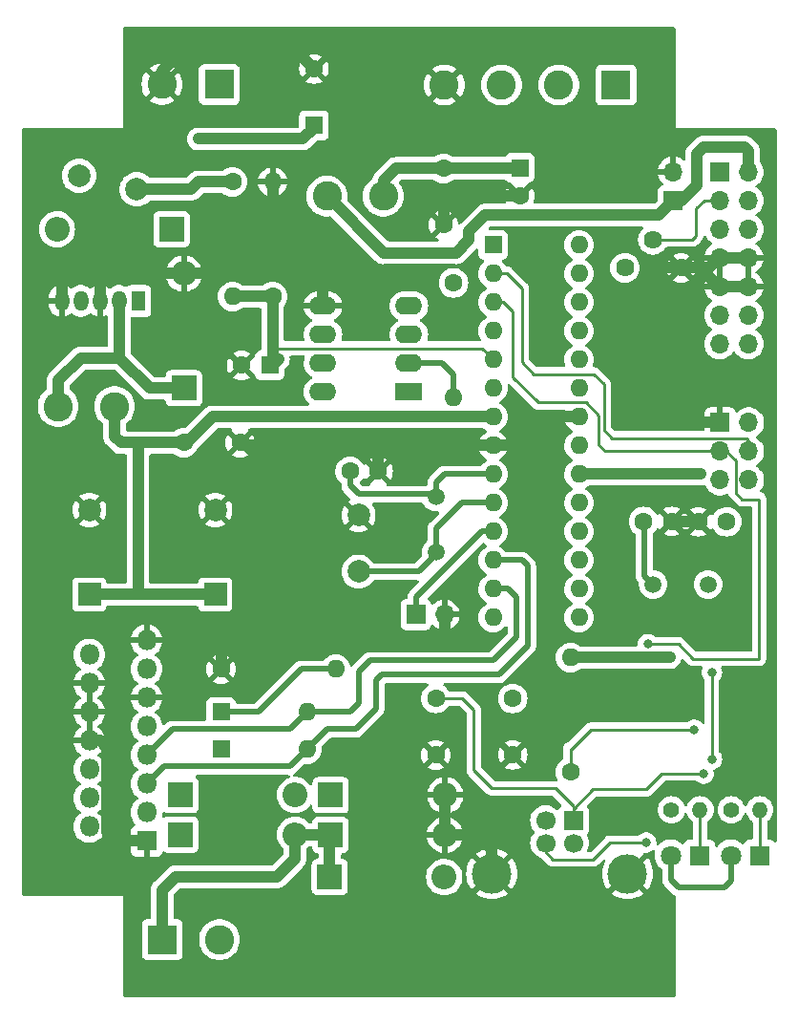
<source format=gbr>
%TF.GenerationSoftware,KiCad,Pcbnew,7.0.9*%
%TF.CreationDate,2023-12-16T09:33:54+01:00*%
%TF.ProjectId,Mutteruhr,4d757474-6572-4756-9872-2e6b69636164,rev?*%
%TF.SameCoordinates,Original*%
%TF.FileFunction,Copper,L2,Bot*%
%TF.FilePolarity,Positive*%
%FSLAX46Y46*%
G04 Gerber Fmt 4.6, Leading zero omitted, Abs format (unit mm)*
G04 Created by KiCad (PCBNEW 7.0.9) date 2023-12-16 09:33:54*
%MOMM*%
%LPD*%
G01*
G04 APERTURE LIST*
%TA.AperFunction,ComponentPad*%
%ADD10R,1.275000X1.800000*%
%TD*%
%TA.AperFunction,ComponentPad*%
%ADD11O,1.275000X1.800000*%
%TD*%
%TA.AperFunction,ComponentPad*%
%ADD12R,1.600000X1.600000*%
%TD*%
%TA.AperFunction,ComponentPad*%
%ADD13O,1.600000X1.600000*%
%TD*%
%TA.AperFunction,ComponentPad*%
%ADD14R,1.800000X1.800000*%
%TD*%
%TA.AperFunction,ComponentPad*%
%ADD15O,1.800000X1.800000*%
%TD*%
%TA.AperFunction,ComponentPad*%
%ADD16C,1.600000*%
%TD*%
%TA.AperFunction,ComponentPad*%
%ADD17R,2.000000X2.000000*%
%TD*%
%TA.AperFunction,ComponentPad*%
%ADD18C,2.000000*%
%TD*%
%TA.AperFunction,ComponentPad*%
%ADD19C,1.800000*%
%TD*%
%TA.AperFunction,ComponentPad*%
%ADD20R,1.700000X1.700000*%
%TD*%
%TA.AperFunction,ComponentPad*%
%ADD21O,1.700000X1.700000*%
%TD*%
%TA.AperFunction,ComponentPad*%
%ADD22C,2.600000*%
%TD*%
%TA.AperFunction,ComponentPad*%
%ADD23R,2.400000X1.600000*%
%TD*%
%TA.AperFunction,ComponentPad*%
%ADD24O,2.400000X1.600000*%
%TD*%
%TA.AperFunction,ComponentPad*%
%ADD25C,1.500000*%
%TD*%
%TA.AperFunction,ComponentPad*%
%ADD26C,1.620000*%
%TD*%
%TA.AperFunction,ComponentPad*%
%ADD27C,1.700000*%
%TD*%
%TA.AperFunction,ComponentPad*%
%ADD28C,3.500000*%
%TD*%
%TA.AperFunction,ComponentPad*%
%ADD29C,2.010000*%
%TD*%
%TA.AperFunction,ComponentPad*%
%ADD30R,2.600000X2.600000*%
%TD*%
%TA.AperFunction,ComponentPad*%
%ADD31R,2.200000X2.200000*%
%TD*%
%TA.AperFunction,ComponentPad*%
%ADD32O,2.200000X2.200000*%
%TD*%
%TA.AperFunction,ComponentPad*%
%ADD33C,1.400000*%
%TD*%
%TA.AperFunction,ComponentPad*%
%ADD34O,1.400000X1.400000*%
%TD*%
%TA.AperFunction,ViaPad*%
%ADD35C,0.800000*%
%TD*%
%TA.AperFunction,Conductor*%
%ADD36C,1.000000*%
%TD*%
%TA.AperFunction,Conductor*%
%ADD37C,0.250000*%
%TD*%
%TA.AperFunction,Conductor*%
%ADD38C,0.500000*%
%TD*%
G04 APERTURE END LIST*
D10*
%TO.P,U1,1*%
%TO.N,+24V*%
X163850000Y-42300000D03*
D11*
%TO.P,U1,2*%
%TO.N,Net-(D2-Pad1)*%
X162150000Y-42300000D03*
%TO.P,U1,3*%
%TO.N,GND*%
X160450000Y-42300000D03*
%TO.P,U1,4*%
%TO.N,+5V*%
X158750000Y-42300000D03*
%TO.P,U1,5*%
%TO.N,GND*%
X157050000Y-42300000D03*
%TD*%
D12*
%TO.P,U2,1*%
%TO.N,Net-(U2-Pad1)*%
X195326000Y-37338000D03*
D13*
%TO.P,U2,2*%
%TO.N,/RxD*%
X195326000Y-39878000D03*
%TO.P,U2,3*%
%TO.N,/TxD*%
X195326000Y-42418000D03*
%TO.P,U2,4*%
%TO.N,Net-(U2-Pad4)*%
X195326000Y-44958000D03*
%TO.P,U2,5*%
%TO.N,/Spannungsausfallerkennung*%
X195326000Y-47498000D03*
%TO.P,U2,6*%
%TO.N,Net-(U2-Pad6)*%
X195326000Y-50038000D03*
%TO.P,U2,7*%
%TO.N,+5V*%
X195326000Y-52578000D03*
%TO.P,U2,8*%
%TO.N,GND*%
X195326000Y-55118000D03*
%TO.P,U2,9*%
%TO.N,Net-(C6-Pad1)*%
X195326000Y-57658000D03*
%TO.P,U2,10*%
%TO.N,Net-(C5-Pad1)*%
X195326000Y-60198000D03*
%TO.P,U2,11*%
%TO.N,/1Hz*%
X195326000Y-62738000D03*
%TO.P,U2,12*%
%TO.N,/Ausgang_A*%
X195326000Y-65278000D03*
%TO.P,U2,13*%
%TO.N,/Ausgang_B*%
X195326000Y-67818000D03*
%TO.P,U2,14*%
%TO.N,Net-(U2-Pad14)*%
X195326000Y-70358000D03*
%TO.P,U2,15*%
%TO.N,Net-(U2-Pad15)*%
X202946000Y-70358000D03*
%TO.P,U2,16*%
%TO.N,/D7*%
X202946000Y-67818000D03*
%TO.P,U2,17*%
%TO.N,Net-(U2-Pad17)*%
X202946000Y-65278000D03*
%TO.P,U2,18*%
%TO.N,Net-(U2-Pad18)*%
X202946000Y-62738000D03*
%TO.P,U2,19*%
%TO.N,Net-(U2-Pad19)*%
X202946000Y-60198000D03*
%TO.P,U2,20*%
%TO.N,+5V*%
X202946000Y-57658000D03*
%TO.P,U2,21*%
%TO.N,Net-(U2-Pad21)*%
X202946000Y-55118000D03*
%TO.P,U2,22*%
%TO.N,GND*%
X202946000Y-52578000D03*
%TO.P,U2,23*%
%TO.N,/D6*%
X202946000Y-50038000D03*
%TO.P,U2,24*%
%TO.N,/D5*%
X202946000Y-47498000D03*
%TO.P,U2,25*%
%TO.N,/D4*%
X202946000Y-44958000D03*
%TO.P,U2,26*%
%TO.N,/E*%
X202946000Y-42418000D03*
%TO.P,U2,27*%
%TO.N,/RW*%
X202946000Y-39878000D03*
%TO.P,U2,28*%
%TO.N,/RS*%
X202946000Y-37338000D03*
%TD*%
D14*
%TO.P,U5,1*%
%TO.N,GND*%
X164592000Y-90170000D03*
D15*
%TO.P,U5,2*%
%TO.N,Net-(D4-Pad2)*%
X159512000Y-88900000D03*
%TO.P,U5,3*%
%TO.N,Net-(D3-Pad2)*%
X164592000Y-87630000D03*
%TO.P,U5,4*%
%TO.N,+24V*%
X159512000Y-86360000D03*
%TO.P,U5,5*%
%TO.N,/Ausgang_A*%
X164592000Y-85090000D03*
%TO.P,U5,6*%
%TO.N,Net-(D10-Pad1)*%
X159512000Y-83820000D03*
%TO.P,U5,7*%
%TO.N,/Ausgang_B*%
X164592000Y-82550000D03*
%TO.P,U5,8*%
%TO.N,GND*%
X159512000Y-81280000D03*
%TO.P,U5,9*%
%TO.N,+5V*%
X164592000Y-80010000D03*
%TO.P,U5,10*%
%TO.N,GND*%
X159512000Y-78740000D03*
%TO.P,U5,11*%
X164592000Y-77470000D03*
%TO.P,U5,12*%
X159512000Y-76200000D03*
%TO.P,U5,13*%
%TO.N,Net-(U5-Pad13)*%
X164592000Y-74930000D03*
%TO.P,U5,14*%
%TO.N,Net-(U5-Pad14)*%
X159512000Y-73660000D03*
%TO.P,U5,15*%
%TO.N,GND*%
X164592000Y-72390000D03*
%TD*%
D12*
%TO.P,D11,1*%
%TO.N,Net-(D10-Pad1)*%
X171196000Y-78740000D03*
D13*
%TO.P,D11,2*%
%TO.N,/Ausgang_B*%
X178816000Y-78740000D03*
%TD*%
D12*
%TO.P,C1,1*%
%TO.N,+24V*%
X179438300Y-26733500D03*
D16*
%TO.P,C1,2*%
%TO.N,GND*%
X179438300Y-21733500D03*
%TD*%
D17*
%TO.P,C3,1*%
%TO.N,+5V*%
X159512000Y-68326000D03*
D18*
%TO.P,C3,2*%
%TO.N,GND*%
X159512000Y-60826000D03*
%TD*%
%TO.P,C5,1*%
%TO.N,Net-(C5-Pad1)*%
X183388000Y-66294000D03*
%TO.P,C5,2*%
%TO.N,GND*%
X183388000Y-61294000D03*
%TD*%
D16*
%TO.P,C7,1*%
%TO.N,Net-(C7-Pad1)*%
X208675600Y-61836300D03*
%TO.P,C7,2*%
%TO.N,GND*%
X211175600Y-61836300D03*
%TD*%
%TO.P,C8,1*%
%TO.N,Net-(C8-Pad1)*%
X216039700Y-61861700D03*
%TO.P,C8,2*%
%TO.N,GND*%
X213539700Y-61861700D03*
%TD*%
D17*
%TO.P,C10,1*%
%TO.N,+5V*%
X170688000Y-68326000D03*
D18*
%TO.P,C10,2*%
%TO.N,GND*%
X170688000Y-60826000D03*
%TD*%
D12*
%TO.P,C13,1*%
%TO.N,/5V-DCF*%
X197700900Y-30492700D03*
D16*
%TO.P,C13,2*%
%TO.N,GND*%
X197700900Y-32992700D03*
%TD*%
D14*
%TO.P,D8,1*%
%TO.N,Net-(D8-Pad1)*%
X218948000Y-91452700D03*
D19*
%TO.P,D8,2*%
%TO.N,+5V*%
X216408000Y-91452700D03*
%TD*%
D14*
%TO.P,D9,1*%
%TO.N,Net-(D9-Pad1)*%
X213614000Y-91452700D03*
D19*
%TO.P,D9,2*%
%TO.N,+5V*%
X211074000Y-91452700D03*
%TD*%
D20*
%TO.P,J3,1*%
%TO.N,GND*%
X215460000Y-53086000D03*
D21*
%TO.P,J3,2*%
%TO.N,+5V*%
X218000000Y-53086000D03*
%TO.P,J3,3*%
%TO.N,/TxD*%
X215460000Y-55626000D03*
%TO.P,J3,4*%
%TO.N,/RxD*%
X218000000Y-55626000D03*
%TO.P,J3,5*%
%TO.N,Net-(J3-Pad5)*%
X215460000Y-58166000D03*
%TO.P,J3,6*%
%TO.N,Net-(J3-Pad6)*%
X218000000Y-58166000D03*
%TD*%
D20*
%TO.P,J7,1*%
%TO.N,/1Hz*%
X188468000Y-70104000D03*
D21*
%TO.P,J7,2*%
%TO.N,GND*%
X191008000Y-70104000D03*
%TD*%
D22*
%TO.P,L1,1*%
%TO.N,Net-(D2-Pad1)*%
X156750000Y-51650000D03*
%TO.P,L1,2*%
%TO.N,+5V*%
X161750000Y-51650000D03*
%TD*%
%TO.P,L2,1*%
%TO.N,+5V*%
X180594000Y-33007300D03*
%TO.P,L2,2*%
%TO.N,/5V-DCF*%
X185594000Y-33007300D03*
%TD*%
D16*
%TO.P,R2,1*%
%TO.N,/Spannungsausfallerkennung*%
X175768000Y-41910000D03*
D13*
%TO.P,R2,2*%
%TO.N,GND*%
X175768000Y-31750000D03*
%TD*%
D16*
%TO.P,R6,1*%
%TO.N,/Data-*%
X191820800Y-40690800D03*
D13*
%TO.P,R6,2*%
%TO.N,Net-(R6-Pad2)*%
X191820800Y-50850800D03*
%TD*%
D16*
%TO.P,R7,1*%
%TO.N,GND*%
X171196000Y-74930000D03*
D13*
%TO.P,R7,2*%
%TO.N,Net-(D10-Pad1)*%
X181356000Y-74930000D03*
%TD*%
D23*
%TO.P,U3,1*%
%TO.N,Net-(U3-Pad1)*%
X187858400Y-50355500D03*
D24*
%TO.P,U3,2*%
%TO.N,Net-(R6-Pad2)*%
X187858400Y-47815500D03*
%TO.P,U3,3*%
%TO.N,/Data+*%
X187858400Y-45275500D03*
%TO.P,U3,4*%
%TO.N,Net-(U3-Pad4)*%
X187858400Y-42735500D03*
%TO.P,U3,5*%
%TO.N,GND*%
X180238400Y-42735500D03*
%TO.P,U3,6*%
%TO.N,Net-(U3-Pad6)*%
X180238400Y-45275500D03*
%TO.P,U3,7*%
%TO.N,Net-(U3-Pad7)*%
X180238400Y-47815500D03*
%TO.P,U3,8*%
%TO.N,Net-(U2-Pad4)*%
X180238400Y-50355500D03*
%TD*%
D25*
%TO.P,Y2,1*%
%TO.N,Net-(C7-Pad1)*%
X209521400Y-67424300D03*
%TO.P,Y2,2*%
%TO.N,Net-(C8-Pad1)*%
X214401400Y-67424300D03*
%TD*%
D26*
%TO.P,RV1,1*%
%TO.N,+5V*%
X207010000Y-39370000D03*
%TO.P,RV1,2*%
%TO.N,Net-(J6-Pad3)*%
X209510000Y-36870000D03*
%TO.P,RV1,3*%
%TO.N,GND*%
X212010000Y-39370000D03*
%TD*%
D20*
%TO.P,J4,1*%
%TO.N,Net-(C11-Pad1)*%
X202476100Y-88353900D03*
D27*
%TO.P,J4,2*%
%TO.N,Net-(J4-Pad2)*%
X199976100Y-88353900D03*
%TO.P,J4,3*%
%TO.N,Net-(J4-Pad3)*%
X199976100Y-90353900D03*
%TO.P,J4,4*%
%TO.N,GND*%
X202476100Y-90353900D03*
D28*
%TO.P,J4,5*%
X207246100Y-93063900D03*
X195206100Y-93063900D03*
%TD*%
D29*
%TO.P,F1,1*%
%TO.N,Net-(D1-Pad2)*%
X158600000Y-31200000D03*
%TO.P,F1,2*%
%TO.N,Net-(F1-Pad2)*%
X163700000Y-32400000D03*
%TD*%
D30*
%TO.P,J1,1*%
%TO.N,Net-(F1-Pad2)*%
X171043600Y-23101300D03*
D22*
%TO.P,J1,2*%
%TO.N,GND*%
X165963600Y-23101300D03*
%TD*%
D30*
%TO.P,J2,1*%
%TO.N,/Data-*%
X206240000Y-23152100D03*
D22*
%TO.P,J2,2*%
%TO.N,/Data+*%
X201160000Y-23152100D03*
%TO.P,J2,3*%
%TO.N,/5V-DCF*%
X196080000Y-23152100D03*
%TO.P,J2,4*%
%TO.N,GND*%
X191000000Y-23152100D03*
%TD*%
D31*
%TO.P,D1,1*%
%TO.N,+24V*%
X166800000Y-35950000D03*
D32*
%TO.P,D1,2*%
%TO.N,Net-(D1-Pad2)*%
X156640000Y-35950000D03*
%TD*%
D16*
%TO.P,R1,1*%
%TO.N,Net-(F1-Pad2)*%
X172212000Y-31750000D03*
D13*
%TO.P,R1,2*%
%TO.N,/Spannungsausfallerkennung*%
X172212000Y-41910000D03*
%TD*%
D25*
%TO.P,Y1,1*%
%TO.N,Net-(C6-Pad1)*%
X190246000Y-59690000D03*
%TO.P,Y1,2*%
%TO.N,Net-(C5-Pad1)*%
X190246000Y-64570000D03*
%TD*%
D31*
%TO.P,D2,1*%
%TO.N,Net-(D2-Pad1)*%
X167894000Y-50038000D03*
D32*
%TO.P,D2,2*%
%TO.N,GND*%
X167894000Y-39878000D03*
%TD*%
D30*
%TO.P,J5,1*%
%TO.N,Net-(D4-Pad2)*%
X165976300Y-98900000D03*
D22*
%TO.P,J5,2*%
%TO.N,Net-(D3-Pad2)*%
X171056300Y-98900000D03*
%TD*%
D31*
%TO.P,D4,1*%
%TO.N,+24V*%
X167589200Y-89598500D03*
D32*
%TO.P,D4,2*%
%TO.N,Net-(D4-Pad2)*%
X177749200Y-89598500D03*
%TD*%
D31*
%TO.P,D7,1*%
%TO.N,Net-(D4-Pad2)*%
X180835300Y-93357700D03*
D32*
%TO.P,D7,2*%
%TO.N,Net-(D3-Pad2)*%
X190995300Y-93357700D03*
%TD*%
D31*
%TO.P,D5,1*%
%TO.N,Net-(D4-Pad2)*%
X180898800Y-89623900D03*
D32*
%TO.P,D5,2*%
%TO.N,GND*%
X191058800Y-89623900D03*
%TD*%
D31*
%TO.P,D3,1*%
%TO.N,+24V*%
X167589200Y-86093300D03*
D32*
%TO.P,D3,2*%
%TO.N,Net-(D3-Pad2)*%
X177749200Y-86093300D03*
%TD*%
D12*
%TO.P,D10,1*%
%TO.N,Net-(D10-Pad1)*%
X171196000Y-82042000D03*
D13*
%TO.P,D10,2*%
%TO.N,/Ausgang_A*%
X178816000Y-82042000D03*
%TD*%
D12*
%TO.P,C4,1*%
%TO.N,/Spannungsausfallerkennung*%
X175514000Y-48006000D03*
D16*
%TO.P,C4,2*%
%TO.N,GND*%
X173014000Y-48006000D03*
%TD*%
%TO.P,C6,1*%
%TO.N,Net-(C6-Pad1)*%
X182626000Y-57404000D03*
%TO.P,C6,2*%
%TO.N,GND*%
X185126000Y-57404000D03*
%TD*%
D20*
%TO.P,J6,1*%
%TO.N,GND*%
X215410000Y-30860000D03*
D21*
%TO.P,J6,2*%
%TO.N,+5V*%
X217950000Y-30860000D03*
%TO.P,J6,3*%
%TO.N,Net-(J6-Pad3)*%
X215410000Y-33400000D03*
%TO.P,J6,4*%
%TO.N,/RS*%
X217950000Y-33400000D03*
%TO.P,J6,5*%
%TO.N,/RW*%
X215410000Y-35940000D03*
%TO.P,J6,6*%
%TO.N,/E*%
X217950000Y-35940000D03*
%TO.P,J6,7*%
%TO.N,GND*%
X215410000Y-38480000D03*
%TO.P,J6,8*%
X217950000Y-38480000D03*
%TO.P,J6,9*%
X215410000Y-41020000D03*
%TO.P,J6,10*%
X217950000Y-41020000D03*
%TO.P,J6,11*%
%TO.N,/D4*%
X215410000Y-43560000D03*
%TO.P,J6,12*%
%TO.N,/D5*%
X217950000Y-43560000D03*
%TO.P,J6,13*%
%TO.N,/D6*%
X215410000Y-46100000D03*
%TO.P,J6,14*%
%TO.N,/D7*%
X217950000Y-46100000D03*
%TD*%
D16*
%TO.P,R3,1*%
%TO.N,Net-(R3-Pad1)*%
X202184000Y-84074000D03*
D13*
%TO.P,R3,2*%
%TO.N,+5V*%
X202184000Y-73914000D03*
%TD*%
D31*
%TO.P,D6,1*%
%TO.N,Net-(D3-Pad2)*%
X180924200Y-86106000D03*
D32*
%TO.P,D6,2*%
%TO.N,GND*%
X191084200Y-86106000D03*
%TD*%
D33*
%TO.P,R4,1*%
%TO.N,Net-(R4-Pad1)*%
X211150200Y-87388700D03*
D34*
%TO.P,R4,2*%
%TO.N,Net-(D9-Pad1)*%
X213690200Y-87388700D03*
%TD*%
D33*
%TO.P,R5,1*%
%TO.N,Net-(R5-Pad1)*%
X216446100Y-87388700D03*
D34*
%TO.P,R5,2*%
%TO.N,Net-(D8-Pad1)*%
X218986100Y-87388700D03*
%TD*%
D16*
%TO.P,C2,1*%
%TO.N,+5V*%
X167894000Y-54864000D03*
%TO.P,C2,2*%
%TO.N,GND*%
X172894000Y-54864000D03*
%TD*%
%TO.P,C9,1*%
%TO.N,GND*%
X197065900Y-82524600D03*
%TO.P,C9,2*%
%TO.N,Net-(C9-Pad2)*%
X197065900Y-77524600D03*
%TD*%
%TO.P,C11,1*%
%TO.N,Net-(C11-Pad1)*%
X190246000Y-77533500D03*
%TO.P,C11,2*%
%TO.N,GND*%
X190246000Y-82533500D03*
%TD*%
%TO.P,C12,1*%
%TO.N,/5V-DCF*%
X190919100Y-30556200D03*
%TO.P,C12,2*%
%TO.N,GND*%
X190919100Y-35556200D03*
%TD*%
D20*
%TO.P,J8,1*%
%TO.N,+5V*%
X211300000Y-33400000D03*
D21*
%TO.P,J8,2*%
%TO.N,GND*%
X211300000Y-30860000D03*
%TD*%
D35*
%TO.N,+24V*%
X169164000Y-27940000D03*
%TO.N,GND*%
X188468000Y-72644000D03*
X180848000Y-72644000D03*
X170180000Y-39878000D03*
X206413100Y-52578000D03*
%TO.N,+5V*%
X177800000Y-52578000D03*
X213715600Y-57658000D03*
X210986000Y-73914000D03*
%TO.N,/TxD*%
X209054700Y-72720200D03*
%TO.N,Net-(C11-Pad1)*%
X214000000Y-84200000D03*
%TO.N,Net-(C8-Pad1)*%
X214731600Y-75234800D03*
X214731600Y-82918300D03*
%TO.N,Net-(R3-Pad1)*%
X213169500Y-80302100D03*
%TO.N,Net-(J4-Pad3)*%
X208900000Y-90300000D03*
%TD*%
D36*
%TO.N,+24V*%
X178440000Y-27940000D02*
X179438300Y-26941700D01*
X179438300Y-26941700D02*
X179438300Y-26733500D01*
X169164000Y-27940000D02*
X178440000Y-27940000D01*
%TO.N,GND*%
X170180000Y-39878000D02*
X167894000Y-39878000D01*
X188468000Y-72644000D02*
X191008000Y-72644000D01*
X167754300Y-20129500D02*
X177834300Y-20129500D01*
X165960300Y-21923500D02*
X167754300Y-20129500D01*
X177834300Y-20129500D02*
X179438300Y-21733500D01*
X165960300Y-23009500D02*
X165960300Y-21923500D01*
X160451800Y-81280000D02*
X159512000Y-81280000D01*
X173148000Y-55118000D02*
X172894000Y-54864000D01*
X206921100Y-53086000D02*
X206413100Y-52578000D01*
X191008000Y-72644000D02*
X191008000Y-70104000D01*
X197700900Y-32992700D02*
X191644900Y-32992700D01*
X161112001Y-81940201D02*
X160451800Y-81280000D01*
X171958000Y-72644000D02*
X171196000Y-73406000D01*
X214520000Y-39370000D02*
X215410000Y-38480000D01*
X185166000Y-55118000D02*
X173148000Y-55118000D01*
X180848000Y-72644000D02*
X171958000Y-72644000D01*
X160020000Y-39878000D02*
X158496000Y-39878000D01*
X213514300Y-61836300D02*
X213539700Y-61861700D01*
X215410000Y-38480000D02*
X217950000Y-38480000D01*
X206413100Y-43205400D02*
X210248500Y-39370000D01*
X211201000Y-61861700D02*
X211175600Y-61836300D01*
X215460000Y-53086000D02*
X206921100Y-53086000D01*
X161886900Y-90170000D02*
X161112001Y-89395101D01*
X212010000Y-39370000D02*
X214280000Y-39370000D01*
X175378000Y-39878000D02*
X179628000Y-39878000D01*
X157734000Y-39878000D02*
X158496000Y-39878000D01*
X191058800Y-86131400D02*
X191084200Y-86106000D01*
X191058800Y-89623900D02*
X191058800Y-86131400D01*
X211175600Y-61836300D02*
X213514300Y-61836300D01*
X214280000Y-39370000D02*
X214520000Y-39370000D01*
X185126000Y-57404000D02*
X185126000Y-55158000D01*
X191058800Y-89623900D02*
X193903600Y-89623900D01*
X175768000Y-31750000D02*
X175768000Y-39488000D01*
X170180000Y-39878000D02*
X175378000Y-39878000D01*
X195326000Y-55118000D02*
X198482000Y-55118000D01*
X161112001Y-89395101D02*
X161112001Y-81940201D01*
X198482000Y-55118000D02*
X201022000Y-52578000D01*
X185126000Y-55158000D02*
X185166000Y-55118000D01*
X195206100Y-90926400D02*
X195206100Y-93063900D01*
X190919100Y-33718500D02*
X190919100Y-35556200D01*
X214280000Y-39890000D02*
X214280000Y-39370000D01*
X180848000Y-72644000D02*
X188468000Y-72644000D01*
X157050000Y-42300000D02*
X157050000Y-40562000D01*
X164592000Y-90170000D02*
X161886900Y-90170000D01*
X160450000Y-42300000D02*
X160450000Y-40308000D01*
X160450000Y-40308000D02*
X160020000Y-39878000D01*
X179628000Y-39878000D02*
X180238400Y-40488400D01*
X171196000Y-73406000D02*
X171196000Y-74930000D01*
X191644900Y-32992700D02*
X190919100Y-33718500D01*
X180238400Y-40488400D02*
X180238400Y-42735500D01*
X195326000Y-55118000D02*
X185166000Y-55118000D01*
X217950000Y-41020000D02*
X215410000Y-41020000D01*
X215410000Y-41020000D02*
X214280000Y-39890000D01*
X206413100Y-52578000D02*
X206413100Y-43205400D01*
X193903600Y-89623900D02*
X195206100Y-90926400D01*
X210248500Y-39370000D02*
X212010000Y-39370000D01*
X157050000Y-40562000D02*
X157734000Y-39878000D01*
X167894000Y-39878000D02*
X160020000Y-39878000D01*
X175768000Y-39488000D02*
X175378000Y-39878000D01*
X201022000Y-52578000D02*
X202946000Y-52578000D01*
%TO.N,Net-(D2-Pad1)*%
X162150000Y-47342000D02*
X158758000Y-47342000D01*
X156750000Y-49350000D02*
X156750000Y-51650000D01*
X164846000Y-50038000D02*
X167894000Y-50038000D01*
X162150000Y-47342000D02*
X164846000Y-50038000D01*
X158758000Y-47342000D02*
X156750000Y-49350000D01*
X162150000Y-42300000D02*
X162150000Y-47342000D01*
D37*
%TO.N,Net-(D3-Pad2)*%
X177749200Y-86639400D02*
X177749200Y-86093300D01*
D36*
%TO.N,Net-(D4-Pad2)*%
X180835300Y-89687400D02*
X180898800Y-89623900D01*
X177749200Y-89598500D02*
X180873400Y-89598500D01*
X177749200Y-89598500D02*
X177749200Y-91732100D01*
X165976300Y-94526100D02*
X165976300Y-98900000D01*
X180873400Y-89598500D02*
X180898800Y-89623900D01*
X176123600Y-93357700D02*
X167144700Y-93357700D01*
X167144700Y-93357700D02*
X165976300Y-94526100D01*
X180835300Y-93357700D02*
X180835300Y-89687400D01*
X177749200Y-91732100D02*
X176123600Y-93357700D01*
%TO.N,+5V*%
X177800000Y-52578000D02*
X170434000Y-52578000D01*
X210986000Y-73914000D02*
X210986000Y-73914000D01*
X213715600Y-57658000D02*
X213715600Y-57658000D01*
X193179700Y-36144200D02*
X194640200Y-34683700D01*
X195326000Y-52578000D02*
X177800000Y-52578000D01*
D38*
X216408000Y-93700600D02*
X216408000Y-91452700D01*
D36*
X164084000Y-68326000D02*
X170688000Y-68326000D01*
X161750000Y-51650000D02*
X161750000Y-54308000D01*
X217600000Y-28650000D02*
X217950000Y-29000000D01*
X212050000Y-33400000D02*
X213400000Y-32050000D01*
X217950000Y-29000000D02*
X217950000Y-30860000D01*
X159512000Y-68326000D02*
X159004000Y-68326000D01*
X159512000Y-68326000D02*
X164084000Y-68326000D01*
D38*
X211074000Y-91452700D02*
X211074000Y-93586300D01*
D36*
X163830000Y-68072000D02*
X164084000Y-68326000D01*
X163830000Y-54864000D02*
X167894000Y-54864000D01*
X211300000Y-33400000D02*
X212050000Y-33400000D01*
D38*
X215811100Y-94297500D02*
X216408000Y-93700600D01*
D36*
X202946000Y-57658000D02*
X213715600Y-57658000D01*
D38*
X211785200Y-94297500D02*
X215811100Y-94297500D01*
D36*
X180594000Y-33007300D02*
X185610500Y-38023800D01*
X210016300Y-34683700D02*
X211300000Y-33400000D01*
X161750000Y-54308000D02*
X162306000Y-54864000D01*
X192024000Y-38023800D02*
X193179700Y-36868100D01*
X193179700Y-36868100D02*
X193179700Y-36144200D01*
X213400000Y-29250000D02*
X214000000Y-28650000D01*
X194640200Y-34683700D02*
X210016300Y-34683700D01*
X213400000Y-32050000D02*
X213400000Y-29250000D01*
X214000000Y-28650000D02*
X217600000Y-28650000D01*
X185610500Y-38023800D02*
X192024000Y-38023800D01*
X163830000Y-54864000D02*
X163830000Y-68072000D01*
X162306000Y-54864000D02*
X163830000Y-54864000D01*
X170434000Y-52578000D02*
X168148000Y-54864000D01*
X168148000Y-54864000D02*
X167894000Y-54864000D01*
X202184000Y-73914000D02*
X210986000Y-73914000D01*
D38*
X211074000Y-93586300D02*
X211785200Y-94297500D01*
%TO.N,Net-(C6-Pad1)*%
X191008000Y-57658000D02*
X190246000Y-58420000D01*
X190246000Y-58420000D02*
X190246000Y-59690000D01*
X182626000Y-57404000D02*
X182626000Y-58674000D01*
X189992000Y-59436000D02*
X190246000Y-59690000D01*
X182626000Y-58674000D02*
X183388000Y-59436000D01*
X183388000Y-59436000D02*
X189992000Y-59436000D01*
X195326000Y-57658000D02*
X191008000Y-57658000D01*
%TO.N,Net-(C5-Pad1)*%
X188722000Y-66294000D02*
X190246000Y-64770000D01*
X190246000Y-64770000D02*
X190246000Y-64570000D01*
X183388000Y-66294000D02*
X188722000Y-66294000D01*
X190246000Y-62484000D02*
X190246000Y-64570000D01*
X195326000Y-60198000D02*
X192532000Y-60198000D01*
X192532000Y-60198000D02*
X190246000Y-62484000D01*
%TO.N,Net-(D10-Pad1)*%
X178308000Y-74930000D02*
X174498000Y-78740000D01*
X174498000Y-78740000D02*
X171196000Y-78740000D01*
X181356000Y-74930000D02*
X178308000Y-74930000D01*
%TO.N,/Ausgang_A*%
X166116000Y-83566000D02*
X164592000Y-85090000D01*
X197866000Y-65278000D02*
X195326000Y-65278000D01*
X178816000Y-82042000D02*
X177292000Y-83566000D01*
X198374000Y-65786000D02*
X197866000Y-65278000D01*
X177292000Y-83566000D02*
X166116000Y-83566000D01*
X183134000Y-80264000D02*
X184912000Y-78486000D01*
X180594000Y-80264000D02*
X183134000Y-80264000D01*
X184912000Y-75946000D02*
X185420000Y-75438000D01*
X178816000Y-82042000D02*
X180594000Y-80264000D01*
X185420000Y-75438000D02*
X195834000Y-75438000D01*
X198374000Y-72898000D02*
X198374000Y-65786000D01*
X195834000Y-75438000D02*
X198374000Y-72898000D01*
X184912000Y-78486000D02*
X184912000Y-75946000D01*
%TO.N,/Ausgang_B*%
X166878000Y-80264000D02*
X164592000Y-82550000D01*
X183388000Y-75184000D02*
X184404000Y-74168000D01*
X184404000Y-74168000D02*
X195326000Y-74168000D01*
X178816000Y-78740000D02*
X177292000Y-80264000D01*
X182626000Y-78740000D02*
X183388000Y-77978000D01*
X178816000Y-78740000D02*
X182626000Y-78740000D01*
X197358000Y-68580000D02*
X196596000Y-67818000D01*
X197358000Y-72136000D02*
X197358000Y-68580000D01*
X183388000Y-77978000D02*
X183388000Y-75184000D01*
X177292000Y-80264000D02*
X166878000Y-80264000D01*
X196596000Y-67818000D02*
X195326000Y-67818000D01*
X195326000Y-74168000D02*
X197358000Y-72136000D01*
D37*
%TO.N,/RxD*%
X218000000Y-55626000D02*
X218000000Y-54678000D01*
X205143100Y-49682400D02*
X204266800Y-48806100D01*
X198945500Y-48806100D02*
X197878700Y-47739300D01*
X218000000Y-54678000D02*
X217772999Y-54450999D01*
X197878700Y-41198800D02*
X196557900Y-39878000D01*
X205899001Y-54450999D02*
X205143100Y-53695098D01*
X217772999Y-54450999D02*
X205899001Y-54450999D01*
X205143100Y-53695098D02*
X205143100Y-49682400D01*
X204266800Y-48806100D02*
X198945500Y-48806100D01*
X196557900Y-39878000D02*
X195326000Y-39878000D01*
X197878700Y-47739300D02*
X197878700Y-41198800D01*
%TO.N,/TxD*%
X209054700Y-72720200D02*
X209054700Y-72720200D01*
X217416902Y-59866902D02*
X216824999Y-59274999D01*
X197065900Y-49034700D02*
X197065900Y-43243500D01*
X205257400Y-55626000D02*
X204685900Y-55054500D01*
X216824999Y-59274999D02*
X216824999Y-56474999D01*
X203542900Y-51308000D02*
X199339200Y-51308000D01*
X218909900Y-59866902D02*
X217416902Y-59866902D01*
X199339200Y-51308000D02*
X197065900Y-49034700D01*
X216824999Y-56474999D02*
X215976000Y-55626000D01*
X196240400Y-42418000D02*
X195326000Y-42418000D01*
X213080600Y-74028300D02*
X211772500Y-72720200D01*
X218909900Y-74028300D02*
X213080600Y-74028300D01*
X215460000Y-55626000D02*
X205257400Y-55626000D01*
X197065900Y-43243500D02*
X196240400Y-42418000D01*
X215976000Y-55626000D02*
X215460000Y-55626000D01*
X211772500Y-72720200D02*
X209054700Y-72720200D01*
X218909900Y-59866902D02*
X218909900Y-74028300D01*
X204685900Y-52451000D02*
X203542900Y-51308000D01*
X204685900Y-55054500D02*
X204685900Y-52451000D01*
D36*
%TO.N,/Spannungsausfallerkennung*%
X175768000Y-47752000D02*
X175514000Y-48006000D01*
X172212000Y-41910000D02*
X175768000Y-41910000D01*
D37*
X194328000Y-46500000D02*
X195326000Y-47498000D01*
X175514000Y-46956000D02*
X175970000Y-46500000D01*
D36*
X175768000Y-41910000D02*
X175768000Y-47752000D01*
X175514000Y-48006000D02*
X175768000Y-48006000D01*
D37*
X175970000Y-46500000D02*
X194328000Y-46500000D01*
D36*
X175768000Y-48006000D02*
X176276000Y-47498000D01*
D37*
X175514000Y-48006000D02*
X175514000Y-46956000D01*
D38*
%TO.N,/1Hz*%
X194310000Y-62738000D02*
X195326000Y-62738000D01*
X188468000Y-68580000D02*
X194310000Y-62738000D01*
X188468000Y-70104000D02*
X188468000Y-68580000D01*
D37*
%TO.N,Net-(C11-Pad1)*%
X214000000Y-84200000D02*
X214100000Y-84200000D01*
X204200000Y-85600000D02*
X208900000Y-85600000D01*
X208900000Y-85600000D02*
X210300000Y-84200000D01*
X202476100Y-87323900D02*
X204200000Y-85600000D01*
X202476100Y-88353900D02*
X202476100Y-87123900D01*
X195200000Y-85500000D02*
X193600000Y-83900000D01*
X200852200Y-85500000D02*
X195200000Y-85500000D01*
X202476100Y-88353900D02*
X202476100Y-87323900D01*
X202476100Y-87123900D02*
X200852200Y-85500000D01*
X192595500Y-77533500D02*
X190246000Y-77533500D01*
X193600000Y-78538000D02*
X192595500Y-77533500D01*
X193600000Y-83900000D02*
X193600000Y-78538000D01*
X210300000Y-84200000D02*
X214000000Y-84200000D01*
%TO.N,Net-(C8-Pad1)*%
X214731600Y-75234800D02*
X214731600Y-75234800D01*
X214731600Y-82918300D02*
X214731600Y-75234800D01*
D38*
%TO.N,Net-(C7-Pad1)*%
X209521400Y-67424300D02*
X208749900Y-66652800D01*
X208749900Y-61910600D02*
X208675600Y-61836300D01*
X208749900Y-66652800D02*
X208749900Y-61910600D01*
D37*
%TO.N,Net-(R3-Pad1)*%
X202316000Y-81984000D02*
X204000000Y-80300000D01*
X204000000Y-80300000D02*
X213167400Y-80300000D01*
X202184000Y-84074000D02*
X202184000Y-81984000D01*
X213167400Y-80300000D02*
X213169500Y-80302100D01*
X202184000Y-81984000D02*
X202316000Y-81984000D01*
%TO.N,Net-(J4-Pad3)*%
X208900000Y-90300000D02*
X208900000Y-90300000D01*
X200600000Y-91800000D02*
X204200000Y-91800000D01*
X199976100Y-91176100D02*
X200600000Y-91800000D01*
X205700000Y-90300000D02*
X208900000Y-90300000D01*
X199976100Y-90353900D02*
X199976100Y-91176100D01*
X204200000Y-91800000D02*
X205700000Y-90300000D01*
D36*
%TO.N,/5V-DCF*%
X185594000Y-31656000D02*
X186693800Y-30556200D01*
X185594000Y-33007300D02*
X185594000Y-31656000D01*
X197637400Y-30556200D02*
X197700900Y-30492700D01*
X190919100Y-30556200D02*
X197637400Y-30556200D01*
X186693800Y-30556200D02*
X190919100Y-30556200D01*
D37*
%TO.N,Net-(D8-Pad1)*%
X218986100Y-87388700D02*
X218986100Y-91414600D01*
X218986100Y-91414600D02*
X218948000Y-91452700D01*
%TO.N,Net-(D9-Pad1)*%
X213690200Y-87388700D02*
X213690200Y-91376500D01*
X213690200Y-91376500D02*
X213614000Y-91452700D01*
D36*
%TO.N,Net-(F1-Pad2)*%
X172212000Y-31750000D02*
X169164000Y-31750000D01*
X168514000Y-32400000D02*
X163700000Y-32400000D01*
X169164000Y-31750000D02*
X168514000Y-32400000D01*
D37*
%TO.N,Net-(J6-Pad3)*%
X214050000Y-33400000D02*
X213350000Y-34100000D01*
X215410000Y-33400000D02*
X214050000Y-33400000D01*
X212980000Y-36870000D02*
X212126200Y-36870000D01*
X209510000Y-36870000D02*
X212126200Y-36870000D01*
X213350000Y-34100000D02*
X213350000Y-36500000D01*
X213350000Y-36500000D02*
X212980000Y-36870000D01*
D38*
%TO.N,Net-(R6-Pad2)*%
X191820800Y-48820800D02*
X191820800Y-50850800D01*
X187858400Y-47815500D02*
X190815500Y-47815500D01*
X190815500Y-47815500D02*
X191820800Y-48820800D01*
%TD*%
%TA.AperFunction,Conductor*%
%TO.N,GND*%
G36*
X159766000Y-80846325D02*
G01*
X159654315Y-80795320D01*
X159547763Y-80780000D01*
X159476237Y-80780000D01*
X159369685Y-80795320D01*
X159258000Y-80846325D01*
X159258000Y-79173674D01*
X159369685Y-79224680D01*
X159476237Y-79240000D01*
X159547763Y-79240000D01*
X159654315Y-79224680D01*
X159766000Y-79173674D01*
X159766000Y-80846325D01*
G37*
%TD.AperFunction*%
%TA.AperFunction,Conductor*%
G36*
X159766000Y-78306325D02*
G01*
X159654315Y-78255320D01*
X159547763Y-78240000D01*
X159476237Y-78240000D01*
X159369685Y-78255320D01*
X159258000Y-78306325D01*
X159258000Y-76633674D01*
X159369685Y-76684680D01*
X159476237Y-76700000D01*
X159547763Y-76700000D01*
X159654315Y-76684680D01*
X159766000Y-76633674D01*
X159766000Y-78306325D01*
G37*
%TD.AperFunction*%
%TA.AperFunction,Conductor*%
G36*
X211442121Y-18045502D02*
G01*
X211488614Y-18099158D01*
X211500000Y-18151500D01*
X211500000Y-27000000D01*
X220348500Y-27000000D01*
X220416621Y-27020002D01*
X220463114Y-27073658D01*
X220474500Y-27126000D01*
X220474500Y-90162515D01*
X220454498Y-90230636D01*
X220400842Y-90277129D01*
X220330568Y-90287233D01*
X220265988Y-90257739D01*
X220247632Y-90238024D01*
X220211261Y-90189438D01*
X220094207Y-90101812D01*
X220094202Y-90101810D01*
X219957204Y-90050711D01*
X219957196Y-90050709D01*
X219896649Y-90044200D01*
X219896638Y-90044200D01*
X219745600Y-90044200D01*
X219677479Y-90024198D01*
X219630986Y-89970542D01*
X219619600Y-89918200D01*
X219619600Y-88486015D01*
X219639602Y-88417894D01*
X219673326Y-88382804D01*
X219765876Y-88318001D01*
X219915401Y-88168476D01*
X220018028Y-88021909D01*
X220036687Y-87995261D01*
X220036687Y-87995260D01*
X220036689Y-87995258D01*
X220126056Y-87803610D01*
X220180786Y-87599355D01*
X220199216Y-87388700D01*
X220180786Y-87178045D01*
X220126056Y-86973790D01*
X220036689Y-86782142D01*
X220036688Y-86782141D01*
X220036687Y-86782138D01*
X219915407Y-86608932D01*
X219915404Y-86608928D01*
X219915401Y-86608924D01*
X219765876Y-86459399D01*
X219765872Y-86459396D01*
X219765867Y-86459392D01*
X219592661Y-86338112D01*
X219401012Y-86248745D01*
X219401008Y-86248743D01*
X219297509Y-86221011D01*
X219196755Y-86194014D01*
X218986100Y-86175584D01*
X218775445Y-86194014D01*
X218753068Y-86200010D01*
X218571191Y-86248743D01*
X218571187Y-86248745D01*
X218379538Y-86338112D01*
X218206332Y-86459392D01*
X218206321Y-86459401D01*
X218056801Y-86608921D01*
X218056792Y-86608932D01*
X217935512Y-86782138D01*
X217846145Y-86973787D01*
X217846143Y-86973791D01*
X217837807Y-87004905D01*
X217800855Y-87065528D01*
X217736995Y-87096549D01*
X217666500Y-87088121D01*
X217611753Y-87042918D01*
X217594393Y-87004905D01*
X217586056Y-86973791D01*
X217586056Y-86973790D01*
X217496689Y-86782142D01*
X217496688Y-86782141D01*
X217496687Y-86782138D01*
X217375407Y-86608932D01*
X217375404Y-86608928D01*
X217375401Y-86608924D01*
X217225876Y-86459399D01*
X217225872Y-86459396D01*
X217225867Y-86459392D01*
X217052661Y-86338112D01*
X216861012Y-86248745D01*
X216861008Y-86248743D01*
X216757509Y-86221011D01*
X216656755Y-86194014D01*
X216446100Y-86175584D01*
X216235445Y-86194014D01*
X216213068Y-86200010D01*
X216031191Y-86248743D01*
X216031187Y-86248745D01*
X215839538Y-86338112D01*
X215666332Y-86459392D01*
X215666321Y-86459401D01*
X215516801Y-86608921D01*
X215516792Y-86608932D01*
X215395512Y-86782138D01*
X215306145Y-86973787D01*
X215306143Y-86973791D01*
X215282443Y-87062244D01*
X215251414Y-87178045D01*
X215232984Y-87388700D01*
X215251414Y-87599355D01*
X215277120Y-87695290D01*
X215306143Y-87803608D01*
X215306145Y-87803612D01*
X215395512Y-87995261D01*
X215516792Y-88168467D01*
X215516796Y-88168472D01*
X215516799Y-88168476D01*
X215666324Y-88318001D01*
X215666328Y-88318004D01*
X215666332Y-88318007D01*
X215839538Y-88439287D01*
X215839541Y-88439288D01*
X215839542Y-88439289D01*
X216031190Y-88528656D01*
X216235445Y-88583386D01*
X216446100Y-88601816D01*
X216656755Y-88583386D01*
X216861010Y-88528656D01*
X217052658Y-88439289D01*
X217054131Y-88438258D01*
X217126111Y-88387857D01*
X217225876Y-88318001D01*
X217375401Y-88168476D01*
X217478028Y-88021909D01*
X217496687Y-87995261D01*
X217496687Y-87995260D01*
X217496689Y-87995258D01*
X217586056Y-87803610D01*
X217594393Y-87772494D01*
X217631344Y-87711872D01*
X217695204Y-87680850D01*
X217765699Y-87689278D01*
X217820446Y-87734480D01*
X217837807Y-87772495D01*
X217846142Y-87803605D01*
X217846145Y-87803612D01*
X217935512Y-87995261D01*
X218056792Y-88168467D01*
X218056796Y-88168472D01*
X218056799Y-88168476D01*
X218206324Y-88318001D01*
X218298871Y-88382803D01*
X218343199Y-88438258D01*
X218352600Y-88486015D01*
X218352600Y-89918200D01*
X218332598Y-89986321D01*
X218278942Y-90032814D01*
X218226600Y-90044200D01*
X217999350Y-90044200D01*
X217938803Y-90050709D01*
X217938795Y-90050711D01*
X217801797Y-90101810D01*
X217801792Y-90101812D01*
X217684738Y-90189438D01*
X217597112Y-90306492D01*
X217597112Y-90306493D01*
X217573741Y-90369151D01*
X217531193Y-90425986D01*
X217464672Y-90450795D01*
X217395298Y-90435702D01*
X217369705Y-90415702D01*
X217369054Y-90416411D01*
X217365221Y-90412882D01*
X217231111Y-90308500D01*
X217181017Y-90269510D01*
X216975727Y-90158413D01*
X216975724Y-90158412D01*
X216975723Y-90158411D01*
X216754955Y-90082621D01*
X216754948Y-90082619D01*
X216642498Y-90063855D01*
X216524712Y-90044200D01*
X216291288Y-90044200D01*
X216176066Y-90063427D01*
X216061051Y-90082619D01*
X216061044Y-90082621D01*
X215840276Y-90158411D01*
X215840273Y-90158413D01*
X215634985Y-90269509D01*
X215634983Y-90269510D01*
X215450778Y-90412882D01*
X215450774Y-90412886D01*
X215292687Y-90584614D01*
X215253983Y-90643856D01*
X215199979Y-90689944D01*
X215129631Y-90699519D01*
X215065274Y-90669541D01*
X215027340Y-90609528D01*
X215022500Y-90574940D01*
X215022500Y-90504067D01*
X215022499Y-90504050D01*
X215015990Y-90443503D01*
X215015988Y-90443495D01*
X214974029Y-90331002D01*
X214964889Y-90306496D01*
X214964887Y-90306493D01*
X214964887Y-90306492D01*
X214877261Y-90189438D01*
X214760207Y-90101812D01*
X214760202Y-90101810D01*
X214623204Y-90050711D01*
X214623196Y-90050709D01*
X214562649Y-90044200D01*
X214562638Y-90044200D01*
X214449700Y-90044200D01*
X214381579Y-90024198D01*
X214335086Y-89970542D01*
X214323700Y-89918200D01*
X214323700Y-88486015D01*
X214343702Y-88417894D01*
X214377426Y-88382804D01*
X214469976Y-88318001D01*
X214619501Y-88168476D01*
X214722128Y-88021909D01*
X214740787Y-87995261D01*
X214740787Y-87995260D01*
X214740789Y-87995258D01*
X214830156Y-87803610D01*
X214884886Y-87599355D01*
X214903316Y-87388700D01*
X214884886Y-87178045D01*
X214830156Y-86973790D01*
X214740789Y-86782142D01*
X214740788Y-86782141D01*
X214740787Y-86782138D01*
X214619507Y-86608932D01*
X214619504Y-86608928D01*
X214619501Y-86608924D01*
X214469976Y-86459399D01*
X214469972Y-86459396D01*
X214469967Y-86459392D01*
X214296761Y-86338112D01*
X214105112Y-86248745D01*
X214105108Y-86248743D01*
X214001609Y-86221011D01*
X213900855Y-86194014D01*
X213690200Y-86175584D01*
X213479545Y-86194014D01*
X213457168Y-86200010D01*
X213275291Y-86248743D01*
X213275287Y-86248745D01*
X213083638Y-86338112D01*
X212910432Y-86459392D01*
X212910421Y-86459401D01*
X212760901Y-86608921D01*
X212760892Y-86608932D01*
X212639612Y-86782138D01*
X212550245Y-86973787D01*
X212550243Y-86973791D01*
X212541907Y-87004905D01*
X212504955Y-87065528D01*
X212441095Y-87096549D01*
X212370600Y-87088121D01*
X212315853Y-87042918D01*
X212298493Y-87004905D01*
X212290156Y-86973791D01*
X212290156Y-86973790D01*
X212200789Y-86782142D01*
X212200788Y-86782141D01*
X212200787Y-86782138D01*
X212079507Y-86608932D01*
X212079504Y-86608928D01*
X212079501Y-86608924D01*
X211929976Y-86459399D01*
X211929972Y-86459396D01*
X211929967Y-86459392D01*
X211756761Y-86338112D01*
X211565112Y-86248745D01*
X211565108Y-86248743D01*
X211461609Y-86221011D01*
X211360855Y-86194014D01*
X211150200Y-86175584D01*
X210939545Y-86194014D01*
X210917168Y-86200010D01*
X210735291Y-86248743D01*
X210735287Y-86248745D01*
X210543638Y-86338112D01*
X210370432Y-86459392D01*
X210370421Y-86459401D01*
X210220901Y-86608921D01*
X210220892Y-86608932D01*
X210099612Y-86782138D01*
X210010245Y-86973787D01*
X210010243Y-86973791D01*
X209986543Y-87062244D01*
X209955514Y-87178045D01*
X209937084Y-87388700D01*
X209955514Y-87599355D01*
X209981220Y-87695290D01*
X210010243Y-87803608D01*
X210010245Y-87803612D01*
X210099612Y-87995261D01*
X210220892Y-88168467D01*
X210220896Y-88168472D01*
X210220899Y-88168476D01*
X210370424Y-88318001D01*
X210370428Y-88318004D01*
X210370432Y-88318007D01*
X210543638Y-88439287D01*
X210543641Y-88439288D01*
X210543642Y-88439289D01*
X210735290Y-88528656D01*
X210939545Y-88583386D01*
X211150200Y-88601816D01*
X211360855Y-88583386D01*
X211565110Y-88528656D01*
X211756758Y-88439289D01*
X211758231Y-88438258D01*
X211830211Y-88387857D01*
X211929976Y-88318001D01*
X212079501Y-88168476D01*
X212182128Y-88021909D01*
X212200787Y-87995261D01*
X212200787Y-87995260D01*
X212200789Y-87995258D01*
X212290156Y-87803610D01*
X212298493Y-87772494D01*
X212335444Y-87711872D01*
X212399304Y-87680850D01*
X212469799Y-87689278D01*
X212524546Y-87734480D01*
X212541907Y-87772495D01*
X212550242Y-87803605D01*
X212550245Y-87803612D01*
X212639612Y-87995261D01*
X212760892Y-88168467D01*
X212760896Y-88168472D01*
X212760899Y-88168476D01*
X212910424Y-88318001D01*
X213002971Y-88382803D01*
X213047299Y-88438258D01*
X213056700Y-88486015D01*
X213056700Y-89918200D01*
X213036698Y-89986321D01*
X212983042Y-90032814D01*
X212930700Y-90044200D01*
X212665350Y-90044200D01*
X212604803Y-90050709D01*
X212604795Y-90050711D01*
X212467797Y-90101810D01*
X212467792Y-90101812D01*
X212350738Y-90189438D01*
X212263112Y-90306492D01*
X212263112Y-90306493D01*
X212239741Y-90369151D01*
X212197193Y-90425986D01*
X212130672Y-90450795D01*
X212061298Y-90435702D01*
X212035705Y-90415702D01*
X212035054Y-90416411D01*
X212031221Y-90412882D01*
X211897111Y-90308500D01*
X211847017Y-90269510D01*
X211641727Y-90158413D01*
X211641724Y-90158412D01*
X211641723Y-90158411D01*
X211420955Y-90082621D01*
X211420948Y-90082619D01*
X211308498Y-90063855D01*
X211190712Y-90044200D01*
X210957288Y-90044200D01*
X210842066Y-90063427D01*
X210727051Y-90082619D01*
X210727044Y-90082621D01*
X210506276Y-90158411D01*
X210506273Y-90158413D01*
X210300985Y-90269509D01*
X210300983Y-90269510D01*
X210116779Y-90412882D01*
X210018820Y-90519294D01*
X209957967Y-90555865D01*
X209887003Y-90553730D01*
X209828457Y-90513569D01*
X209800919Y-90448130D01*
X209800809Y-90420786D01*
X209807600Y-90356172D01*
X209813504Y-90300000D01*
X209793542Y-90110072D01*
X209734527Y-89928444D01*
X209639040Y-89763056D01*
X209639038Y-89763054D01*
X209639034Y-89763048D01*
X209511255Y-89621135D01*
X209356752Y-89508882D01*
X209182288Y-89431206D01*
X208995487Y-89391500D01*
X208804513Y-89391500D01*
X208617711Y-89431206D01*
X208443247Y-89508882D01*
X208288747Y-89621133D01*
X208285437Y-89624810D01*
X208224991Y-89662050D01*
X208191800Y-89666500D01*
X205783849Y-89666500D01*
X205768010Y-89664751D01*
X205767983Y-89665045D01*
X205760091Y-89664299D01*
X205690060Y-89666500D01*
X205660144Y-89666500D01*
X205653172Y-89667379D01*
X205647265Y-89667844D01*
X205600110Y-89669326D01*
X205600105Y-89669327D01*
X205580660Y-89674977D01*
X205561302Y-89678986D01*
X205541210Y-89681524D01*
X205541202Y-89681526D01*
X205497336Y-89698893D01*
X205491721Y-89700816D01*
X205446407Y-89713982D01*
X205446402Y-89713984D01*
X205428963Y-89724297D01*
X205411218Y-89732990D01*
X205392380Y-89740449D01*
X205370278Y-89756507D01*
X205354212Y-89768180D01*
X205349261Y-89771433D01*
X205308640Y-89795455D01*
X205294307Y-89809787D01*
X205279281Y-89822620D01*
X205262895Y-89834526D01*
X205262894Y-89834526D01*
X205232818Y-89870880D01*
X205228822Y-89875271D01*
X203974498Y-91129596D01*
X203912188Y-91163620D01*
X203885405Y-91166500D01*
X203795417Y-91166500D01*
X203727296Y-91146498D01*
X203680803Y-91092842D01*
X203670699Y-91022568D01*
X203680030Y-90989886D01*
X203764920Y-90796356D01*
X203764923Y-90796349D01*
X203820167Y-90578192D01*
X203838753Y-90353900D01*
X203820167Y-90129607D01*
X203764923Y-89911450D01*
X203764920Y-89911443D01*
X203672425Y-89700576D01*
X203674075Y-89699851D01*
X203660890Y-89638157D01*
X203685668Y-89572093D01*
X203689358Y-89567162D01*
X203689361Y-89567161D01*
X203776989Y-89450104D01*
X203828089Y-89313101D01*
X203834600Y-89252538D01*
X203834600Y-87455262D01*
X203834272Y-87452207D01*
X203828090Y-87394703D01*
X203828088Y-87394695D01*
X203793702Y-87302504D01*
X203776989Y-87257696D01*
X203776988Y-87257694D01*
X203776987Y-87257692D01*
X203697382Y-87151353D01*
X203672571Y-87084833D01*
X203687662Y-87015459D01*
X203709151Y-86986752D01*
X204425501Y-86270404D01*
X204487813Y-86236379D01*
X204514596Y-86233500D01*
X208816147Y-86233500D01*
X208831988Y-86235249D01*
X208832016Y-86234956D01*
X208839902Y-86235700D01*
X208839909Y-86235702D01*
X208909958Y-86233500D01*
X208939856Y-86233500D01*
X208946818Y-86232619D01*
X208952719Y-86232154D01*
X208999889Y-86230673D01*
X209019347Y-86225019D01*
X209038694Y-86221013D01*
X209058797Y-86218474D01*
X209102679Y-86201099D01*
X209108274Y-86199183D01*
X209136816Y-86190891D01*
X209153591Y-86186019D01*
X209153595Y-86186017D01*
X209171026Y-86175708D01*
X209188780Y-86167009D01*
X209207617Y-86159552D01*
X209245786Y-86131818D01*
X209250744Y-86128562D01*
X209291362Y-86104542D01*
X209305685Y-86090218D01*
X209320724Y-86077374D01*
X209337107Y-86065472D01*
X209367188Y-86029108D01*
X209371166Y-86024736D01*
X210525501Y-84870404D01*
X210587813Y-84836379D01*
X210614596Y-84833500D01*
X213291800Y-84833500D01*
X213359921Y-84853502D01*
X213385437Y-84875190D01*
X213388747Y-84878866D01*
X213543248Y-84991118D01*
X213717712Y-85068794D01*
X213904513Y-85108500D01*
X214095487Y-85108500D01*
X214282288Y-85068794D01*
X214456752Y-84991118D01*
X214611253Y-84878866D01*
X214618872Y-84870404D01*
X214739034Y-84736951D01*
X214739035Y-84736949D01*
X214739040Y-84736944D01*
X214834527Y-84571556D01*
X214893542Y-84389928D01*
X214913504Y-84200000D01*
X214893542Y-84010072D01*
X214876790Y-83958515D01*
X214874762Y-83887547D01*
X214911425Y-83826749D01*
X214970427Y-83796331D01*
X215013888Y-83787094D01*
X215188352Y-83709418D01*
X215342853Y-83597166D01*
X215353443Y-83585405D01*
X215470634Y-83455251D01*
X215470635Y-83455249D01*
X215470640Y-83455244D01*
X215566127Y-83289856D01*
X215625142Y-83108228D01*
X215645104Y-82918300D01*
X215625142Y-82728372D01*
X215566127Y-82546744D01*
X215470640Y-82381356D01*
X215397463Y-82300084D01*
X215366746Y-82236076D01*
X215365100Y-82215774D01*
X215365100Y-75937324D01*
X215385102Y-75869203D01*
X215397458Y-75853020D01*
X215470640Y-75771744D01*
X215566127Y-75606356D01*
X215625142Y-75424728D01*
X215645104Y-75234800D01*
X215625142Y-75044872D01*
X215566127Y-74863244D01*
X215560478Y-74853459D01*
X215558942Y-74850798D01*
X215542205Y-74781803D01*
X215565427Y-74714711D01*
X215621235Y-74670825D01*
X215668062Y-74661800D01*
X218838106Y-74661800D01*
X218861716Y-74664031D01*
X218869806Y-74665575D01*
X218927849Y-74661923D01*
X218931783Y-74661800D01*
X218949755Y-74661800D01*
X218949756Y-74661800D01*
X218967583Y-74659547D01*
X218971512Y-74659176D01*
X219029550Y-74655525D01*
X219037381Y-74652979D01*
X219060531Y-74647805D01*
X219068697Y-74646774D01*
X219122761Y-74625367D01*
X219126438Y-74624043D01*
X219181775Y-74606064D01*
X219188725Y-74601652D01*
X219209867Y-74590880D01*
X219217517Y-74587852D01*
X219264578Y-74553659D01*
X219267808Y-74551465D01*
X219316918Y-74520300D01*
X219322558Y-74514293D01*
X219340344Y-74498612D01*
X219347007Y-74493772D01*
X219384084Y-74448951D01*
X219386670Y-74446018D01*
X219426486Y-74403621D01*
X219430450Y-74396408D01*
X219443785Y-74376786D01*
X219449033Y-74370444D01*
X219473791Y-74317828D01*
X219475579Y-74314318D01*
X219503595Y-74263360D01*
X219505643Y-74255381D01*
X219513674Y-74233073D01*
X219517183Y-74225618D01*
X219528083Y-74168473D01*
X219528940Y-74164645D01*
X219543400Y-74108330D01*
X219543400Y-74100093D01*
X219545633Y-74076479D01*
X219547174Y-74068400D01*
X219547174Y-74068399D01*
X219547175Y-74068394D01*
X219543523Y-74010350D01*
X219543400Y-74006415D01*
X219543400Y-59938695D01*
X219545633Y-59915081D01*
X219547174Y-59907002D01*
X219547174Y-59907001D01*
X219547175Y-59906996D01*
X219543523Y-59848952D01*
X219543400Y-59845017D01*
X219543400Y-59827048D01*
X219543400Y-59827046D01*
X219541146Y-59809211D01*
X219540776Y-59805294D01*
X219537125Y-59747252D01*
X219534578Y-59739414D01*
X219529405Y-59716271D01*
X219528374Y-59708105D01*
X219506969Y-59654044D01*
X219505631Y-59650324D01*
X219497645Y-59625745D01*
X219487664Y-59595027D01*
X219483249Y-59588070D01*
X219472482Y-59566939D01*
X219469452Y-59559285D01*
X219435279Y-59512250D01*
X219433055Y-59508977D01*
X219433023Y-59508926D01*
X219401900Y-59459884D01*
X219395892Y-59454242D01*
X219380209Y-59436452D01*
X219375374Y-59429797D01*
X219375372Y-59429795D01*
X219356694Y-59414343D01*
X219330568Y-59392730D01*
X219327607Y-59390119D01*
X219318797Y-59381846D01*
X219285221Y-59350316D01*
X219277996Y-59346344D01*
X219258390Y-59333019D01*
X219252044Y-59327769D01*
X219199437Y-59303013D01*
X219195912Y-59301217D01*
X219162824Y-59283028D01*
X219144960Y-59273207D01*
X219144956Y-59273206D01*
X219144954Y-59273205D01*
X219136978Y-59271157D01*
X219114673Y-59263127D01*
X219107216Y-59259618D01*
X219107214Y-59259617D01*
X219102195Y-59258660D01*
X219039031Y-59226244D01*
X219003419Y-59164825D01*
X219006666Y-59093903D01*
X219033112Y-59049554D01*
X219075722Y-59003268D01*
X219198860Y-58814791D01*
X219289296Y-58608616D01*
X219344564Y-58390368D01*
X219363156Y-58166000D01*
X219344564Y-57941632D01*
X219305954Y-57789165D01*
X219289297Y-57723387D01*
X219289296Y-57723386D01*
X219289296Y-57723384D01*
X219198860Y-57517209D01*
X219124897Y-57404000D01*
X219075724Y-57328734D01*
X219075720Y-57328729D01*
X218923237Y-57163091D01*
X218795248Y-57063473D01*
X218745576Y-57024811D01*
X218712319Y-57006813D01*
X218661929Y-56956802D01*
X218646576Y-56887485D01*
X218671136Y-56820872D01*
X218712320Y-56785186D01*
X218745576Y-56767189D01*
X218923240Y-56628906D01*
X219075722Y-56463268D01*
X219198860Y-56274791D01*
X219289296Y-56068616D01*
X219344564Y-55850368D01*
X219363156Y-55626000D01*
X219344564Y-55401632D01*
X219330498Y-55346086D01*
X219289297Y-55183387D01*
X219289296Y-55183386D01*
X219289296Y-55183384D01*
X219198860Y-54977209D01*
X219124897Y-54864000D01*
X219075724Y-54788734D01*
X219075720Y-54788729D01*
X218923237Y-54623091D01*
X218811804Y-54536359D01*
X218745576Y-54484811D01*
X218745569Y-54484807D01*
X218712317Y-54466811D01*
X218661928Y-54416797D01*
X218646577Y-54347480D01*
X218671139Y-54280867D01*
X218712318Y-54245186D01*
X218745576Y-54227189D01*
X218923240Y-54088906D01*
X219075722Y-53923268D01*
X219198860Y-53734791D01*
X219289296Y-53528616D01*
X219344564Y-53310368D01*
X219363156Y-53086000D01*
X219344564Y-52861632D01*
X219305153Y-52706000D01*
X219289297Y-52643387D01*
X219289296Y-52643386D01*
X219289296Y-52643384D01*
X219198860Y-52437209D01*
X219124897Y-52324000D01*
X219075724Y-52248734D01*
X219075720Y-52248729D01*
X218923237Y-52083091D01*
X218803679Y-51990035D01*
X218745576Y-51944811D01*
X218547574Y-51837658D01*
X218547572Y-51837657D01*
X218547571Y-51837656D01*
X218334639Y-51764557D01*
X218334630Y-51764555D01*
X218290476Y-51757187D01*
X218112569Y-51727500D01*
X217887431Y-51727500D01*
X217739211Y-51752233D01*
X217665369Y-51764555D01*
X217665360Y-51764557D01*
X217452428Y-51837656D01*
X217452426Y-51837658D01*
X217254426Y-51944810D01*
X217254424Y-51944811D01*
X217076759Y-52083094D01*
X217015374Y-52149775D01*
X216954521Y-52186346D01*
X216883557Y-52184211D01*
X216825012Y-52144049D01*
X216804618Y-52108470D01*
X216760443Y-51990033D01*
X216672904Y-51873095D01*
X216555965Y-51785555D01*
X216419093Y-51734505D01*
X216358597Y-51728000D01*
X215714000Y-51728000D01*
X215714000Y-52652325D01*
X215602315Y-52601320D01*
X215495763Y-52586000D01*
X215424237Y-52586000D01*
X215317685Y-52601320D01*
X215206000Y-52652325D01*
X215206000Y-51728000D01*
X214561402Y-51728000D01*
X214500906Y-51734505D01*
X214364035Y-51785555D01*
X214364034Y-51785555D01*
X214247095Y-51873095D01*
X214159555Y-51990034D01*
X214159555Y-51990035D01*
X214108505Y-52126906D01*
X214102000Y-52187402D01*
X214102000Y-52832000D01*
X215028884Y-52832000D01*
X215000507Y-52876156D01*
X214960000Y-53014111D01*
X214960000Y-53157889D01*
X215000507Y-53295844D01*
X215028884Y-53340000D01*
X214102000Y-53340000D01*
X214102000Y-53691499D01*
X214081998Y-53759620D01*
X214028342Y-53806113D01*
X213976000Y-53817499D01*
X206213596Y-53817499D01*
X206145475Y-53797497D01*
X206124501Y-53780594D01*
X205813505Y-53469598D01*
X205779479Y-53407286D01*
X205776600Y-53380503D01*
X205776600Y-49766249D01*
X205778349Y-49750412D01*
X205778055Y-49750385D01*
X205778801Y-49742492D01*
X205776600Y-49672459D01*
X205776600Y-49642551D01*
X205776600Y-49642544D01*
X205775720Y-49635585D01*
X205775255Y-49629680D01*
X205773773Y-49582510D01*
X205768122Y-49563063D01*
X205764112Y-49543700D01*
X205761574Y-49523603D01*
X205744199Y-49479720D01*
X205742279Y-49474111D01*
X205738064Y-49459602D01*
X205729118Y-49428807D01*
X205718805Y-49411369D01*
X205710110Y-49393622D01*
X205702652Y-49374783D01*
X205674921Y-49336615D01*
X205671662Y-49331655D01*
X205664175Y-49318995D01*
X205647642Y-49291037D01*
X205647641Y-49291035D01*
X205633318Y-49276712D01*
X205620477Y-49261679D01*
X205608571Y-49245292D01*
X205601129Y-49239135D01*
X205572208Y-49215210D01*
X205567836Y-49211231D01*
X204774044Y-48417439D01*
X204764079Y-48405001D01*
X204763852Y-48405190D01*
X204758801Y-48399084D01*
X204758800Y-48399082D01*
X204707721Y-48351116D01*
X204697434Y-48340829D01*
X204686577Y-48329971D01*
X204686572Y-48329966D01*
X204681025Y-48325663D01*
X204676517Y-48321812D01*
X204642125Y-48289517D01*
X204642119Y-48289513D01*
X204624363Y-48279751D01*
X204607847Y-48268902D01*
X204591841Y-48256486D01*
X204561089Y-48243178D01*
X204548540Y-48237748D01*
X204543208Y-48235136D01*
X204501861Y-48212405D01*
X204482236Y-48207366D01*
X204463536Y-48200964D01*
X204444945Y-48192919D01*
X204444943Y-48192918D01*
X204444942Y-48192918D01*
X204398342Y-48185537D01*
X204392529Y-48184333D01*
X204346830Y-48172600D01*
X204326576Y-48172600D01*
X204306866Y-48171049D01*
X204286857Y-48167880D01*
X204286846Y-48167879D01*
X204286758Y-48167888D01*
X204286689Y-48167874D01*
X204278933Y-48167631D01*
X204278972Y-48166378D01*
X204217059Y-48154377D01*
X204165728Y-48105329D01*
X204149064Y-48036316D01*
X204160719Y-47989198D01*
X204180284Y-47947243D01*
X204239543Y-47726087D01*
X204259498Y-47498000D01*
X204239543Y-47269913D01*
X204180284Y-47048757D01*
X204083523Y-46841251D01*
X203952198Y-46653700D01*
X203790300Y-46491802D01*
X203602749Y-46360477D01*
X203563543Y-46342195D01*
X203510258Y-46295279D01*
X203490796Y-46227002D01*
X203511337Y-46159042D01*
X203563543Y-46113805D01*
X203565997Y-46112660D01*
X203602749Y-46095523D01*
X203790300Y-45964198D01*
X203952198Y-45802300D01*
X204083523Y-45614749D01*
X204180284Y-45407243D01*
X204239543Y-45186087D01*
X204259498Y-44958000D01*
X204239543Y-44729913D01*
X204180284Y-44508757D01*
X204083523Y-44301251D01*
X203952198Y-44113700D01*
X203790300Y-43951802D01*
X203602749Y-43820477D01*
X203563543Y-43802195D01*
X203510258Y-43755279D01*
X203490796Y-43687002D01*
X203511337Y-43619042D01*
X203563543Y-43573805D01*
X203565997Y-43572660D01*
X203602749Y-43555523D01*
X203790300Y-43424198D01*
X203952198Y-43262300D01*
X204083523Y-43074749D01*
X204180284Y-42867243D01*
X204239543Y-42646087D01*
X204259498Y-42418000D01*
X204239543Y-42189913D01*
X204180284Y-41968757D01*
X204083523Y-41761251D01*
X203952198Y-41573700D01*
X203790300Y-41411802D01*
X203602749Y-41280477D01*
X203573448Y-41266814D01*
X203563543Y-41262195D01*
X203510258Y-41215279D01*
X203490796Y-41147002D01*
X203511337Y-41079042D01*
X203563543Y-41033805D01*
X203565997Y-41032660D01*
X203602749Y-41015523D01*
X203790300Y-40884198D01*
X203952198Y-40722300D01*
X204083523Y-40534749D01*
X204180284Y-40327243D01*
X204239543Y-40106087D01*
X204259498Y-39878000D01*
X204239543Y-39649913D01*
X204180284Y-39428757D01*
X204152885Y-39370000D01*
X205686464Y-39370000D01*
X205706571Y-39599830D01*
X205717117Y-39639186D01*
X205766282Y-39822673D01*
X205766284Y-39822679D01*
X205784067Y-39860814D01*
X205863784Y-40031768D01*
X205996113Y-40220753D01*
X206159247Y-40383887D01*
X206348232Y-40516216D01*
X206557324Y-40613717D01*
X206780170Y-40673429D01*
X207010000Y-40693536D01*
X207239830Y-40673429D01*
X207462676Y-40613717D01*
X207671768Y-40516216D01*
X207860753Y-40383887D01*
X208023887Y-40220753D01*
X208156216Y-40031768D01*
X208253717Y-39822676D01*
X208313429Y-39599830D01*
X208333536Y-39370000D01*
X210686965Y-39370000D01*
X210707065Y-39599741D01*
X210766753Y-39822503D01*
X210766755Y-39822507D01*
X210864219Y-40031520D01*
X210915719Y-40105069D01*
X211565155Y-39455633D01*
X211566327Y-39471265D01*
X211615887Y-39597541D01*
X211700465Y-39703599D01*
X211812547Y-39780016D01*
X211924623Y-39814586D01*
X211274929Y-40464279D01*
X211274929Y-40464281D01*
X211348478Y-40515780D01*
X211557491Y-40613244D01*
X211557496Y-40613246D01*
X211780258Y-40672934D01*
X212010000Y-40693034D01*
X212239741Y-40672934D01*
X212462503Y-40613246D01*
X212462508Y-40613244D01*
X212671516Y-40515782D01*
X212671518Y-40515781D01*
X212745069Y-40464281D01*
X212745069Y-40464278D01*
X212093316Y-39812525D01*
X212144138Y-39804865D01*
X212266357Y-39746007D01*
X212365798Y-39653740D01*
X212433625Y-39536260D01*
X212452550Y-39453341D01*
X213104278Y-40105069D01*
X213104281Y-40105069D01*
X213155781Y-40031518D01*
X213155782Y-40031516D01*
X213253244Y-39822508D01*
X213253246Y-39822503D01*
X213312934Y-39599741D01*
X213333034Y-39370000D01*
X213312934Y-39140258D01*
X213253246Y-38917496D01*
X213253244Y-38917492D01*
X213155782Y-38708483D01*
X213104279Y-38634928D01*
X212454844Y-39284364D01*
X212453673Y-39268735D01*
X212404113Y-39142459D01*
X212319535Y-39036401D01*
X212207453Y-38959984D01*
X212095376Y-38925413D01*
X212745069Y-38275719D01*
X212671520Y-38224219D01*
X212462507Y-38126755D01*
X212462503Y-38126753D01*
X212239741Y-38067065D01*
X212010000Y-38046965D01*
X211780258Y-38067065D01*
X211557496Y-38126753D01*
X211557492Y-38126755D01*
X211348482Y-38224218D01*
X211274928Y-38275719D01*
X211926683Y-38927474D01*
X211875862Y-38935135D01*
X211753643Y-38993993D01*
X211654202Y-39086260D01*
X211586375Y-39203740D01*
X211567449Y-39286658D01*
X210915719Y-38634928D01*
X210864218Y-38708482D01*
X210766755Y-38917492D01*
X210766753Y-38917496D01*
X210707065Y-39140258D01*
X210686965Y-39370000D01*
X208333536Y-39370000D01*
X208313429Y-39140170D01*
X208253717Y-38917324D01*
X208156216Y-38708232D01*
X208023887Y-38519247D01*
X207860753Y-38356113D01*
X207843732Y-38344195D01*
X207671768Y-38223784D01*
X207462679Y-38126284D01*
X207462673Y-38126282D01*
X207368490Y-38101045D01*
X207239830Y-38066571D01*
X207010000Y-38046464D01*
X206780170Y-38066571D01*
X206557326Y-38126282D01*
X206557320Y-38126284D01*
X206348231Y-38223784D01*
X206159250Y-38356110D01*
X206159244Y-38356115D01*
X205996115Y-38519244D01*
X205996110Y-38519250D01*
X205863784Y-38708231D01*
X205766284Y-38917320D01*
X205766283Y-38917324D01*
X205706571Y-39140170D01*
X205686464Y-39370000D01*
X204152885Y-39370000D01*
X204083523Y-39221251D01*
X203952198Y-39033700D01*
X203790300Y-38871802D01*
X203790291Y-38871796D01*
X203707790Y-38814028D01*
X203602749Y-38740477D01*
X203563543Y-38722195D01*
X203510258Y-38675279D01*
X203490796Y-38607002D01*
X203511337Y-38539042D01*
X203563543Y-38493805D01*
X203565997Y-38492660D01*
X203602749Y-38475523D01*
X203790300Y-38344198D01*
X203952198Y-38182300D01*
X204083523Y-37994749D01*
X204180284Y-37787243D01*
X204239543Y-37566087D01*
X204259498Y-37338000D01*
X204239543Y-37109913D01*
X204180284Y-36888757D01*
X204083523Y-36681251D01*
X203952198Y-36493700D01*
X203790300Y-36331802D01*
X203602749Y-36200477D01*
X203564778Y-36182771D01*
X203395246Y-36103717D01*
X203395240Y-36103715D01*
X203301771Y-36078670D01*
X203174087Y-36044457D01*
X202946000Y-36024502D01*
X202717913Y-36044457D01*
X202496759Y-36103715D01*
X202496753Y-36103717D01*
X202289250Y-36200477D01*
X202101703Y-36331799D01*
X202101697Y-36331804D01*
X201939804Y-36493697D01*
X201939799Y-36493703D01*
X201808477Y-36681250D01*
X201711717Y-36888753D01*
X201711715Y-36888759D01*
X201660154Y-37081188D01*
X201652457Y-37109913D01*
X201632502Y-37338000D01*
X201651223Y-37551988D01*
X201652457Y-37566086D01*
X201711715Y-37787240D01*
X201711717Y-37787246D01*
X201808477Y-37994749D01*
X201891779Y-38113717D01*
X201939802Y-38182300D01*
X202101700Y-38344198D01*
X202289251Y-38475523D01*
X202324359Y-38491894D01*
X202328457Y-38493805D01*
X202381742Y-38540722D01*
X202401203Y-38608999D01*
X202380661Y-38676959D01*
X202328457Y-38722195D01*
X202289250Y-38740477D01*
X202101703Y-38871799D01*
X202101697Y-38871804D01*
X201939804Y-39033697D01*
X201939799Y-39033703D01*
X201808477Y-39221250D01*
X201711717Y-39428753D01*
X201711715Y-39428759D01*
X201682910Y-39536260D01*
X201652457Y-39649913D01*
X201632502Y-39878000D01*
X201652457Y-40106087D01*
X201659780Y-40133415D01*
X201711715Y-40327240D01*
X201711717Y-40327246D01*
X201808477Y-40534749D01*
X201919309Y-40693034D01*
X201939802Y-40722300D01*
X202101700Y-40884198D01*
X202289251Y-41015523D01*
X202324359Y-41031894D01*
X202328457Y-41033805D01*
X202381742Y-41080722D01*
X202401203Y-41148999D01*
X202380661Y-41216959D01*
X202328457Y-41262195D01*
X202289250Y-41280477D01*
X202101703Y-41411799D01*
X202101697Y-41411804D01*
X201939804Y-41573697D01*
X201939799Y-41573703D01*
X201808477Y-41761250D01*
X201711717Y-41968753D01*
X201711715Y-41968759D01*
X201682243Y-42078750D01*
X201652457Y-42189913D01*
X201632502Y-42418000D01*
X201652457Y-42646087D01*
X201671852Y-42718468D01*
X201711715Y-42867240D01*
X201711717Y-42867246D01*
X201808477Y-43074749D01*
X201930231Y-43248632D01*
X201939802Y-43262300D01*
X202101700Y-43424198D01*
X202289251Y-43555523D01*
X202324359Y-43571894D01*
X202328457Y-43573805D01*
X202381742Y-43620722D01*
X202401203Y-43688999D01*
X202380661Y-43756959D01*
X202328457Y-43802195D01*
X202289250Y-43820477D01*
X202101703Y-43951799D01*
X202101697Y-43951804D01*
X201939804Y-44113697D01*
X201939799Y-44113703D01*
X201808477Y-44301250D01*
X201711717Y-44508753D01*
X201711715Y-44508759D01*
X201652457Y-44729913D01*
X201632502Y-44958000D01*
X201652457Y-45186086D01*
X201711715Y-45407240D01*
X201711717Y-45407246D01*
X201808477Y-45614749D01*
X201923392Y-45778865D01*
X201939802Y-45802300D01*
X202101700Y-45964198D01*
X202289251Y-46095523D01*
X202324359Y-46111894D01*
X202328457Y-46113805D01*
X202381742Y-46160722D01*
X202401203Y-46228999D01*
X202380661Y-46296959D01*
X202328457Y-46342195D01*
X202289250Y-46360477D01*
X202101703Y-46491799D01*
X202101697Y-46491804D01*
X201939804Y-46653697D01*
X201939799Y-46653703D01*
X201808477Y-46841250D01*
X201711717Y-47048753D01*
X201711715Y-47048759D01*
X201658350Y-47247920D01*
X201652457Y-47269913D01*
X201632502Y-47498000D01*
X201652457Y-47726087D01*
X201676415Y-47815500D01*
X201711715Y-47947240D01*
X201711717Y-47947246D01*
X201733216Y-47993350D01*
X201743877Y-48063542D01*
X201714897Y-48128355D01*
X201655477Y-48167211D01*
X201619021Y-48172600D01*
X199260095Y-48172600D01*
X199191974Y-48152598D01*
X199170999Y-48135695D01*
X198549104Y-47513799D01*
X198515079Y-47451487D01*
X198512200Y-47424704D01*
X198512200Y-41282655D01*
X198513949Y-41266814D01*
X198513656Y-41266787D01*
X198514401Y-41258894D01*
X198514402Y-41258891D01*
X198512200Y-41188841D01*
X198512200Y-41158944D01*
X198511319Y-41151978D01*
X198510855Y-41146082D01*
X198509373Y-41098910D01*
X198503722Y-41079463D01*
X198499712Y-41060100D01*
X198499324Y-41057027D01*
X198497174Y-41040003D01*
X198496569Y-41038476D01*
X198492999Y-41029460D01*
X198479799Y-40996120D01*
X198477879Y-40990511D01*
X198464718Y-40945207D01*
X198454405Y-40927769D01*
X198445710Y-40910022D01*
X198438252Y-40891183D01*
X198410521Y-40853015D01*
X198407262Y-40848055D01*
X198383241Y-40807435D01*
X198368918Y-40793112D01*
X198356077Y-40778079D01*
X198344171Y-40761692D01*
X198336729Y-40755535D01*
X198307808Y-40731610D01*
X198303436Y-40727631D01*
X197065144Y-39489339D01*
X197055179Y-39476901D01*
X197054952Y-39477090D01*
X197049901Y-39470984D01*
X197049900Y-39470982D01*
X196998821Y-39423016D01*
X196977677Y-39401871D01*
X196977672Y-39401866D01*
X196972125Y-39397563D01*
X196967617Y-39393712D01*
X196933225Y-39361417D01*
X196933219Y-39361413D01*
X196915463Y-39351651D01*
X196898947Y-39340802D01*
X196882941Y-39328386D01*
X196852189Y-39315078D01*
X196839640Y-39309648D01*
X196834308Y-39307036D01*
X196792961Y-39284305D01*
X196773336Y-39279266D01*
X196754636Y-39272864D01*
X196745094Y-39268735D01*
X196736045Y-39264819D01*
X196736043Y-39264818D01*
X196736042Y-39264818D01*
X196689442Y-39257437D01*
X196683629Y-39256233D01*
X196637930Y-39244500D01*
X196617676Y-39244500D01*
X196597966Y-39242949D01*
X196577957Y-39239780D01*
X196577956Y-39239779D01*
X196555803Y-39241874D01*
X196486103Y-39228371D01*
X196440733Y-39188704D01*
X196332200Y-39033703D01*
X196332195Y-39033697D01*
X196170302Y-38871804D01*
X196170292Y-38871796D01*
X196166995Y-38869487D01*
X196122669Y-38814028D01*
X196115363Y-38743409D01*
X196147396Y-38680049D01*
X196208599Y-38644067D01*
X196225801Y-38640999D01*
X196235201Y-38639989D01*
X196372204Y-38588889D01*
X196393327Y-38573077D01*
X196489261Y-38501261D01*
X196576887Y-38384207D01*
X196576887Y-38384206D01*
X196576889Y-38384204D01*
X196627989Y-38247201D01*
X196630269Y-38226000D01*
X196634499Y-38186649D01*
X196634500Y-38186632D01*
X196634500Y-36489367D01*
X196634499Y-36489350D01*
X196627990Y-36428803D01*
X196627988Y-36428795D01*
X196591811Y-36331804D01*
X196576889Y-36291796D01*
X196576888Y-36291794D01*
X196576887Y-36291792D01*
X196489261Y-36174738D01*
X196372207Y-36087112D01*
X196372202Y-36087110D01*
X196235204Y-36036011D01*
X196235196Y-36036009D01*
X196174649Y-36029500D01*
X196174638Y-36029500D01*
X195024824Y-36029500D01*
X194956703Y-36009498D01*
X194910210Y-35955842D01*
X194900106Y-35885568D01*
X194929600Y-35820988D01*
X194935729Y-35814405D01*
X195021029Y-35729105D01*
X195083341Y-35695079D01*
X195110124Y-35692200D01*
X208518970Y-35692200D01*
X208587091Y-35712202D01*
X208633584Y-35765858D01*
X208643688Y-35836132D01*
X208614194Y-35900712D01*
X208608065Y-35907295D01*
X208496115Y-36019244D01*
X208496110Y-36019250D01*
X208363784Y-36208231D01*
X208266284Y-36417320D01*
X208266282Y-36417326D01*
X208208881Y-36631550D01*
X208206571Y-36640170D01*
X208186464Y-36870000D01*
X208206571Y-37099830D01*
X208230288Y-37188342D01*
X208266282Y-37322673D01*
X208266284Y-37322679D01*
X208363784Y-37531768D01*
X208422942Y-37616255D01*
X208496113Y-37720753D01*
X208659247Y-37883887D01*
X208848232Y-38016216D01*
X209057324Y-38113717D01*
X209280170Y-38173429D01*
X209510000Y-38193536D01*
X209739830Y-38173429D01*
X209962676Y-38113717D01*
X210171768Y-38016216D01*
X210360753Y-37883887D01*
X210523887Y-37720753D01*
X210638388Y-37557229D01*
X210693845Y-37512901D01*
X210741601Y-37503500D01*
X212046170Y-37503500D01*
X212896147Y-37503500D01*
X212911988Y-37505249D01*
X212912016Y-37504956D01*
X212919902Y-37505700D01*
X212919909Y-37505702D01*
X212989958Y-37503500D01*
X213019856Y-37503500D01*
X213026818Y-37502619D01*
X213032719Y-37502154D01*
X213079889Y-37500673D01*
X213099347Y-37495019D01*
X213118694Y-37491013D01*
X213138797Y-37488474D01*
X213182679Y-37471099D01*
X213188274Y-37469183D01*
X213216816Y-37460891D01*
X213233591Y-37456019D01*
X213233595Y-37456017D01*
X213251026Y-37445708D01*
X213268780Y-37437009D01*
X213287617Y-37429552D01*
X213325786Y-37401818D01*
X213330744Y-37398562D01*
X213371362Y-37374542D01*
X213385685Y-37360218D01*
X213400724Y-37347374D01*
X213417107Y-37335472D01*
X213447202Y-37299092D01*
X213451161Y-37294742D01*
X213738661Y-37007242D01*
X213751096Y-36997281D01*
X213750909Y-36997054D01*
X213757014Y-36992003D01*
X213757015Y-36992001D01*
X213757018Y-36992000D01*
X213804984Y-36940920D01*
X213826135Y-36919770D01*
X213830445Y-36914212D01*
X213834274Y-36909729D01*
X213866586Y-36875321D01*
X213876346Y-36857565D01*
X213887195Y-36841050D01*
X213899614Y-36825041D01*
X213918363Y-36781710D01*
X213920953Y-36776423D01*
X213943695Y-36735060D01*
X213948733Y-36715434D01*
X213955137Y-36696732D01*
X213957818Y-36690538D01*
X213963181Y-36678145D01*
X213970561Y-36631542D01*
X213971764Y-36625736D01*
X213971877Y-36625295D01*
X213975343Y-36611793D01*
X214011654Y-36550789D01*
X214075185Y-36519098D01*
X214145764Y-36526785D01*
X214200984Y-36571410D01*
X214208256Y-36584424D01*
X214208659Y-36584207D01*
X214211139Y-36588790D01*
X214334275Y-36777265D01*
X214334279Y-36777270D01*
X214436139Y-36887918D01*
X214485596Y-36941642D01*
X214486762Y-36942908D01*
X214532356Y-36978395D01*
X214664424Y-37081189D01*
X214698205Y-37099470D01*
X214748596Y-37149482D01*
X214763949Y-37218799D01*
X214739389Y-37285412D01*
X214698209Y-37321096D01*
X214664704Y-37339228D01*
X214664698Y-37339232D01*
X214487097Y-37477465D01*
X214334674Y-37643041D01*
X214211580Y-37831451D01*
X214121179Y-38037543D01*
X214121176Y-38037550D01*
X214073455Y-38225999D01*
X214073456Y-38226000D01*
X214978884Y-38226000D01*
X214950507Y-38270156D01*
X214910000Y-38408111D01*
X214910000Y-38551889D01*
X214950507Y-38689844D01*
X214978884Y-38734000D01*
X214073455Y-38734000D01*
X214121176Y-38922449D01*
X214121179Y-38922456D01*
X214211580Y-39128548D01*
X214334674Y-39316958D01*
X214487097Y-39482534D01*
X214664698Y-39620767D01*
X214664699Y-39620768D01*
X214698734Y-39639187D01*
X214749123Y-39689201D01*
X214764475Y-39758518D01*
X214739913Y-39825130D01*
X214698734Y-39860813D01*
X214664699Y-39879231D01*
X214664698Y-39879232D01*
X214487097Y-40017465D01*
X214334674Y-40183041D01*
X214211580Y-40371451D01*
X214121179Y-40577543D01*
X214121176Y-40577550D01*
X214073455Y-40765999D01*
X214073456Y-40766000D01*
X214978884Y-40766000D01*
X214950507Y-40810156D01*
X214910000Y-40948111D01*
X214910000Y-41091889D01*
X214950507Y-41229844D01*
X214978884Y-41274000D01*
X214073455Y-41274000D01*
X214121176Y-41462449D01*
X214121179Y-41462456D01*
X214211580Y-41668548D01*
X214334674Y-41856958D01*
X214487097Y-42022534D01*
X214664698Y-42160767D01*
X214664704Y-42160771D01*
X214698207Y-42178902D01*
X214748597Y-42228915D01*
X214763949Y-42298232D01*
X214739388Y-42364845D01*
X214698207Y-42400528D01*
X214664430Y-42418807D01*
X214664424Y-42418811D01*
X214486762Y-42557091D01*
X214334279Y-42722729D01*
X214334275Y-42722734D01*
X214211141Y-42911206D01*
X214120703Y-43117386D01*
X214120702Y-43117387D01*
X214065437Y-43335624D01*
X214065436Y-43335630D01*
X214065436Y-43335632D01*
X214046844Y-43560000D01*
X214063945Y-43766379D01*
X214065437Y-43784375D01*
X214120702Y-44002612D01*
X214120703Y-44002613D01*
X214120704Y-44002616D01*
X214209781Y-44205692D01*
X214211141Y-44208793D01*
X214334275Y-44397265D01*
X214334279Y-44397270D01*
X214486762Y-44562908D01*
X214541331Y-44605381D01*
X214664424Y-44701189D01*
X214697680Y-44719186D01*
X214748071Y-44769200D01*
X214763423Y-44838516D01*
X214738862Y-44905129D01*
X214697680Y-44940813D01*
X214664426Y-44958810D01*
X214664424Y-44958811D01*
X214486762Y-45097091D01*
X214334279Y-45262729D01*
X214334275Y-45262734D01*
X214211141Y-45451206D01*
X214120703Y-45657386D01*
X214120702Y-45657387D01*
X214065437Y-45875624D01*
X214065436Y-45875630D01*
X214065436Y-45875632D01*
X214046844Y-46100000D01*
X214065249Y-46322114D01*
X214065437Y-46324375D01*
X214120702Y-46542612D01*
X214120703Y-46542613D01*
X214120704Y-46542616D01*
X214186670Y-46693004D01*
X214211141Y-46748793D01*
X214334275Y-46937265D01*
X214334279Y-46937270D01*
X214486762Y-47102908D01*
X214526067Y-47133500D01*
X214664424Y-47241189D01*
X214862426Y-47348342D01*
X214862427Y-47348342D01*
X214862428Y-47348343D01*
X214914616Y-47366259D01*
X215075365Y-47421444D01*
X215297431Y-47458500D01*
X215297435Y-47458500D01*
X215522565Y-47458500D01*
X215522569Y-47458500D01*
X215744635Y-47421444D01*
X215957574Y-47348342D01*
X216155576Y-47241189D01*
X216333240Y-47102906D01*
X216485722Y-46937268D01*
X216574518Y-46801354D01*
X216628520Y-46755268D01*
X216698868Y-46745692D01*
X216763225Y-46775669D01*
X216785480Y-46801353D01*
X216811547Y-46841251D01*
X216874275Y-46937265D01*
X216874279Y-46937270D01*
X217026762Y-47102908D01*
X217066067Y-47133500D01*
X217204424Y-47241189D01*
X217402426Y-47348342D01*
X217402427Y-47348342D01*
X217402428Y-47348343D01*
X217454616Y-47366259D01*
X217615365Y-47421444D01*
X217837431Y-47458500D01*
X217837435Y-47458500D01*
X218062565Y-47458500D01*
X218062569Y-47458500D01*
X218284635Y-47421444D01*
X218497574Y-47348342D01*
X218695576Y-47241189D01*
X218873240Y-47102906D01*
X219025722Y-46937268D01*
X219148860Y-46748791D01*
X219239296Y-46542616D01*
X219294564Y-46324368D01*
X219313156Y-46100000D01*
X219294564Y-45875632D01*
X219284948Y-45837661D01*
X219239297Y-45657387D01*
X219239296Y-45657386D01*
X219239296Y-45657384D01*
X219148860Y-45451209D01*
X219142140Y-45440924D01*
X219025724Y-45262734D01*
X219025720Y-45262729D01*
X218873237Y-45097091D01*
X218791382Y-45033381D01*
X218695576Y-44958811D01*
X218694077Y-44958000D01*
X218662320Y-44940814D01*
X218611929Y-44890802D01*
X218596576Y-44821485D01*
X218621136Y-44754872D01*
X218662320Y-44719186D01*
X218695576Y-44701189D01*
X218873240Y-44562906D01*
X219025722Y-44397268D01*
X219148860Y-44208791D01*
X219239296Y-44002616D01*
X219294564Y-43784368D01*
X219313156Y-43560000D01*
X219294564Y-43335632D01*
X219287871Y-43309201D01*
X219239297Y-43117387D01*
X219239296Y-43117386D01*
X219239296Y-43117384D01*
X219148860Y-42911209D01*
X219142140Y-42900924D01*
X219025724Y-42722734D01*
X219025720Y-42722729D01*
X218873237Y-42557091D01*
X218776118Y-42481500D01*
X218695576Y-42418811D01*
X218661792Y-42400528D01*
X218611402Y-42350516D01*
X218596050Y-42281199D01*
X218620610Y-42214586D01*
X218661793Y-42178901D01*
X218695300Y-42160767D01*
X218695301Y-42160767D01*
X218872902Y-42022534D01*
X219025325Y-41856958D01*
X219148419Y-41668548D01*
X219238820Y-41462456D01*
X219238823Y-41462449D01*
X219286544Y-41274000D01*
X218381116Y-41274000D01*
X218409493Y-41229844D01*
X218450000Y-41091889D01*
X218450000Y-40948111D01*
X218409493Y-40810156D01*
X218381116Y-40766000D01*
X219286544Y-40766000D01*
X219286544Y-40765999D01*
X219238823Y-40577550D01*
X219238820Y-40577543D01*
X219148419Y-40371451D01*
X219025325Y-40183041D01*
X218872902Y-40017465D01*
X218695301Y-39879232D01*
X218695300Y-39879231D01*
X218661267Y-39860814D01*
X218610876Y-39810801D01*
X218595524Y-39741484D01*
X218620085Y-39674871D01*
X218661267Y-39639186D01*
X218695300Y-39620768D01*
X218695301Y-39620767D01*
X218872902Y-39482534D01*
X219025325Y-39316958D01*
X219148419Y-39128548D01*
X219238820Y-38922456D01*
X219238823Y-38922449D01*
X219286544Y-38734000D01*
X218381116Y-38734000D01*
X218409493Y-38689844D01*
X218450000Y-38551889D01*
X218450000Y-38408111D01*
X218409493Y-38270156D01*
X218381116Y-38226000D01*
X219286544Y-38226000D01*
X219286544Y-38225999D01*
X219238823Y-38037550D01*
X219238820Y-38037543D01*
X219148419Y-37831451D01*
X219025325Y-37643041D01*
X218872902Y-37477465D01*
X218695301Y-37339232D01*
X218695300Y-37339231D01*
X218661791Y-37321097D01*
X218611401Y-37271083D01*
X218596050Y-37201766D01*
X218620612Y-37135153D01*
X218661790Y-37099472D01*
X218695576Y-37081189D01*
X218873240Y-36942906D01*
X219025722Y-36777268D01*
X219148860Y-36588791D01*
X219239296Y-36382616D01*
X219294564Y-36164368D01*
X219313156Y-35940000D01*
X219294564Y-35715632D01*
X219239296Y-35497384D01*
X219148860Y-35291209D01*
X219142140Y-35280924D01*
X219025724Y-35102734D01*
X219025720Y-35102729D01*
X218873237Y-34937091D01*
X218733667Y-34828459D01*
X218695576Y-34798811D01*
X218689280Y-34795404D01*
X218678163Y-34789387D01*
X218662319Y-34780813D01*
X218611929Y-34730802D01*
X218596576Y-34661485D01*
X218621136Y-34594872D01*
X218662320Y-34559186D01*
X218695576Y-34541189D01*
X218873240Y-34402906D01*
X219025722Y-34237268D01*
X219148860Y-34048791D01*
X219239296Y-33842616D01*
X219294564Y-33624368D01*
X219313156Y-33400000D01*
X219294564Y-33175632D01*
X219279931Y-33117848D01*
X219239297Y-32957387D01*
X219239296Y-32957386D01*
X219239296Y-32957384D01*
X219148860Y-32751209D01*
X219139575Y-32736997D01*
X219025724Y-32562734D01*
X219025720Y-32562729D01*
X218901903Y-32428230D01*
X218873240Y-32397094D01*
X218873239Y-32397093D01*
X218873237Y-32397091D01*
X218714467Y-32273515D01*
X218695576Y-32258811D01*
X218662319Y-32240813D01*
X218611929Y-32190802D01*
X218596576Y-32121485D01*
X218621136Y-32054872D01*
X218662320Y-32019186D01*
X218695576Y-32001189D01*
X218873240Y-31862906D01*
X219025722Y-31697268D01*
X219148860Y-31508791D01*
X219239296Y-31302616D01*
X219294564Y-31084368D01*
X219313156Y-30860000D01*
X219294564Y-30635632D01*
X219264317Y-30516188D01*
X219239297Y-30417387D01*
X219239296Y-30417386D01*
X219239296Y-30417384D01*
X219148860Y-30211209D01*
X219093507Y-30126485D01*
X219025724Y-30022734D01*
X219025714Y-30022722D01*
X218991799Y-29985880D01*
X218960378Y-29922215D01*
X218958500Y-29900543D01*
X218958500Y-29052643D01*
X218958804Y-29046464D01*
X218963380Y-29000002D01*
X218963380Y-28999995D01*
X218943910Y-28802307D01*
X218943909Y-28802305D01*
X218943909Y-28802299D01*
X218886679Y-28613642D01*
X218886320Y-28612345D01*
X218886241Y-28612197D01*
X218886241Y-28612196D01*
X218792595Y-28436996D01*
X218666568Y-28283432D01*
X218630463Y-28253801D01*
X218625893Y-28249659D01*
X218350334Y-27974100D01*
X218346189Y-27969526D01*
X218321960Y-27940003D01*
X218316568Y-27933432D01*
X218271884Y-27896761D01*
X218163004Y-27807405D01*
X217987805Y-27713759D01*
X217987803Y-27713758D01*
X217797704Y-27656091D01*
X217797692Y-27656089D01*
X217600004Y-27636620D01*
X217599997Y-27636620D01*
X217553535Y-27641196D01*
X217547356Y-27641500D01*
X214052641Y-27641500D01*
X214046461Y-27641196D01*
X214000002Y-27636620D01*
X213999998Y-27636620D01*
X213950453Y-27641500D01*
X213802305Y-27656090D01*
X213612195Y-27713759D01*
X213436995Y-27807405D01*
X213283430Y-27933433D01*
X213253803Y-27969532D01*
X213249650Y-27974115D01*
X212724115Y-28499650D01*
X212719532Y-28503803D01*
X212683433Y-28533430D01*
X212557405Y-28686995D01*
X212492303Y-28808794D01*
X212463759Y-28862194D01*
X212463758Y-28862196D01*
X212406091Y-29052295D01*
X212406089Y-29052307D01*
X212386620Y-29249995D01*
X212386620Y-29250002D01*
X212391196Y-29296464D01*
X212391500Y-29302643D01*
X212391500Y-29730952D01*
X212371498Y-29799073D01*
X212317842Y-29845566D01*
X212247568Y-29855670D01*
X212188109Y-29830384D01*
X212045301Y-29719232D01*
X212045300Y-29719231D01*
X211847371Y-29612117D01*
X211847369Y-29612116D01*
X211634512Y-29539043D01*
X211634501Y-29539040D01*
X211554000Y-29525606D01*
X211554000Y-30426325D01*
X211442315Y-30375320D01*
X211335763Y-30360000D01*
X211264237Y-30360000D01*
X211157685Y-30375320D01*
X211046000Y-30426325D01*
X211046000Y-29525607D01*
X211045999Y-29525606D01*
X210965498Y-29539040D01*
X210965487Y-29539043D01*
X210752630Y-29612116D01*
X210752628Y-29612117D01*
X210554699Y-29719231D01*
X210554698Y-29719232D01*
X210377097Y-29857465D01*
X210224674Y-30023041D01*
X210101580Y-30211451D01*
X210011179Y-30417543D01*
X210011176Y-30417550D01*
X209963455Y-30605999D01*
X209963456Y-30606000D01*
X210868884Y-30606000D01*
X210840507Y-30650156D01*
X210800000Y-30788111D01*
X210800000Y-30931889D01*
X210840507Y-31069844D01*
X210868884Y-31114000D01*
X209963455Y-31114000D01*
X210011176Y-31302449D01*
X210011179Y-31302456D01*
X210101580Y-31508548D01*
X210224674Y-31696958D01*
X210367981Y-31852632D01*
X210399401Y-31916297D01*
X210391414Y-31986843D01*
X210346555Y-32041872D01*
X210319313Y-32056024D01*
X210203795Y-32099111D01*
X210203792Y-32099112D01*
X210086738Y-32186738D01*
X209999112Y-32303792D01*
X209999110Y-32303797D01*
X209948011Y-32440795D01*
X209948009Y-32440803D01*
X209941500Y-32501350D01*
X209941500Y-33280076D01*
X209921498Y-33348197D01*
X209904595Y-33369171D01*
X209635471Y-33638295D01*
X209573159Y-33672321D01*
X209546376Y-33675200D01*
X199023644Y-33675200D01*
X198955523Y-33655198D01*
X198909030Y-33601542D01*
X198898926Y-33531268D01*
X198909449Y-33495950D01*
X198934711Y-33441774D01*
X198934713Y-33441768D01*
X198993948Y-33220702D01*
X199013895Y-32992700D01*
X198993948Y-32764697D01*
X198934713Y-32543631D01*
X198934711Y-32543626D01*
X198837986Y-32336198D01*
X198788000Y-32264810D01*
X198787997Y-32264810D01*
X198099626Y-32953180D01*
X198086065Y-32867552D01*
X198028541Y-32754655D01*
X197938945Y-32665059D01*
X197826048Y-32607535D01*
X197740417Y-32593972D01*
X198440469Y-31893918D01*
X198445609Y-31868349D01*
X198495008Y-31817357D01*
X198546269Y-31802367D01*
X198546183Y-31801561D01*
X198610096Y-31794690D01*
X198610099Y-31794689D01*
X198610101Y-31794689D01*
X198747104Y-31743589D01*
X198808982Y-31697268D01*
X198864161Y-31655961D01*
X198951787Y-31538907D01*
X198951787Y-31538906D01*
X198951789Y-31538904D01*
X199002889Y-31401901D01*
X199004008Y-31391500D01*
X199009399Y-31341349D01*
X199009400Y-31341332D01*
X199009400Y-29644067D01*
X199009399Y-29644050D01*
X199002890Y-29583503D01*
X199002888Y-29583495D01*
X198951789Y-29446497D01*
X198951787Y-29446492D01*
X198864161Y-29329438D01*
X198747107Y-29241812D01*
X198747102Y-29241810D01*
X198610104Y-29190711D01*
X198610096Y-29190709D01*
X198549549Y-29184200D01*
X198549538Y-29184200D01*
X196852262Y-29184200D01*
X196852250Y-29184200D01*
X196791703Y-29190709D01*
X196791695Y-29190711D01*
X196654697Y-29241810D01*
X196654692Y-29241812D01*
X196537638Y-29329438D01*
X196450011Y-29446494D01*
X196442835Y-29465734D01*
X196400287Y-29522569D01*
X196333767Y-29547379D01*
X196324780Y-29547700D01*
X191799840Y-29547700D01*
X191731719Y-29527698D01*
X191727570Y-29524913D01*
X191575849Y-29418677D01*
X191575847Y-29418676D01*
X191368346Y-29321917D01*
X191368340Y-29321915D01*
X191273356Y-29296464D01*
X191147187Y-29262657D01*
X190919100Y-29242702D01*
X190691013Y-29262657D01*
X190469859Y-29321915D01*
X190469853Y-29321917D01*
X190262352Y-29418676D01*
X190262350Y-29418677D01*
X190110630Y-29524913D01*
X190043357Y-29547601D01*
X190038360Y-29547700D01*
X186746444Y-29547700D01*
X186740265Y-29547396D01*
X186693803Y-29542820D01*
X186693796Y-29542820D01*
X186496107Y-29562289D01*
X186496095Y-29562291D01*
X186305996Y-29619958D01*
X186305994Y-29619959D01*
X186130795Y-29713605D01*
X185977230Y-29839633D01*
X185947603Y-29875732D01*
X185943450Y-29880315D01*
X184918115Y-30905650D01*
X184913532Y-30909803D01*
X184877433Y-30939430D01*
X184751405Y-31092995D01*
X184687289Y-31212949D01*
X184657760Y-31268192D01*
X184657754Y-31268207D01*
X184598528Y-31463449D01*
X184559613Y-31522830D01*
X184548934Y-31530978D01*
X184463260Y-31589390D01*
X184463251Y-31589398D01*
X184264561Y-31773753D01*
X184095554Y-31985682D01*
X183960030Y-32220416D01*
X183960027Y-32220424D01*
X183861002Y-32472737D01*
X183861001Y-32472739D01*
X183800685Y-32736997D01*
X183780429Y-33007300D01*
X183800685Y-33277602D01*
X183861001Y-33541860D01*
X183861002Y-33541862D01*
X183960027Y-33794175D01*
X183960030Y-33794183D01*
X184095554Y-34028917D01*
X184095556Y-34028920D01*
X184095557Y-34028921D01*
X184153322Y-34101356D01*
X184264561Y-34240846D01*
X184380057Y-34348009D01*
X184463257Y-34425207D01*
X184463263Y-34425211D01*
X184687205Y-34577893D01*
X184687212Y-34577897D01*
X184687215Y-34577899D01*
X184757956Y-34611966D01*
X184931423Y-34695504D01*
X184931436Y-34695509D01*
X185190431Y-34775398D01*
X185190433Y-34775398D01*
X185190442Y-34775401D01*
X185458472Y-34815800D01*
X185458476Y-34815800D01*
X185729524Y-34815800D01*
X185729528Y-34815800D01*
X185997558Y-34775401D01*
X185997568Y-34775398D01*
X186256563Y-34695509D01*
X186256565Y-34695507D01*
X186256572Y-34695506D01*
X186256577Y-34695503D01*
X186256581Y-34695502D01*
X186500780Y-34577902D01*
X186500780Y-34577901D01*
X186500786Y-34577899D01*
X186724743Y-34425207D01*
X186899399Y-34263151D01*
X186923438Y-34240846D01*
X186923438Y-34240844D01*
X186923442Y-34240842D01*
X187092443Y-34028921D01*
X187200008Y-33842612D01*
X187227969Y-33794183D01*
X187227971Y-33794179D01*
X187326999Y-33541859D01*
X187387315Y-33277599D01*
X187407571Y-33007300D01*
X187387315Y-32737001D01*
X187326999Y-32472741D01*
X187227971Y-32220421D01*
X187227970Y-32220420D01*
X187227969Y-32220416D01*
X187092445Y-31985682D01*
X187092443Y-31985679D01*
X186984343Y-31850125D01*
X186957510Y-31784398D01*
X186970472Y-31714594D01*
X186993757Y-31682476D01*
X187074631Y-31601603D01*
X187136943Y-31567579D01*
X187163725Y-31564700D01*
X190038360Y-31564700D01*
X190106481Y-31584702D01*
X190110630Y-31587487D01*
X190218182Y-31662795D01*
X190262351Y-31693723D01*
X190469857Y-31790484D01*
X190691013Y-31849743D01*
X190919100Y-31869698D01*
X191147187Y-31849743D01*
X191368343Y-31790484D01*
X191575849Y-31693723D01*
X191663618Y-31632266D01*
X191727570Y-31587487D01*
X191794843Y-31564799D01*
X191799840Y-31564700D01*
X196406251Y-31564700D01*
X196474372Y-31584702D01*
X196507120Y-31615192D01*
X196537639Y-31655961D01*
X196654692Y-31743587D01*
X196654694Y-31743588D01*
X196654696Y-31743589D01*
X196708527Y-31763667D01*
X196791695Y-31794688D01*
X196791703Y-31794690D01*
X196855617Y-31801561D01*
X196855504Y-31802606D01*
X196918335Y-31824759D01*
X196961900Y-31880818D01*
X196964216Y-31896807D01*
X197661381Y-32593972D01*
X197575752Y-32607535D01*
X197462855Y-32665059D01*
X197373259Y-32754655D01*
X197315735Y-32867552D01*
X197302172Y-32953182D01*
X196613800Y-32264809D01*
X196563813Y-32336200D01*
X196467088Y-32543626D01*
X196467086Y-32543631D01*
X196407851Y-32764697D01*
X196387904Y-32992700D01*
X196407851Y-33220702D01*
X196467086Y-33441768D01*
X196467088Y-33441774D01*
X196492351Y-33495950D01*
X196503012Y-33566142D01*
X196474032Y-33630955D01*
X196414612Y-33669811D01*
X196378156Y-33675200D01*
X194692844Y-33675200D01*
X194686665Y-33674896D01*
X194640203Y-33670320D01*
X194640196Y-33670320D01*
X194442507Y-33689789D01*
X194442498Y-33689791D01*
X194326298Y-33725041D01*
X194252395Y-33747459D01*
X194077195Y-33841105D01*
X193923630Y-33967133D01*
X193894003Y-34003232D01*
X193889850Y-34007815D01*
X192503815Y-35393850D01*
X192499232Y-35398003D01*
X192463132Y-35427631D01*
X192440180Y-35455598D01*
X192381503Y-35495566D01*
X192310532Y-35497466D01*
X192249800Y-35460694D01*
X192218589Y-35396926D01*
X192217261Y-35386643D01*
X192212148Y-35328197D01*
X192152913Y-35107131D01*
X192152911Y-35107126D01*
X192056186Y-34899698D01*
X192006200Y-34828310D01*
X192006198Y-34828310D01*
X191317827Y-35516682D01*
X191304265Y-35431052D01*
X191246741Y-35318155D01*
X191157145Y-35228559D01*
X191044248Y-35171035D01*
X190958617Y-35157472D01*
X191646988Y-34469099D01*
X191646988Y-34469098D01*
X191575601Y-34419113D01*
X191368173Y-34322388D01*
X191368168Y-34322386D01*
X191147100Y-34263151D01*
X191147104Y-34263151D01*
X190919100Y-34243204D01*
X190691097Y-34263151D01*
X190470031Y-34322386D01*
X190470026Y-34322388D01*
X190262600Y-34419113D01*
X190191209Y-34469100D01*
X190879581Y-35157472D01*
X190793952Y-35171035D01*
X190681055Y-35228559D01*
X190591459Y-35318155D01*
X190533935Y-35431052D01*
X190520372Y-35516681D01*
X189832000Y-34828309D01*
X189782013Y-34899700D01*
X189685288Y-35107126D01*
X189685286Y-35107131D01*
X189626051Y-35328197D01*
X189606104Y-35556200D01*
X189626051Y-35784202D01*
X189685286Y-36005268D01*
X189685288Y-36005273D01*
X189782013Y-36212701D01*
X189831999Y-36284088D01*
X190520372Y-35595716D01*
X190533935Y-35681348D01*
X190591459Y-35794245D01*
X190681055Y-35883841D01*
X190793952Y-35941365D01*
X190879582Y-35954927D01*
X190191210Y-36643298D01*
X190191210Y-36643300D01*
X190262598Y-36693286D01*
X190438059Y-36775105D01*
X190491344Y-36822022D01*
X190510805Y-36890300D01*
X190490263Y-36958260D01*
X190436240Y-37004325D01*
X190384809Y-37015300D01*
X186080424Y-37015300D01*
X186012303Y-36995298D01*
X185991329Y-36978395D01*
X182418571Y-33405637D01*
X182384545Y-33343325D01*
X182384826Y-33288498D01*
X182387315Y-33277599D01*
X182407571Y-33007300D01*
X182387315Y-32737001D01*
X182326999Y-32472741D01*
X182227971Y-32220421D01*
X182227970Y-32220420D01*
X182227969Y-32220416D01*
X182092445Y-31985682D01*
X182086388Y-31978087D01*
X181923442Y-31773758D01*
X181923441Y-31773757D01*
X181923438Y-31773753D01*
X181724748Y-31589398D01*
X181724742Y-31589392D01*
X181532464Y-31458299D01*
X181500786Y-31436701D01*
X181500783Y-31436700D01*
X181500781Y-31436698D01*
X181500780Y-31436697D01*
X181256581Y-31319097D01*
X181256563Y-31319090D01*
X180997568Y-31239201D01*
X180997560Y-31239199D01*
X180997558Y-31239199D01*
X180729528Y-31198800D01*
X180458472Y-31198800D01*
X180190442Y-31239199D01*
X180190440Y-31239199D01*
X180190431Y-31239201D01*
X179931436Y-31319090D01*
X179931423Y-31319095D01*
X179687212Y-31436702D01*
X179687205Y-31436706D01*
X179463263Y-31589388D01*
X179463251Y-31589398D01*
X179264561Y-31773753D01*
X179095554Y-31985682D01*
X178960030Y-32220416D01*
X178960027Y-32220424D01*
X178861002Y-32472737D01*
X178861001Y-32472739D01*
X178800685Y-32736997D01*
X178780429Y-33007300D01*
X178800685Y-33277602D01*
X178861001Y-33541860D01*
X178861002Y-33541862D01*
X178960027Y-33794175D01*
X178960030Y-33794183D01*
X179095554Y-34028917D01*
X179095556Y-34028920D01*
X179095557Y-34028921D01*
X179153322Y-34101356D01*
X179264561Y-34240846D01*
X179380057Y-34348009D01*
X179463257Y-34425207D01*
X179463263Y-34425211D01*
X179687205Y-34577893D01*
X179687212Y-34577897D01*
X179687215Y-34577899D01*
X179757956Y-34611966D01*
X179931423Y-34695504D01*
X179931436Y-34695509D01*
X180190431Y-34775398D01*
X180190433Y-34775398D01*
X180190442Y-34775401D01*
X180458472Y-34815800D01*
X180458476Y-34815800D01*
X180729524Y-34815800D01*
X180729528Y-34815800D01*
X180881051Y-34792961D01*
X180951392Y-34802587D01*
X180988925Y-34828459D01*
X184860159Y-38699693D01*
X184864304Y-38704266D01*
X184893932Y-38740368D01*
X185040158Y-38860374D01*
X185047491Y-38866392D01*
X185047496Y-38866395D01*
X185222696Y-38960041D01*
X185412799Y-39017708D01*
X185412803Y-39017708D01*
X185412805Y-39017709D01*
X185610497Y-39037180D01*
X185610500Y-39037180D01*
X185610502Y-39037180D01*
X185656961Y-39032604D01*
X185663141Y-39032300D01*
X191971356Y-39032300D01*
X191977535Y-39032604D01*
X192023997Y-39037180D01*
X192024000Y-39037180D01*
X192024004Y-39037180D01*
X192221692Y-39017710D01*
X192221693Y-39017709D01*
X192221701Y-39017709D01*
X192411804Y-38960041D01*
X192491722Y-38917324D01*
X192587004Y-38866395D01*
X192740568Y-38740368D01*
X192770211Y-38704245D01*
X192774325Y-38699707D01*
X193802405Y-37671628D01*
X193864717Y-37637602D01*
X193935533Y-37642667D01*
X193992368Y-37685214D01*
X194017179Y-37751734D01*
X194017500Y-37760723D01*
X194017500Y-38186649D01*
X194024009Y-38247196D01*
X194024011Y-38247204D01*
X194075110Y-38384202D01*
X194075112Y-38384207D01*
X194162738Y-38501261D01*
X194279792Y-38588887D01*
X194279794Y-38588888D01*
X194279796Y-38588889D01*
X194416799Y-38639989D01*
X194426191Y-38640998D01*
X194491784Y-38668163D01*
X194532279Y-38726479D01*
X194534817Y-38797430D01*
X194498593Y-38858490D01*
X194485010Y-38869483D01*
X194481708Y-38871795D01*
X194481697Y-38871804D01*
X194319804Y-39033697D01*
X194319799Y-39033703D01*
X194188477Y-39221250D01*
X194091717Y-39428753D01*
X194091715Y-39428759D01*
X194062910Y-39536260D01*
X194032457Y-39649913D01*
X194012502Y-39878000D01*
X194032457Y-40106087D01*
X194039780Y-40133415D01*
X194091715Y-40327240D01*
X194091717Y-40327246D01*
X194188477Y-40534749D01*
X194299309Y-40693034D01*
X194319802Y-40722300D01*
X194481700Y-40884198D01*
X194669251Y-41015523D01*
X194704359Y-41031894D01*
X194708457Y-41033805D01*
X194761742Y-41080722D01*
X194781203Y-41148999D01*
X194760661Y-41216959D01*
X194708457Y-41262195D01*
X194669250Y-41280477D01*
X194481703Y-41411799D01*
X194481697Y-41411804D01*
X194319804Y-41573697D01*
X194319799Y-41573703D01*
X194188477Y-41761250D01*
X194091717Y-41968753D01*
X194091715Y-41968759D01*
X194062243Y-42078750D01*
X194032457Y-42189913D01*
X194012502Y-42418000D01*
X194032457Y-42646087D01*
X194051852Y-42718468D01*
X194091715Y-42867240D01*
X194091717Y-42867246D01*
X194188477Y-43074749D01*
X194310231Y-43248632D01*
X194319802Y-43262300D01*
X194481700Y-43424198D01*
X194669251Y-43555523D01*
X194704359Y-43571894D01*
X194708457Y-43573805D01*
X194761742Y-43620722D01*
X194781203Y-43688999D01*
X194760661Y-43756959D01*
X194708457Y-43802195D01*
X194669250Y-43820477D01*
X194481703Y-43951799D01*
X194481697Y-43951804D01*
X194319804Y-44113697D01*
X194319799Y-44113703D01*
X194188477Y-44301250D01*
X194091717Y-44508753D01*
X194091715Y-44508759D01*
X194032457Y-44729913D01*
X194012502Y-44958000D01*
X194032457Y-45186086D01*
X194091715Y-45407240D01*
X194091717Y-45407246D01*
X194188477Y-45614749D01*
X194225924Y-45668229D01*
X194248612Y-45735503D01*
X194231327Y-45804364D01*
X194179557Y-45852948D01*
X194122711Y-45866500D01*
X189618907Y-45866500D01*
X189550786Y-45846498D01*
X189504293Y-45792842D01*
X189494189Y-45722568D01*
X189497200Y-45707889D01*
X189510733Y-45657384D01*
X189551943Y-45503587D01*
X189571898Y-45275500D01*
X189551943Y-45047413D01*
X189492684Y-44826257D01*
X189395923Y-44618751D01*
X189264598Y-44431200D01*
X189102700Y-44269302D01*
X188915149Y-44137977D01*
X188875943Y-44119695D01*
X188822658Y-44072779D01*
X188803196Y-44004502D01*
X188823737Y-43936542D01*
X188875943Y-43891305D01*
X188878397Y-43890160D01*
X188915149Y-43873023D01*
X189102700Y-43741698D01*
X189264598Y-43579800D01*
X189395923Y-43392249D01*
X189492684Y-43184743D01*
X189551943Y-42963587D01*
X189571898Y-42735500D01*
X189551943Y-42507413D01*
X189492684Y-42286257D01*
X189395923Y-42078751D01*
X189264598Y-41891200D01*
X189102700Y-41729302D01*
X189053360Y-41694754D01*
X188915149Y-41597977D01*
X188707646Y-41501217D01*
X188707640Y-41501215D01*
X188593790Y-41470709D01*
X188486487Y-41441957D01*
X188315527Y-41427000D01*
X187401273Y-41427000D01*
X187230313Y-41441957D01*
X187009159Y-41501215D01*
X187009153Y-41501217D01*
X186801650Y-41597977D01*
X186614103Y-41729299D01*
X186614097Y-41729304D01*
X186452204Y-41891197D01*
X186452199Y-41891203D01*
X186320877Y-42078750D01*
X186224117Y-42286253D01*
X186224115Y-42286259D01*
X186188815Y-42418000D01*
X186164857Y-42507413D01*
X186144902Y-42735500D01*
X186164857Y-42963587D01*
X186187348Y-43047523D01*
X186224115Y-43184740D01*
X186224117Y-43184746D01*
X186320877Y-43392249D01*
X186418249Y-43531311D01*
X186452202Y-43579800D01*
X186614100Y-43741698D01*
X186801651Y-43873023D01*
X186836759Y-43889394D01*
X186840857Y-43891305D01*
X186894142Y-43938222D01*
X186913603Y-44006499D01*
X186893061Y-44074459D01*
X186840857Y-44119695D01*
X186801650Y-44137977D01*
X186614103Y-44269299D01*
X186614097Y-44269304D01*
X186452204Y-44431197D01*
X186452199Y-44431203D01*
X186320877Y-44618750D01*
X186224117Y-44826253D01*
X186224115Y-44826259D01*
X186206821Y-44890802D01*
X186164857Y-45047413D01*
X186144902Y-45275500D01*
X186160545Y-45454306D01*
X186164857Y-45503586D01*
X186219600Y-45707889D01*
X186217910Y-45778865D01*
X186178116Y-45837661D01*
X186112852Y-45865609D01*
X186097893Y-45866500D01*
X181998907Y-45866500D01*
X181930786Y-45846498D01*
X181884293Y-45792842D01*
X181874189Y-45722568D01*
X181877200Y-45707889D01*
X181890733Y-45657384D01*
X181931943Y-45503587D01*
X181951898Y-45275500D01*
X181931943Y-45047413D01*
X181872684Y-44826257D01*
X181775923Y-44618751D01*
X181644598Y-44431200D01*
X181482700Y-44269302D01*
X181396284Y-44208793D01*
X181295149Y-44137977D01*
X181255351Y-44119419D01*
X181202066Y-44072502D01*
X181182605Y-44004225D01*
X181203147Y-43936265D01*
X181255351Y-43891029D01*
X181294898Y-43872587D01*
X181482374Y-43741315D01*
X181482380Y-43741310D01*
X181644210Y-43579480D01*
X181644215Y-43579474D01*
X181775487Y-43391998D01*
X181872211Y-43184573D01*
X181872213Y-43184568D01*
X181924482Y-42989500D01*
X180550086Y-42989500D01*
X180566041Y-42973545D01*
X180623565Y-42860648D01*
X180643386Y-42735500D01*
X180623565Y-42610352D01*
X180566041Y-42497455D01*
X180550086Y-42481500D01*
X181924482Y-42481500D01*
X181872213Y-42286431D01*
X181872211Y-42286426D01*
X181775487Y-42079001D01*
X181644215Y-41891525D01*
X181644210Y-41891519D01*
X181482380Y-41729689D01*
X181482374Y-41729684D01*
X181294898Y-41598412D01*
X181087473Y-41501688D01*
X181087468Y-41501686D01*
X180866400Y-41442451D01*
X180866403Y-41442451D01*
X180695504Y-41427500D01*
X180492400Y-41427500D01*
X180492400Y-42423814D01*
X180476445Y-42407859D01*
X180363548Y-42350335D01*
X180269881Y-42335500D01*
X180206919Y-42335500D01*
X180113252Y-42350335D01*
X180000355Y-42407859D01*
X179984400Y-42423814D01*
X179984400Y-41427500D01*
X179781296Y-41427500D01*
X179610397Y-41442451D01*
X179389331Y-41501686D01*
X179389326Y-41501688D01*
X179181901Y-41598412D01*
X178994425Y-41729684D01*
X178994419Y-41729689D01*
X178832589Y-41891519D01*
X178832584Y-41891525D01*
X178701312Y-42079001D01*
X178604588Y-42286426D01*
X178604586Y-42286431D01*
X178552317Y-42481500D01*
X179926714Y-42481500D01*
X179910759Y-42497455D01*
X179853235Y-42610352D01*
X179833414Y-42735500D01*
X179853235Y-42860648D01*
X179910759Y-42973545D01*
X179926714Y-42989500D01*
X178552318Y-42989500D01*
X178604586Y-43184568D01*
X178604588Y-43184573D01*
X178701312Y-43391998D01*
X178832584Y-43579474D01*
X178832589Y-43579480D01*
X178994419Y-43741310D01*
X178994425Y-43741315D01*
X179181903Y-43872589D01*
X179221449Y-43891030D01*
X179274734Y-43937947D01*
X179294194Y-44006224D01*
X179273652Y-44074184D01*
X179221449Y-44119418D01*
X179181652Y-44137975D01*
X178994103Y-44269299D01*
X178994097Y-44269304D01*
X178832204Y-44431197D01*
X178832199Y-44431203D01*
X178700877Y-44618750D01*
X178604117Y-44826253D01*
X178604115Y-44826259D01*
X178586821Y-44890802D01*
X178544857Y-45047413D01*
X178524902Y-45275500D01*
X178540545Y-45454306D01*
X178544857Y-45503586D01*
X178599600Y-45707889D01*
X178597910Y-45778865D01*
X178558116Y-45837661D01*
X178492852Y-45865609D01*
X178477893Y-45866500D01*
X176902500Y-45866500D01*
X176834379Y-45846498D01*
X176787886Y-45792842D01*
X176776500Y-45740500D01*
X176776500Y-42790739D01*
X176796502Y-42722618D01*
X176799271Y-42718491D01*
X176905523Y-42566749D01*
X177002284Y-42359243D01*
X177061543Y-42138087D01*
X177081498Y-41910000D01*
X177061543Y-41681913D01*
X177002284Y-41460757D01*
X176905523Y-41253251D01*
X176774198Y-41065700D01*
X176612300Y-40903802D01*
X176609012Y-40901500D01*
X176424749Y-40772477D01*
X176249592Y-40690800D01*
X190507302Y-40690800D01*
X190527257Y-40918887D01*
X190553151Y-41015523D01*
X190586515Y-41140040D01*
X190586517Y-41140046D01*
X190683277Y-41347549D01*
X190793301Y-41504680D01*
X190814602Y-41535100D01*
X190976500Y-41696998D01*
X191164051Y-41828323D01*
X191371557Y-41925084D01*
X191592713Y-41984343D01*
X191820800Y-42004298D01*
X192048887Y-41984343D01*
X192270043Y-41925084D01*
X192477549Y-41828323D01*
X192665100Y-41696998D01*
X192826998Y-41535100D01*
X192958323Y-41347549D01*
X193055084Y-41140043D01*
X193114343Y-40918887D01*
X193134298Y-40690800D01*
X193114343Y-40462713D01*
X193055084Y-40241557D01*
X192958323Y-40034051D01*
X192826998Y-39846500D01*
X192665100Y-39684602D01*
X192600239Y-39639186D01*
X192477549Y-39553277D01*
X192270046Y-39456517D01*
X192270040Y-39456515D01*
X192145020Y-39423016D01*
X192048887Y-39397257D01*
X191820800Y-39377302D01*
X191592713Y-39397257D01*
X191371559Y-39456515D01*
X191371553Y-39456517D01*
X191164050Y-39553277D01*
X190976503Y-39684599D01*
X190976497Y-39684604D01*
X190814604Y-39846497D01*
X190814599Y-39846503D01*
X190683277Y-40034050D01*
X190586517Y-40241553D01*
X190586515Y-40241559D01*
X190548378Y-40383889D01*
X190527257Y-40462713D01*
X190507302Y-40690800D01*
X176249592Y-40690800D01*
X176217246Y-40675717D01*
X176217240Y-40675715D01*
X176123771Y-40650670D01*
X175996087Y-40616457D01*
X175768000Y-40596502D01*
X175539913Y-40616457D01*
X175318759Y-40675715D01*
X175318753Y-40675717D01*
X175111252Y-40772476D01*
X175111250Y-40772477D01*
X174959530Y-40878713D01*
X174892257Y-40901401D01*
X174887260Y-40901500D01*
X173092740Y-40901500D01*
X173024619Y-40881498D01*
X173020470Y-40878713D01*
X172868749Y-40772477D01*
X172868747Y-40772476D01*
X172661246Y-40675717D01*
X172661240Y-40675715D01*
X172567771Y-40650670D01*
X172440087Y-40616457D01*
X172212000Y-40596502D01*
X171983913Y-40616457D01*
X171762759Y-40675715D01*
X171762753Y-40675717D01*
X171555250Y-40772477D01*
X171367703Y-40903799D01*
X171367697Y-40903804D01*
X171205804Y-41065697D01*
X171205799Y-41065703D01*
X171074477Y-41253250D01*
X170977717Y-41460753D01*
X170977715Y-41460759D01*
X170934531Y-41621925D01*
X170918457Y-41681913D01*
X170898502Y-41910000D01*
X170918457Y-42138087D01*
X170945378Y-42238556D01*
X170977715Y-42359240D01*
X170977717Y-42359246D01*
X171074477Y-42566749D01*
X171130029Y-42646086D01*
X171205802Y-42754300D01*
X171367700Y-42916198D01*
X171555251Y-43047523D01*
X171762757Y-43144284D01*
X171983913Y-43203543D01*
X172212000Y-43223498D01*
X172440087Y-43203543D01*
X172661243Y-43144284D01*
X172868749Y-43047523D01*
X172967932Y-42978074D01*
X173020470Y-42941287D01*
X173087743Y-42918599D01*
X173092740Y-42918500D01*
X174633500Y-42918500D01*
X174701621Y-42938502D01*
X174748114Y-42992158D01*
X174759500Y-43044500D01*
X174759500Y-46574199D01*
X174739498Y-46642320D01*
X174685842Y-46688813D01*
X174646968Y-46699477D01*
X174604803Y-46704009D01*
X174604795Y-46704011D01*
X174467797Y-46755110D01*
X174467792Y-46755112D01*
X174350738Y-46842738D01*
X174263112Y-46959792D01*
X174263110Y-46959797D01*
X174212011Y-47096795D01*
X174212009Y-47096803D01*
X174205139Y-47160717D01*
X174204103Y-47160605D01*
X174181912Y-47223474D01*
X174125837Y-47267018D01*
X174109882Y-47269326D01*
X173412727Y-47966481D01*
X173399165Y-47880852D01*
X173341641Y-47767955D01*
X173252045Y-47678359D01*
X173139148Y-47620835D01*
X173053517Y-47607272D01*
X173741888Y-46918899D01*
X173741888Y-46918898D01*
X173670501Y-46868913D01*
X173463073Y-46772188D01*
X173463068Y-46772186D01*
X173242000Y-46712951D01*
X173242004Y-46712951D01*
X173014000Y-46693004D01*
X172785997Y-46712951D01*
X172564931Y-46772186D01*
X172564926Y-46772188D01*
X172357500Y-46868913D01*
X172286109Y-46918900D01*
X172974481Y-47607272D01*
X172888852Y-47620835D01*
X172775955Y-47678359D01*
X172686359Y-47767955D01*
X172628835Y-47880852D01*
X172615272Y-47966481D01*
X171926900Y-47278109D01*
X171876913Y-47349500D01*
X171780188Y-47556926D01*
X171780186Y-47556931D01*
X171720951Y-47777997D01*
X171701004Y-48006000D01*
X171720951Y-48234002D01*
X171780186Y-48455068D01*
X171780188Y-48455073D01*
X171876913Y-48662501D01*
X171926899Y-48733888D01*
X172615272Y-48045516D01*
X172628835Y-48131148D01*
X172686359Y-48244045D01*
X172775955Y-48333641D01*
X172888852Y-48391165D01*
X172974482Y-48404727D01*
X172286110Y-49093098D01*
X172286110Y-49093100D01*
X172357498Y-49143086D01*
X172564926Y-49239811D01*
X172564931Y-49239813D01*
X172785999Y-49299048D01*
X172785995Y-49299048D01*
X173014000Y-49318995D01*
X173242002Y-49299048D01*
X173463068Y-49239813D01*
X173463073Y-49239811D01*
X173670497Y-49143088D01*
X173741888Y-49093099D01*
X173741888Y-49093097D01*
X173053518Y-48404727D01*
X173139148Y-48391165D01*
X173252045Y-48333641D01*
X173341641Y-48244045D01*
X173399165Y-48131148D01*
X173412727Y-48045518D01*
X174112776Y-48745567D01*
X174138346Y-48750705D01*
X174189340Y-48800103D01*
X174204341Y-48851368D01*
X174205139Y-48851283D01*
X174212009Y-48915196D01*
X174212011Y-48915204D01*
X174263110Y-49052202D01*
X174263112Y-49052207D01*
X174350738Y-49169261D01*
X174467792Y-49256887D01*
X174467794Y-49256888D01*
X174467796Y-49256889D01*
X174502138Y-49269698D01*
X174604795Y-49307988D01*
X174604803Y-49307990D01*
X174665350Y-49314499D01*
X174665355Y-49314499D01*
X174665362Y-49314500D01*
X174665368Y-49314500D01*
X176362632Y-49314500D01*
X176362638Y-49314500D01*
X176362645Y-49314499D01*
X176362649Y-49314499D01*
X176423196Y-49307990D01*
X176423199Y-49307989D01*
X176423201Y-49307989D01*
X176560204Y-49256889D01*
X176575695Y-49245293D01*
X176677261Y-49169261D01*
X176764887Y-49052207D01*
X176764887Y-49052206D01*
X176764889Y-49052204D01*
X176815989Y-48915201D01*
X176816980Y-48905989D01*
X176822499Y-48854649D01*
X176822500Y-48854632D01*
X176822500Y-48429925D01*
X176842502Y-48361804D01*
X176859405Y-48340829D01*
X176920483Y-48279751D01*
X177024152Y-48176083D01*
X177118594Y-48061004D01*
X177212241Y-47885804D01*
X177269908Y-47695701D01*
X177274726Y-47646790D01*
X177289380Y-47498003D01*
X177289380Y-47497996D01*
X177269909Y-47300306D01*
X177269908Y-47300304D01*
X177269908Y-47300300D01*
X177268624Y-47296070D01*
X177267994Y-47225078D01*
X177305845Y-47165013D01*
X177370161Y-47134947D01*
X177389201Y-47133500D01*
X178514872Y-47133500D01*
X178582993Y-47153502D01*
X178629486Y-47207158D01*
X178639590Y-47277432D01*
X178629067Y-47312750D01*
X178604117Y-47366254D01*
X178604115Y-47366259D01*
X178564582Y-47513799D01*
X178544857Y-47587413D01*
X178524902Y-47815500D01*
X178544857Y-48043587D01*
X178574067Y-48152598D01*
X178604115Y-48264740D01*
X178604117Y-48264746D01*
X178700877Y-48472249D01*
X178831763Y-48659174D01*
X178832202Y-48659800D01*
X178994100Y-48821698D01*
X179181651Y-48953023D01*
X179206817Y-48964758D01*
X179220857Y-48971305D01*
X179274142Y-49018222D01*
X179293603Y-49086499D01*
X179273061Y-49154459D01*
X179220857Y-49199695D01*
X179181650Y-49217977D01*
X178994103Y-49349299D01*
X178994097Y-49349304D01*
X178832204Y-49511197D01*
X178832199Y-49511203D01*
X178700877Y-49698750D01*
X178604117Y-49906253D01*
X178604115Y-49906259D01*
X178544857Y-50127413D01*
X178524902Y-50355500D01*
X178544857Y-50583586D01*
X178604115Y-50804740D01*
X178604117Y-50804746D01*
X178700877Y-51012249D01*
X178832199Y-51199796D01*
X178832204Y-51199802D01*
X178986807Y-51354405D01*
X179020833Y-51416717D01*
X179015768Y-51487532D01*
X178973221Y-51544368D01*
X178906701Y-51569179D01*
X178897712Y-51569500D01*
X170486641Y-51569500D01*
X170480461Y-51569196D01*
X170434002Y-51564620D01*
X170433998Y-51564620D01*
X170279114Y-51579875D01*
X170236306Y-51584090D01*
X170236299Y-51584091D01*
X170236299Y-51584092D01*
X170181325Y-51600768D01*
X170046195Y-51641759D01*
X169870995Y-51735405D01*
X169717430Y-51861433D01*
X169687803Y-51897532D01*
X169683650Y-51902115D01*
X168065445Y-53520319D01*
X168003133Y-53554345D01*
X167965371Y-53556745D01*
X167894002Y-53550502D01*
X167894001Y-53550502D01*
X167894000Y-53550502D01*
X167665913Y-53570457D01*
X167444759Y-53629715D01*
X167444753Y-53629717D01*
X167237252Y-53726476D01*
X167237250Y-53726477D01*
X167085530Y-53832713D01*
X167018257Y-53855401D01*
X167013260Y-53855500D01*
X163882641Y-53855500D01*
X163876461Y-53855196D01*
X163830002Y-53850620D01*
X163829998Y-53850620D01*
X163783539Y-53855196D01*
X163777359Y-53855500D01*
X162884500Y-53855500D01*
X162816379Y-53835498D01*
X162769886Y-53781842D01*
X162758500Y-53729500D01*
X162758500Y-53217843D01*
X162778502Y-53149722D01*
X162813517Y-53113740D01*
X162880743Y-53067907D01*
X163079442Y-52883542D01*
X163248443Y-52671621D01*
X163376396Y-52450000D01*
X163383969Y-52436883D01*
X163383971Y-52436879D01*
X163482999Y-52184559D01*
X163543315Y-51920299D01*
X163563571Y-51650000D01*
X163543315Y-51379701D01*
X163482999Y-51115441D01*
X163383971Y-50863121D01*
X163383970Y-50863120D01*
X163383969Y-50863116D01*
X163248445Y-50628382D01*
X163243924Y-50622713D01*
X163079442Y-50416458D01*
X163079441Y-50416457D01*
X163079438Y-50416453D01*
X162880748Y-50232098D01*
X162880742Y-50232092D01*
X162782736Y-50165273D01*
X162656786Y-50079401D01*
X162656783Y-50079400D01*
X162656781Y-50079398D01*
X162656780Y-50079397D01*
X162412581Y-49961797D01*
X162412563Y-49961790D01*
X162153568Y-49881901D01*
X162153560Y-49881899D01*
X162153558Y-49881899D01*
X161885528Y-49841500D01*
X161614472Y-49841500D01*
X161346442Y-49881899D01*
X161346440Y-49881899D01*
X161346431Y-49881901D01*
X161087436Y-49961790D01*
X161087423Y-49961795D01*
X160843212Y-50079402D01*
X160843205Y-50079406D01*
X160619263Y-50232088D01*
X160619251Y-50232098D01*
X160420561Y-50416453D01*
X160251554Y-50628382D01*
X160116030Y-50863116D01*
X160116027Y-50863124D01*
X160017002Y-51115437D01*
X160017001Y-51115439D01*
X159956685Y-51379697D01*
X159936429Y-51650000D01*
X159956685Y-51920302D01*
X160017001Y-52184560D01*
X160017002Y-52184562D01*
X160116027Y-52436875D01*
X160116030Y-52436883D01*
X160251554Y-52671617D01*
X160251556Y-52671620D01*
X160251557Y-52671621D01*
X160333298Y-52774121D01*
X160420561Y-52883546D01*
X160522360Y-52978000D01*
X160619257Y-53067907D01*
X160686477Y-53113736D01*
X160731494Y-53168636D01*
X160741500Y-53217843D01*
X160741500Y-54255355D01*
X160741196Y-54261534D01*
X160736620Y-54307996D01*
X160736620Y-54308004D01*
X160756089Y-54505692D01*
X160756091Y-54505704D01*
X160804808Y-54666299D01*
X160813756Y-54695798D01*
X160813758Y-54695803D01*
X160907405Y-54871004D01*
X160998596Y-54982121D01*
X161033432Y-55024568D01*
X161069531Y-55054194D01*
X161074100Y-55058334D01*
X161555659Y-55539893D01*
X161559801Y-55544463D01*
X161589432Y-55580568D01*
X161742996Y-55706595D01*
X161918196Y-55800241D01*
X161962442Y-55813662D01*
X162108299Y-55857909D01*
X162108305Y-55857909D01*
X162108307Y-55857910D01*
X162305996Y-55877380D01*
X162306000Y-55877380D01*
X162306003Y-55877380D01*
X162352465Y-55872804D01*
X162358644Y-55872500D01*
X162695500Y-55872500D01*
X162763621Y-55892502D01*
X162810114Y-55946158D01*
X162821500Y-55998500D01*
X162821500Y-67191500D01*
X162801498Y-67259621D01*
X162747842Y-67306114D01*
X162695500Y-67317500D01*
X161137481Y-67317500D01*
X161069360Y-67297498D01*
X161022867Y-67243842D01*
X161014859Y-67220478D01*
X161013989Y-67216799D01*
X160998726Y-67175878D01*
X160962889Y-67079796D01*
X160962888Y-67079794D01*
X160962887Y-67079792D01*
X160875261Y-66962738D01*
X160758207Y-66875112D01*
X160758202Y-66875110D01*
X160621204Y-66824011D01*
X160621196Y-66824009D01*
X160560649Y-66817500D01*
X160560638Y-66817500D01*
X158463362Y-66817500D01*
X158463350Y-66817500D01*
X158402803Y-66824009D01*
X158402795Y-66824011D01*
X158265797Y-66875110D01*
X158265792Y-66875112D01*
X158148738Y-66962738D01*
X158061112Y-67079792D01*
X158061110Y-67079797D01*
X158010011Y-67216795D01*
X158010009Y-67216803D01*
X158003500Y-67277350D01*
X158003500Y-68192133D01*
X158003196Y-68198312D01*
X157990620Y-68325997D01*
X157990620Y-68326001D01*
X158003196Y-68453686D01*
X158003500Y-68459865D01*
X158003500Y-69374649D01*
X158010009Y-69435196D01*
X158010011Y-69435204D01*
X158061110Y-69572202D01*
X158061112Y-69572207D01*
X158148738Y-69689261D01*
X158265792Y-69776887D01*
X158265794Y-69776888D01*
X158265796Y-69776889D01*
X158324875Y-69798924D01*
X158402795Y-69827988D01*
X158402803Y-69827990D01*
X158463350Y-69834499D01*
X158463355Y-69834499D01*
X158463362Y-69834500D01*
X158463368Y-69834500D01*
X160560632Y-69834500D01*
X160560638Y-69834500D01*
X160560645Y-69834499D01*
X160560649Y-69834499D01*
X160621196Y-69827990D01*
X160621199Y-69827989D01*
X160621201Y-69827989D01*
X160758204Y-69776889D01*
X160763130Y-69773202D01*
X160875261Y-69689261D01*
X160962887Y-69572207D01*
X160962887Y-69572206D01*
X160962889Y-69572204D01*
X161013989Y-69435201D01*
X161013990Y-69435196D01*
X161014859Y-69431522D01*
X161016316Y-69428963D01*
X161016744Y-69427816D01*
X161016929Y-69427885D01*
X161049991Y-69369827D01*
X161112901Y-69336921D01*
X161137481Y-69334500D01*
X164031359Y-69334500D01*
X164037539Y-69334804D01*
X164083998Y-69339380D01*
X164084000Y-69339380D01*
X164084002Y-69339380D01*
X164130461Y-69334804D01*
X164136641Y-69334500D01*
X169062519Y-69334500D01*
X169130640Y-69354502D01*
X169177133Y-69408158D01*
X169185141Y-69431522D01*
X169186010Y-69435200D01*
X169237110Y-69572202D01*
X169237112Y-69572207D01*
X169324738Y-69689261D01*
X169441792Y-69776887D01*
X169441794Y-69776888D01*
X169441796Y-69776889D01*
X169500875Y-69798924D01*
X169578795Y-69827988D01*
X169578803Y-69827990D01*
X169639350Y-69834499D01*
X169639355Y-69834499D01*
X169639362Y-69834500D01*
X169639368Y-69834500D01*
X171736632Y-69834500D01*
X171736638Y-69834500D01*
X171736645Y-69834499D01*
X171736649Y-69834499D01*
X171797196Y-69827990D01*
X171797199Y-69827989D01*
X171797201Y-69827989D01*
X171934204Y-69776889D01*
X171939130Y-69773202D01*
X172051261Y-69689261D01*
X172138887Y-69572207D01*
X172138887Y-69572206D01*
X172138889Y-69572204D01*
X172189989Y-69435201D01*
X172192897Y-69408158D01*
X172196499Y-69374649D01*
X172196500Y-69374632D01*
X172196500Y-67277367D01*
X172196499Y-67277350D01*
X172189990Y-67216803D01*
X172189988Y-67216795D01*
X172159234Y-67134342D01*
X172138889Y-67079796D01*
X172138888Y-67079794D01*
X172138887Y-67079792D01*
X172051261Y-66962738D01*
X171934207Y-66875112D01*
X171934202Y-66875110D01*
X171797204Y-66824011D01*
X171797196Y-66824009D01*
X171736649Y-66817500D01*
X171736638Y-66817500D01*
X169639362Y-66817500D01*
X169639350Y-66817500D01*
X169578803Y-66824009D01*
X169578795Y-66824011D01*
X169441797Y-66875110D01*
X169441792Y-66875112D01*
X169324738Y-66962738D01*
X169237112Y-67079792D01*
X169237110Y-67079797D01*
X169186010Y-67216799D01*
X169185141Y-67220478D01*
X169183683Y-67223036D01*
X169183256Y-67224184D01*
X169183070Y-67224114D01*
X169150009Y-67282173D01*
X169087099Y-67315079D01*
X169062519Y-67317500D01*
X164964500Y-67317500D01*
X164896379Y-67297498D01*
X164849886Y-67243842D01*
X164838500Y-67191500D01*
X164838500Y-60826000D01*
X169175337Y-60826000D01*
X169193960Y-61062632D01*
X169249371Y-61293437D01*
X169340206Y-61512733D01*
X169454897Y-61699891D01*
X170203638Y-60951150D01*
X170228507Y-61035844D01*
X170306239Y-61156798D01*
X170414900Y-61250952D01*
X170545685Y-61310680D01*
X170560412Y-61312797D01*
X169814107Y-62059101D01*
X169814107Y-62059102D01*
X170001261Y-62173791D01*
X170220562Y-62264628D01*
X170451367Y-62320039D01*
X170688000Y-62338662D01*
X170924632Y-62320039D01*
X171155437Y-62264628D01*
X171374738Y-62173791D01*
X171561891Y-62059102D01*
X171561892Y-62059101D01*
X170815588Y-61312797D01*
X170830315Y-61310680D01*
X170961100Y-61250952D01*
X171069761Y-61156798D01*
X171147493Y-61035844D01*
X171172360Y-60951151D01*
X171921101Y-61699892D01*
X171921102Y-61699891D01*
X172035791Y-61512738D01*
X172126628Y-61293437D01*
X172182039Y-61062632D01*
X172200662Y-60826000D01*
X172182039Y-60589367D01*
X172126628Y-60358562D01*
X172035791Y-60139261D01*
X171921102Y-59952107D01*
X171921101Y-59952107D01*
X171172360Y-60700848D01*
X171147493Y-60616156D01*
X171069761Y-60495202D01*
X170961100Y-60401048D01*
X170830315Y-60341320D01*
X170815587Y-60339202D01*
X171561891Y-59592897D01*
X171374733Y-59478206D01*
X171155437Y-59387371D01*
X170924632Y-59331960D01*
X170688000Y-59313337D01*
X170451367Y-59331960D01*
X170220562Y-59387371D01*
X170001262Y-59478208D01*
X169814107Y-59592896D01*
X169814107Y-59592898D01*
X170560411Y-60339202D01*
X170545685Y-60341320D01*
X170414900Y-60401048D01*
X170306239Y-60495202D01*
X170228507Y-60616156D01*
X170203639Y-60700848D01*
X169454898Y-59952107D01*
X169454896Y-59952107D01*
X169340208Y-60139262D01*
X169249371Y-60358562D01*
X169193960Y-60589367D01*
X169175337Y-60826000D01*
X164838500Y-60826000D01*
X164838500Y-55998500D01*
X164858502Y-55930379D01*
X164912158Y-55883886D01*
X164964500Y-55872500D01*
X167013260Y-55872500D01*
X167081381Y-55892502D01*
X167085530Y-55895287D01*
X167165237Y-55951098D01*
X167237251Y-56001523D01*
X167444757Y-56098284D01*
X167665913Y-56157543D01*
X167894000Y-56177498D01*
X168122087Y-56157543D01*
X168343243Y-56098284D01*
X168550749Y-56001523D01*
X168738300Y-55870198D01*
X168900198Y-55708300D01*
X169031523Y-55520749D01*
X169039723Y-55503165D01*
X169045112Y-55491607D01*
X169121774Y-55327203D01*
X169146868Y-55291364D01*
X170814831Y-53623402D01*
X170877141Y-53589379D01*
X170903924Y-53586500D01*
X172045264Y-53586500D01*
X172113385Y-53606502D01*
X172159878Y-53660158D01*
X172170784Y-53723484D01*
X172166109Y-53776900D01*
X172854481Y-54465272D01*
X172768852Y-54478835D01*
X172655955Y-54536359D01*
X172566359Y-54625955D01*
X172508835Y-54738852D01*
X172495272Y-54824481D01*
X171806900Y-54136109D01*
X171756913Y-54207500D01*
X171660188Y-54414926D01*
X171660186Y-54414931D01*
X171600951Y-54635997D01*
X171581004Y-54864000D01*
X171600951Y-55092002D01*
X171660186Y-55313068D01*
X171660188Y-55313073D01*
X171756913Y-55520501D01*
X171806899Y-55591888D01*
X172495272Y-54903516D01*
X172508835Y-54989148D01*
X172566359Y-55102045D01*
X172655955Y-55191641D01*
X172768852Y-55249165D01*
X172854482Y-55262727D01*
X172166110Y-55951098D01*
X172166110Y-55951100D01*
X172237498Y-56001086D01*
X172444926Y-56097811D01*
X172444931Y-56097813D01*
X172665999Y-56157048D01*
X172665995Y-56157048D01*
X172894000Y-56176995D01*
X173122002Y-56157048D01*
X173343068Y-56097813D01*
X173343073Y-56097811D01*
X173550497Y-56001088D01*
X173621888Y-55951099D01*
X173621888Y-55951097D01*
X172933518Y-55262727D01*
X173019148Y-55249165D01*
X173132045Y-55191641D01*
X173221641Y-55102045D01*
X173279165Y-54989148D01*
X173292727Y-54903518D01*
X173981097Y-55591888D01*
X173981099Y-55591888D01*
X174031088Y-55520497D01*
X174127811Y-55313073D01*
X174127813Y-55313068D01*
X174187048Y-55092002D01*
X174206995Y-54864000D01*
X174187048Y-54635997D01*
X174127813Y-54414931D01*
X174127811Y-54414926D01*
X174031086Y-54207498D01*
X173981100Y-54136110D01*
X173981098Y-54136110D01*
X173292727Y-54824481D01*
X173279165Y-54738852D01*
X173221641Y-54625955D01*
X173132045Y-54536359D01*
X173019148Y-54478835D01*
X172933517Y-54465272D01*
X173621888Y-53776899D01*
X173617215Y-53723481D01*
X173631204Y-53653877D01*
X173680604Y-53602884D01*
X173742736Y-53586500D01*
X177750453Y-53586500D01*
X194445260Y-53586500D01*
X194513381Y-53606502D01*
X194517530Y-53609287D01*
X194590182Y-53660158D01*
X194669251Y-53715523D01*
X194709045Y-53734079D01*
X194709047Y-53734080D01*
X194762332Y-53780996D01*
X194781794Y-53849273D01*
X194761253Y-53917233D01*
X194709051Y-53962468D01*
X194669504Y-53980910D01*
X194482025Y-54112184D01*
X194482019Y-54112189D01*
X194320189Y-54274019D01*
X194320184Y-54274025D01*
X194188912Y-54461501D01*
X194092188Y-54668926D01*
X194092186Y-54668931D01*
X194039917Y-54864000D01*
X195014314Y-54864000D01*
X194998359Y-54879955D01*
X194940835Y-54992852D01*
X194921014Y-55118000D01*
X194940835Y-55243148D01*
X194998359Y-55356045D01*
X195014314Y-55372000D01*
X194039918Y-55372000D01*
X194092186Y-55567068D01*
X194092188Y-55567073D01*
X194188912Y-55774498D01*
X194320184Y-55961974D01*
X194320189Y-55961980D01*
X194482019Y-56123810D01*
X194482025Y-56123815D01*
X194669503Y-56255089D01*
X194709049Y-56273530D01*
X194762334Y-56320447D01*
X194781794Y-56388724D01*
X194761252Y-56456684D01*
X194709049Y-56501918D01*
X194669252Y-56520475D01*
X194481703Y-56651799D01*
X194481697Y-56651804D01*
X194319804Y-56813697D01*
X194319797Y-56813706D01*
X194297344Y-56845772D01*
X194241887Y-56890100D01*
X194194132Y-56899500D01*
X191072441Y-56899500D01*
X191054182Y-56898170D01*
X191030212Y-56894659D01*
X191030211Y-56894659D01*
X191023773Y-56895222D01*
X190977615Y-56899260D01*
X190972122Y-56899500D01*
X190963817Y-56899500D01*
X190930904Y-56903347D01*
X190853574Y-56910112D01*
X190846389Y-56911596D01*
X190846376Y-56911533D01*
X190839003Y-56913168D01*
X190839018Y-56913231D01*
X190831881Y-56914922D01*
X190776088Y-56935229D01*
X190758934Y-56941473D01*
X190722098Y-56953679D01*
X190685261Y-56965886D01*
X190678612Y-56968987D01*
X190678583Y-56968926D01*
X190671792Y-56972214D01*
X190671822Y-56972273D01*
X190665269Y-56975563D01*
X190600394Y-57018232D01*
X190534351Y-57058968D01*
X190528588Y-57063525D01*
X190528547Y-57063473D01*
X190522704Y-57068233D01*
X190522746Y-57068283D01*
X190517128Y-57072996D01*
X190463836Y-57129482D01*
X189755225Y-57838092D01*
X189741376Y-57850062D01*
X189721943Y-57864530D01*
X189688007Y-57904971D01*
X189684300Y-57909017D01*
X189678421Y-57914897D01*
X189678412Y-57914907D01*
X189657863Y-57940896D01*
X189607965Y-58000364D01*
X189603935Y-58006491D01*
X189603880Y-58006455D01*
X189599825Y-58012820D01*
X189599882Y-58012855D01*
X189596028Y-58019101D01*
X189563220Y-58089458D01*
X189528391Y-58158812D01*
X189525882Y-58165707D01*
X189525820Y-58165684D01*
X189523343Y-58172810D01*
X189523404Y-58172831D01*
X189521097Y-58179790D01*
X189505392Y-58255849D01*
X189487500Y-58331345D01*
X189486648Y-58338634D01*
X189486581Y-58338626D01*
X189485814Y-58346126D01*
X189485881Y-58346132D01*
X189485241Y-58353442D01*
X189487500Y-58431079D01*
X189487500Y-58551500D01*
X189467498Y-58619621D01*
X189413842Y-58666114D01*
X189361500Y-58677500D01*
X185975086Y-58677500D01*
X185906965Y-58657498D01*
X185860472Y-58603842D01*
X185849565Y-58540519D01*
X185853888Y-58491097D01*
X185165518Y-57802727D01*
X185251148Y-57789165D01*
X185364045Y-57731641D01*
X185453641Y-57642045D01*
X185511165Y-57529148D01*
X185524727Y-57443518D01*
X186213097Y-58131888D01*
X186213099Y-58131888D01*
X186263088Y-58060497D01*
X186359811Y-57853073D01*
X186359813Y-57853068D01*
X186419048Y-57632002D01*
X186438995Y-57404000D01*
X186419048Y-57175997D01*
X186359813Y-56954931D01*
X186359811Y-56954926D01*
X186263086Y-56747498D01*
X186213100Y-56676110D01*
X186213098Y-56676110D01*
X185524727Y-57364481D01*
X185511165Y-57278852D01*
X185453641Y-57165955D01*
X185364045Y-57076359D01*
X185251148Y-57018835D01*
X185165517Y-57005272D01*
X185853888Y-56316899D01*
X185853888Y-56316898D01*
X185782501Y-56266913D01*
X185575073Y-56170188D01*
X185575068Y-56170186D01*
X185354000Y-56110951D01*
X185354004Y-56110951D01*
X185126000Y-56091004D01*
X184897997Y-56110951D01*
X184676931Y-56170186D01*
X184676926Y-56170188D01*
X184469500Y-56266913D01*
X184398109Y-56316900D01*
X185086481Y-57005272D01*
X185000852Y-57018835D01*
X184887955Y-57076359D01*
X184798359Y-57165955D01*
X184740835Y-57278852D01*
X184727272Y-57364481D01*
X184038900Y-56676109D01*
X183988912Y-56747501D01*
X183986161Y-56752267D01*
X183984288Y-56751185D01*
X183943536Y-56797455D01*
X183875256Y-56816905D01*
X183807299Y-56796352D01*
X183768018Y-56751008D01*
X183766274Y-56752015D01*
X183763525Y-56747253D01*
X183632200Y-56559703D01*
X183632195Y-56559697D01*
X183470302Y-56397804D01*
X183470296Y-56397799D01*
X183282749Y-56266477D01*
X183075246Y-56169717D01*
X183075240Y-56169715D01*
X182905376Y-56124200D01*
X182854087Y-56110457D01*
X182626000Y-56090502D01*
X182397913Y-56110457D01*
X182176759Y-56169715D01*
X182176753Y-56169717D01*
X181969250Y-56266477D01*
X181781703Y-56397799D01*
X181781697Y-56397804D01*
X181619804Y-56559697D01*
X181619799Y-56559703D01*
X181488477Y-56747250D01*
X181391717Y-56954753D01*
X181391715Y-56954759D01*
X181354139Y-57094996D01*
X181332457Y-57175913D01*
X181312502Y-57404000D01*
X181332457Y-57632087D01*
X181356920Y-57723384D01*
X181391715Y-57853240D01*
X181391717Y-57853246D01*
X181488477Y-58060749D01*
X181561969Y-58165707D01*
X181619802Y-58248300D01*
X181781700Y-58410198D01*
X181813770Y-58432653D01*
X181858099Y-58488110D01*
X181867500Y-58535867D01*
X181867500Y-58609559D01*
X181866170Y-58627819D01*
X181862659Y-58651786D01*
X181862659Y-58651794D01*
X181867260Y-58704372D01*
X181867500Y-58709866D01*
X181867500Y-58718182D01*
X181871347Y-58751094D01*
X181878112Y-58828419D01*
X181879596Y-58835606D01*
X181879531Y-58835619D01*
X181881165Y-58842989D01*
X181881229Y-58842975D01*
X181882921Y-58850116D01*
X181893057Y-58877962D01*
X181909473Y-58923065D01*
X181921571Y-58959575D01*
X181933885Y-58996736D01*
X181936987Y-59003388D01*
X181936926Y-59003416D01*
X181940211Y-59010202D01*
X181940270Y-59010173D01*
X181943560Y-59016724D01*
X181943564Y-59016731D01*
X181943565Y-59016732D01*
X181965153Y-59049554D01*
X181986233Y-59081605D01*
X182026967Y-59147648D01*
X182031522Y-59153408D01*
X182031468Y-59153450D01*
X182036228Y-59159292D01*
X182036279Y-59159250D01*
X182040993Y-59164868D01*
X182040998Y-59164873D01*
X182040999Y-59164874D01*
X182097482Y-59218163D01*
X182665295Y-59785976D01*
X182699319Y-59848287D01*
X182694255Y-59919102D01*
X182651708Y-59975938D01*
X182642034Y-59982503D01*
X182514107Y-60060896D01*
X182514107Y-60060897D01*
X183260412Y-60807202D01*
X183245685Y-60809320D01*
X183114900Y-60869048D01*
X183006239Y-60963202D01*
X182928507Y-61084156D01*
X182903639Y-61168848D01*
X182154898Y-60420107D01*
X182154896Y-60420107D01*
X182040208Y-60607262D01*
X181949373Y-60826560D01*
X181893960Y-61057367D01*
X181875337Y-61294000D01*
X181893960Y-61530632D01*
X181949371Y-61761437D01*
X182040206Y-61980733D01*
X182154897Y-62167891D01*
X182903638Y-61419150D01*
X182928507Y-61503844D01*
X183006239Y-61624798D01*
X183114900Y-61718952D01*
X183245685Y-61778680D01*
X183260412Y-61780797D01*
X182514107Y-62527101D01*
X182514107Y-62527102D01*
X182701261Y-62641791D01*
X182920562Y-62732628D01*
X183151367Y-62788039D01*
X183388000Y-62806662D01*
X183624632Y-62788039D01*
X183855437Y-62732628D01*
X184074738Y-62641791D01*
X184261891Y-62527102D01*
X184261892Y-62527101D01*
X183515588Y-61780797D01*
X183530315Y-61778680D01*
X183661100Y-61718952D01*
X183769761Y-61624798D01*
X183847493Y-61503844D01*
X183872360Y-61419151D01*
X184621101Y-62167892D01*
X184621102Y-62167891D01*
X184735791Y-61980738D01*
X184826628Y-61761437D01*
X184882039Y-61530632D01*
X184900662Y-61294000D01*
X184882039Y-61057367D01*
X184826627Y-60826560D01*
X184735793Y-60607266D01*
X184611770Y-60404879D01*
X184609594Y-60402332D01*
X184609070Y-60401164D01*
X184608862Y-60400877D01*
X184608922Y-60400833D01*
X184580562Y-60337543D01*
X184591166Y-60267343D01*
X184638040Y-60214020D01*
X184705404Y-60194500D01*
X189012381Y-60194500D01*
X189080502Y-60214502D01*
X189126575Y-60267250D01*
X189126925Y-60267999D01*
X189151944Y-60321654D01*
X189278251Y-60502038D01*
X189278254Y-60502042D01*
X189433957Y-60657745D01*
X189433961Y-60657748D01*
X189433962Y-60657749D01*
X189614346Y-60784056D01*
X189813924Y-60877120D01*
X190026629Y-60934115D01*
X190246000Y-60953307D01*
X190246002Y-60953306D01*
X190246005Y-60953307D01*
X190322684Y-60946598D01*
X190403060Y-60939566D01*
X190472664Y-60953554D01*
X190523656Y-61002953D01*
X190539847Y-61072079D01*
X190516095Y-61138985D01*
X190503136Y-61154181D01*
X189755225Y-61902092D01*
X189741376Y-61914062D01*
X189721942Y-61928531D01*
X189717334Y-61934021D01*
X189688007Y-61968971D01*
X189684300Y-61973017D01*
X189678421Y-61978897D01*
X189678412Y-61978907D01*
X189657863Y-62004896D01*
X189615350Y-62055563D01*
X189607965Y-62064364D01*
X189603935Y-62070491D01*
X189603880Y-62070455D01*
X189599825Y-62076820D01*
X189599882Y-62076855D01*
X189596028Y-62083101D01*
X189563220Y-62153458D01*
X189528391Y-62222812D01*
X189525882Y-62229707D01*
X189525820Y-62229684D01*
X189523343Y-62236810D01*
X189523404Y-62236831D01*
X189521097Y-62243790D01*
X189505392Y-62319849D01*
X189487500Y-62395345D01*
X189486648Y-62402634D01*
X189486581Y-62402626D01*
X189485814Y-62410126D01*
X189485881Y-62410132D01*
X189485241Y-62417442D01*
X189487500Y-62495079D01*
X189487500Y-63499171D01*
X189467498Y-63567292D01*
X189437769Y-63598225D01*
X189438178Y-63598713D01*
X189433963Y-63602249D01*
X189278248Y-63757965D01*
X189151944Y-63938346D01*
X189058881Y-64137920D01*
X189058879Y-64137926D01*
X189001885Y-64350629D01*
X188982693Y-64570000D01*
X189001885Y-64789374D01*
X189015191Y-64839029D01*
X189013502Y-64910006D01*
X188982581Y-64960736D01*
X188444724Y-65498595D01*
X188382411Y-65532620D01*
X188355628Y-65535500D01*
X184762965Y-65535500D01*
X184694844Y-65515498D01*
X184655533Y-65475336D01*
X184612176Y-65404584D01*
X184612173Y-65404580D01*
X184457969Y-65224030D01*
X184277419Y-65069826D01*
X184277417Y-65069825D01*
X184277416Y-65069824D01*
X184074963Y-64945760D01*
X183986936Y-64909298D01*
X183855592Y-64854894D01*
X183697651Y-64816976D01*
X183624711Y-64799465D01*
X183388000Y-64780835D01*
X183151289Y-64799465D01*
X182920407Y-64854894D01*
X182701038Y-64945759D01*
X182498582Y-65069825D01*
X182498580Y-65069826D01*
X182318030Y-65224030D01*
X182163826Y-65404580D01*
X182163825Y-65404582D01*
X182039759Y-65607038D01*
X181948894Y-65826407D01*
X181922884Y-65934749D01*
X181893465Y-66057289D01*
X181874835Y-66294000D01*
X181889398Y-66479042D01*
X181893465Y-66530710D01*
X181948894Y-66761592D01*
X182036752Y-66973700D01*
X182039760Y-66980963D01*
X182161709Y-67179965D01*
X182163825Y-67183417D01*
X182163826Y-67183419D01*
X182318030Y-67363969D01*
X182388669Y-67424300D01*
X182498584Y-67518176D01*
X182701037Y-67642240D01*
X182920406Y-67733105D01*
X183151289Y-67788535D01*
X183388000Y-67807165D01*
X183624711Y-67788535D01*
X183855594Y-67733105D01*
X184074963Y-67642240D01*
X184277416Y-67518176D01*
X184457969Y-67363969D01*
X184612176Y-67183416D01*
X184655533Y-67112663D01*
X184708180Y-67065034D01*
X184762965Y-67052500D01*
X188618628Y-67052500D01*
X188686749Y-67072502D01*
X188733242Y-67126158D01*
X188743346Y-67196432D01*
X188713852Y-67261012D01*
X188707736Y-67267581D01*
X188333078Y-67642240D01*
X187977225Y-67998093D01*
X187963376Y-68010062D01*
X187943943Y-68024530D01*
X187910007Y-68064971D01*
X187906300Y-68069017D01*
X187900421Y-68074897D01*
X187900412Y-68074907D01*
X187879863Y-68100896D01*
X187829965Y-68160364D01*
X187825935Y-68166491D01*
X187825880Y-68166455D01*
X187821825Y-68172820D01*
X187821882Y-68172855D01*
X187818028Y-68179101D01*
X187785220Y-68249458D01*
X187750391Y-68318812D01*
X187747882Y-68325707D01*
X187747820Y-68325684D01*
X187745343Y-68332810D01*
X187745404Y-68332831D01*
X187743097Y-68339790D01*
X187727392Y-68415849D01*
X187727392Y-68415850D01*
X187716961Y-68459865D01*
X187709500Y-68491345D01*
X187708648Y-68498634D01*
X187708581Y-68498626D01*
X187707814Y-68506126D01*
X187707881Y-68506132D01*
X187707241Y-68513442D01*
X187709500Y-68591079D01*
X187709500Y-68619500D01*
X187689498Y-68687621D01*
X187635842Y-68734114D01*
X187583500Y-68745500D01*
X187569350Y-68745500D01*
X187508803Y-68752009D01*
X187508795Y-68752011D01*
X187371797Y-68803110D01*
X187371792Y-68803112D01*
X187254738Y-68890738D01*
X187167112Y-69007792D01*
X187167110Y-69007797D01*
X187116011Y-69144795D01*
X187116009Y-69144803D01*
X187109500Y-69205350D01*
X187109500Y-71002649D01*
X187116009Y-71063196D01*
X187116011Y-71063204D01*
X187167110Y-71200202D01*
X187167112Y-71200207D01*
X187254738Y-71317261D01*
X187371792Y-71404887D01*
X187371794Y-71404888D01*
X187371796Y-71404889D01*
X187425600Y-71424957D01*
X187508795Y-71455988D01*
X187508803Y-71455990D01*
X187569350Y-71462499D01*
X187569355Y-71462499D01*
X187569362Y-71462500D01*
X187569368Y-71462500D01*
X189366632Y-71462500D01*
X189366638Y-71462500D01*
X189366645Y-71462499D01*
X189366649Y-71462499D01*
X189427196Y-71455990D01*
X189427199Y-71455989D01*
X189427201Y-71455989D01*
X189564204Y-71404889D01*
X189681261Y-71317261D01*
X189768889Y-71200204D01*
X189813196Y-71081413D01*
X189855741Y-71024581D01*
X189922262Y-70999770D01*
X189991636Y-71014862D01*
X190023952Y-71040112D01*
X190085097Y-71106534D01*
X190262698Y-71244767D01*
X190262699Y-71244768D01*
X190460628Y-71351882D01*
X190460630Y-71351883D01*
X190673483Y-71424955D01*
X190673492Y-71424957D01*
X190754000Y-71438391D01*
X190754000Y-70537674D01*
X190865685Y-70588680D01*
X190972237Y-70604000D01*
X191043763Y-70604000D01*
X191150315Y-70588680D01*
X191262000Y-70537674D01*
X191262000Y-71438390D01*
X191342507Y-71424957D01*
X191342516Y-71424955D01*
X191555369Y-71351883D01*
X191555371Y-71351882D01*
X191753300Y-71244768D01*
X191753301Y-71244767D01*
X191930902Y-71106534D01*
X192083325Y-70940958D01*
X192206419Y-70752548D01*
X192296820Y-70546456D01*
X192296823Y-70546449D01*
X192344544Y-70358000D01*
X191439116Y-70358000D01*
X191467493Y-70313844D01*
X191508000Y-70175889D01*
X191508000Y-70032111D01*
X191467493Y-69894156D01*
X191439116Y-69850000D01*
X192344544Y-69850000D01*
X192344544Y-69849999D01*
X192296823Y-69661550D01*
X192296820Y-69661543D01*
X192206419Y-69455451D01*
X192083325Y-69267041D01*
X191930902Y-69101465D01*
X191753301Y-68963232D01*
X191753300Y-68963231D01*
X191555371Y-68856117D01*
X191555369Y-68856116D01*
X191342512Y-68783043D01*
X191342501Y-68783040D01*
X191262000Y-68769606D01*
X191262000Y-69670325D01*
X191150315Y-69619320D01*
X191043763Y-69604000D01*
X190972237Y-69604000D01*
X190865685Y-69619320D01*
X190754000Y-69670325D01*
X190754000Y-68769607D01*
X190753999Y-68769606D01*
X190673498Y-68783040D01*
X190673487Y-68783043D01*
X190460630Y-68856116D01*
X190460628Y-68856117D01*
X190262699Y-68963231D01*
X190262698Y-68963232D01*
X190085096Y-69101465D01*
X190023951Y-69167888D01*
X189963098Y-69204459D01*
X189892134Y-69202324D01*
X189833588Y-69162163D01*
X189813195Y-69126583D01*
X189768889Y-69007796D01*
X189768887Y-69007792D01*
X189681261Y-68890738D01*
X189564207Y-68803112D01*
X189556299Y-68798795D01*
X189557509Y-68796577D01*
X189511416Y-68762059D01*
X189486618Y-68695534D01*
X189501723Y-68626163D01*
X189523201Y-68597478D01*
X194345056Y-63775623D01*
X194407366Y-63741599D01*
X194478181Y-63746664D01*
X194506418Y-63761506D01*
X194669251Y-63875523D01*
X194704359Y-63891894D01*
X194708457Y-63893805D01*
X194761742Y-63940722D01*
X194781203Y-64008999D01*
X194760661Y-64076959D01*
X194708457Y-64122195D01*
X194669250Y-64140477D01*
X194481703Y-64271799D01*
X194481697Y-64271804D01*
X194319804Y-64433697D01*
X194319799Y-64433703D01*
X194188477Y-64621250D01*
X194091717Y-64828753D01*
X194091715Y-64828759D01*
X194084712Y-64854895D01*
X194032457Y-65049913D01*
X194012502Y-65278000D01*
X194023576Y-65404582D01*
X194032457Y-65506086D01*
X194091715Y-65727240D01*
X194091717Y-65727246D01*
X194188477Y-65934749D01*
X194294769Y-66086550D01*
X194319802Y-66122300D01*
X194481700Y-66284198D01*
X194669251Y-66415523D01*
X194704359Y-66431894D01*
X194708457Y-66433805D01*
X194761742Y-66480722D01*
X194781203Y-66548999D01*
X194760661Y-66616959D01*
X194708457Y-66662195D01*
X194669250Y-66680477D01*
X194481703Y-66811799D01*
X194481697Y-66811804D01*
X194319804Y-66973697D01*
X194319799Y-66973703D01*
X194188477Y-67161250D01*
X194091717Y-67368753D01*
X194091715Y-67368759D01*
X194051679Y-67518176D01*
X194032457Y-67589913D01*
X194012502Y-67818000D01*
X194032457Y-68046087D01*
X194047143Y-68100896D01*
X194091715Y-68267240D01*
X194091717Y-68267246D01*
X194188477Y-68474749D01*
X194294498Y-68626163D01*
X194319802Y-68662300D01*
X194481700Y-68824198D01*
X194669251Y-68955523D01*
X194704359Y-68971894D01*
X194708457Y-68973805D01*
X194761742Y-69020722D01*
X194781203Y-69088999D01*
X194760661Y-69156959D01*
X194708457Y-69202195D01*
X194669250Y-69220477D01*
X194481703Y-69351799D01*
X194481697Y-69351804D01*
X194319804Y-69513697D01*
X194319799Y-69513703D01*
X194188477Y-69701250D01*
X194091717Y-69908753D01*
X194091715Y-69908759D01*
X194032457Y-70129913D01*
X194012502Y-70358000D01*
X194032457Y-70586086D01*
X194091715Y-70807240D01*
X194091717Y-70807246D01*
X194188477Y-71014749D01*
X194319795Y-71202291D01*
X194319802Y-71202300D01*
X194481700Y-71364198D01*
X194669251Y-71495523D01*
X194876757Y-71592284D01*
X195097913Y-71651543D01*
X195326000Y-71671498D01*
X195554087Y-71651543D01*
X195775243Y-71592284D01*
X195982749Y-71495523D01*
X196170300Y-71364198D01*
X196332198Y-71202300D01*
X196370287Y-71147904D01*
X196425744Y-71103575D01*
X196496363Y-71096266D01*
X196559723Y-71128296D01*
X196595709Y-71189497D01*
X196599500Y-71220174D01*
X196599500Y-71769629D01*
X196579498Y-71837750D01*
X196562595Y-71858724D01*
X195048724Y-73372595D01*
X194986412Y-73406621D01*
X194959629Y-73409500D01*
X184468441Y-73409500D01*
X184450181Y-73408170D01*
X184426211Y-73404659D01*
X184373615Y-73409260D01*
X184368122Y-73409500D01*
X184359817Y-73409500D01*
X184326904Y-73413347D01*
X184249574Y-73420112D01*
X184242389Y-73421596D01*
X184242376Y-73421533D01*
X184235003Y-73423168D01*
X184235018Y-73423231D01*
X184227881Y-73424922D01*
X184172088Y-73445229D01*
X184154934Y-73451473D01*
X184148911Y-73453469D01*
X184081261Y-73475886D01*
X184074612Y-73478987D01*
X184074583Y-73478926D01*
X184067792Y-73482214D01*
X184067822Y-73482273D01*
X184061269Y-73485563D01*
X183996394Y-73528232D01*
X183930351Y-73568968D01*
X183924588Y-73573525D01*
X183924547Y-73573473D01*
X183918704Y-73578233D01*
X183918746Y-73578283D01*
X183913128Y-73582996D01*
X183859836Y-73639482D01*
X182897225Y-74602092D01*
X182883376Y-74614062D01*
X182863943Y-74628530D01*
X182863939Y-74628533D01*
X182842112Y-74654545D01*
X182783001Y-74693870D01*
X182712013Y-74694994D01*
X182651687Y-74657561D01*
X182623886Y-74606162D01*
X182623860Y-74606064D01*
X182590284Y-74480757D01*
X182493523Y-74273251D01*
X182362198Y-74085700D01*
X182200300Y-73923802D01*
X182186301Y-73914000D01*
X182012749Y-73792477D01*
X181805246Y-73695717D01*
X181805240Y-73695715D01*
X181671950Y-73660000D01*
X181584087Y-73636457D01*
X181356000Y-73616502D01*
X181127913Y-73636457D01*
X180906759Y-73695715D01*
X180906753Y-73695717D01*
X180699250Y-73792477D01*
X180511703Y-73923799D01*
X180511697Y-73923804D01*
X180349804Y-74085697D01*
X180349797Y-74085706D01*
X180327344Y-74117772D01*
X180271887Y-74162100D01*
X180224132Y-74171500D01*
X178372441Y-74171500D01*
X178354182Y-74170170D01*
X178330212Y-74166659D01*
X178330211Y-74166659D01*
X178323773Y-74167222D01*
X178277615Y-74171260D01*
X178272122Y-74171500D01*
X178263817Y-74171500D01*
X178230904Y-74175347D01*
X178153574Y-74182112D01*
X178146389Y-74183596D01*
X178146376Y-74183533D01*
X178139003Y-74185168D01*
X178139018Y-74185231D01*
X178131881Y-74186922D01*
X178090154Y-74202110D01*
X178058934Y-74213473D01*
X178022293Y-74225615D01*
X177985261Y-74237886D01*
X177978612Y-74240987D01*
X177978583Y-74240926D01*
X177971792Y-74244214D01*
X177971822Y-74244273D01*
X177965269Y-74247563D01*
X177900394Y-74290232D01*
X177834351Y-74330968D01*
X177828588Y-74335525D01*
X177828547Y-74335473D01*
X177822704Y-74340233D01*
X177822746Y-74340283D01*
X177817128Y-74344996D01*
X177793121Y-74370442D01*
X177763836Y-74401482D01*
X175979432Y-76185887D01*
X174220724Y-77944595D01*
X174158412Y-77978620D01*
X174131629Y-77981500D01*
X172627371Y-77981500D01*
X172559250Y-77961498D01*
X172512757Y-77907842D01*
X172502093Y-77868968D01*
X172497990Y-77830803D01*
X172497988Y-77830795D01*
X172461811Y-77733804D01*
X172446889Y-77693796D01*
X172446888Y-77693794D01*
X172446887Y-77693792D01*
X172359261Y-77576738D01*
X172242207Y-77489112D01*
X172242202Y-77489110D01*
X172105204Y-77438011D01*
X172105196Y-77438009D01*
X172044649Y-77431500D01*
X172044638Y-77431500D01*
X170347362Y-77431500D01*
X170347350Y-77431500D01*
X170286803Y-77438009D01*
X170286795Y-77438011D01*
X170149797Y-77489110D01*
X170149792Y-77489112D01*
X170032738Y-77576738D01*
X169945112Y-77693792D01*
X169945110Y-77693797D01*
X169894011Y-77830795D01*
X169894009Y-77830803D01*
X169887500Y-77891350D01*
X169887500Y-79379500D01*
X169867498Y-79447621D01*
X169813842Y-79494114D01*
X169761500Y-79505500D01*
X166942441Y-79505500D01*
X166924181Y-79504170D01*
X166900211Y-79500659D01*
X166847615Y-79505260D01*
X166842122Y-79505500D01*
X166833818Y-79505500D01*
X166811876Y-79508064D01*
X166800905Y-79509347D01*
X166791732Y-79510149D01*
X166723577Y-79516112D01*
X166716386Y-79517597D01*
X166716372Y-79517532D01*
X166709014Y-79519163D01*
X166709030Y-79519228D01*
X166701889Y-79520920D01*
X166628944Y-79547469D01*
X166555260Y-79571885D01*
X166548613Y-79574986D01*
X166548585Y-79574926D01*
X166541801Y-79578210D01*
X166541831Y-79578269D01*
X166535268Y-79581565D01*
X166470400Y-79624228D01*
X166404347Y-79664971D01*
X166398592Y-79669522D01*
X166398551Y-79669470D01*
X166392704Y-79674233D01*
X166392746Y-79674283D01*
X166387128Y-79678996D01*
X166333836Y-79735482D01*
X166201674Y-79867643D01*
X166139362Y-79901668D01*
X166068546Y-79896602D01*
X166011711Y-79854056D01*
X165987010Y-79788948D01*
X165986051Y-79777374D01*
X165986050Y-79777371D01*
X165986050Y-79777368D01*
X165928750Y-79551096D01*
X165928747Y-79551089D01*
X165914771Y-79519228D01*
X165834984Y-79337331D01*
X165808627Y-79296988D01*
X165707314Y-79141916D01*
X165549225Y-78970186D01*
X165549214Y-78970176D01*
X165380827Y-78839114D01*
X165339356Y-78781489D01*
X165335623Y-78710591D01*
X165370813Y-78648929D01*
X165380827Y-78640251D01*
X165548887Y-78509444D01*
X165706918Y-78337776D01*
X165834543Y-78142430D01*
X165928273Y-77928747D01*
X165928275Y-77928743D01*
X165980124Y-77724000D01*
X165023116Y-77724000D01*
X165051493Y-77679844D01*
X165092000Y-77541889D01*
X165092000Y-77398111D01*
X165051493Y-77260156D01*
X165023116Y-77216000D01*
X165980124Y-77216000D01*
X165928275Y-77011256D01*
X165928273Y-77011252D01*
X165834543Y-76797569D01*
X165706918Y-76602223D01*
X165548887Y-76430555D01*
X165380826Y-76299748D01*
X165339355Y-76242123D01*
X165335621Y-76171224D01*
X165370811Y-76109562D01*
X165380811Y-76100896D01*
X165549220Y-75969818D01*
X165560948Y-75957079D01*
X165707314Y-75798083D01*
X165711175Y-75792174D01*
X165834984Y-75602669D01*
X165928749Y-75388907D01*
X165986051Y-75162626D01*
X166005327Y-74930000D01*
X169883004Y-74930000D01*
X169902951Y-75158002D01*
X169962186Y-75379068D01*
X169962188Y-75379073D01*
X170058913Y-75586501D01*
X170108899Y-75657888D01*
X170797272Y-74969516D01*
X170810835Y-75055148D01*
X170868359Y-75168045D01*
X170957955Y-75257641D01*
X171070852Y-75315165D01*
X171156482Y-75328727D01*
X170468110Y-76017098D01*
X170468110Y-76017100D01*
X170539498Y-76067086D01*
X170746926Y-76163811D01*
X170746931Y-76163813D01*
X170967999Y-76223048D01*
X170967995Y-76223048D01*
X171196000Y-76242995D01*
X171424002Y-76223048D01*
X171645068Y-76163813D01*
X171645073Y-76163811D01*
X171852497Y-76067088D01*
X171923888Y-76017099D01*
X171923888Y-76017097D01*
X171235518Y-75328727D01*
X171321148Y-75315165D01*
X171434045Y-75257641D01*
X171523641Y-75168045D01*
X171581165Y-75055148D01*
X171594727Y-74969518D01*
X172283097Y-75657888D01*
X172283099Y-75657888D01*
X172333088Y-75586497D01*
X172429811Y-75379073D01*
X172429813Y-75379068D01*
X172489048Y-75158002D01*
X172508995Y-74930000D01*
X172489048Y-74701997D01*
X172429813Y-74480931D01*
X172429811Y-74480926D01*
X172333086Y-74273498D01*
X172283100Y-74202110D01*
X172283098Y-74202110D01*
X171594727Y-74890481D01*
X171581165Y-74804852D01*
X171523641Y-74691955D01*
X171434045Y-74602359D01*
X171321148Y-74544835D01*
X171235517Y-74531272D01*
X171923888Y-73842899D01*
X171923888Y-73842898D01*
X171852501Y-73792913D01*
X171645073Y-73696188D01*
X171645068Y-73696186D01*
X171424000Y-73636951D01*
X171424004Y-73636951D01*
X171196000Y-73617004D01*
X170967997Y-73636951D01*
X170746931Y-73696186D01*
X170746926Y-73696188D01*
X170539500Y-73792913D01*
X170468109Y-73842900D01*
X171156481Y-74531272D01*
X171070852Y-74544835D01*
X170957955Y-74602359D01*
X170868359Y-74691955D01*
X170810835Y-74804852D01*
X170797272Y-74890481D01*
X170108900Y-74202109D01*
X170058913Y-74273500D01*
X169962188Y-74480926D01*
X169962186Y-74480931D01*
X169902951Y-74701997D01*
X169883004Y-74930000D01*
X166005327Y-74930000D01*
X165986051Y-74697374D01*
X165978238Y-74666520D01*
X165928750Y-74471096D01*
X165928747Y-74471089D01*
X165918378Y-74447451D01*
X165834984Y-74257331D01*
X165806330Y-74213473D01*
X165707314Y-74061916D01*
X165549225Y-73890186D01*
X165549214Y-73890176D01*
X165380827Y-73759114D01*
X165339356Y-73701489D01*
X165335623Y-73630591D01*
X165370813Y-73568929D01*
X165380827Y-73560251D01*
X165548887Y-73429444D01*
X165706918Y-73257776D01*
X165834543Y-73062430D01*
X165928273Y-72848747D01*
X165928275Y-72848743D01*
X165980124Y-72644000D01*
X165023116Y-72644000D01*
X165051493Y-72599844D01*
X165092000Y-72461889D01*
X165092000Y-72318111D01*
X165051493Y-72180156D01*
X165023116Y-72136000D01*
X165980124Y-72136000D01*
X165928275Y-71931256D01*
X165928273Y-71931252D01*
X165834543Y-71717569D01*
X165706918Y-71522223D01*
X165548886Y-71350554D01*
X165548881Y-71350549D01*
X165364749Y-71207233D01*
X165159525Y-71096172D01*
X165159522Y-71096170D01*
X164938828Y-71020406D01*
X164938817Y-71020403D01*
X164846000Y-71004914D01*
X164846000Y-71956325D01*
X164734315Y-71905320D01*
X164627763Y-71890000D01*
X164556237Y-71890000D01*
X164449685Y-71905320D01*
X164338000Y-71956325D01*
X164338000Y-71004914D01*
X164337999Y-71004914D01*
X164245182Y-71020403D01*
X164245171Y-71020406D01*
X164024477Y-71096170D01*
X164024474Y-71096172D01*
X163819250Y-71207233D01*
X163635118Y-71350549D01*
X163635113Y-71350554D01*
X163477081Y-71522223D01*
X163349456Y-71717569D01*
X163255726Y-71931252D01*
X163255724Y-71931256D01*
X163203875Y-72136000D01*
X164160884Y-72136000D01*
X164132507Y-72180156D01*
X164092000Y-72318111D01*
X164092000Y-72461889D01*
X164132507Y-72599844D01*
X164160884Y-72644000D01*
X163203876Y-72644000D01*
X163255724Y-72848743D01*
X163255726Y-72848747D01*
X163349456Y-73062430D01*
X163477081Y-73257776D01*
X163635112Y-73429444D01*
X163803172Y-73560251D01*
X163844643Y-73617877D01*
X163848376Y-73688775D01*
X163813187Y-73750437D01*
X163803173Y-73759114D01*
X163634780Y-73890181D01*
X163634774Y-73890186D01*
X163476685Y-74061916D01*
X163349015Y-74257331D01*
X163255252Y-74471089D01*
X163255249Y-74471096D01*
X163197950Y-74697366D01*
X163197949Y-74697372D01*
X163197949Y-74697374D01*
X163178673Y-74930000D01*
X163197777Y-75160555D01*
X163197950Y-75162633D01*
X163255249Y-75388903D01*
X163255252Y-75388910D01*
X163349015Y-75602668D01*
X163476685Y-75798083D01*
X163634774Y-75969813D01*
X163634778Y-75969816D01*
X163634780Y-75969818D01*
X163803175Y-76100886D01*
X163844644Y-76158508D01*
X163848378Y-76229406D01*
X163813188Y-76291068D01*
X163803173Y-76299746D01*
X163635118Y-76430549D01*
X163635113Y-76430554D01*
X163477081Y-76602223D01*
X163349456Y-76797569D01*
X163255726Y-77011252D01*
X163255724Y-77011256D01*
X163203875Y-77216000D01*
X164160884Y-77216000D01*
X164132507Y-77260156D01*
X164092000Y-77398111D01*
X164092000Y-77541889D01*
X164132507Y-77679844D01*
X164160884Y-77724000D01*
X163203876Y-77724000D01*
X163255724Y-77928743D01*
X163255726Y-77928747D01*
X163349456Y-78142430D01*
X163477081Y-78337776D01*
X163635112Y-78509444D01*
X163803172Y-78640251D01*
X163844643Y-78697877D01*
X163848376Y-78768775D01*
X163813187Y-78830437D01*
X163803173Y-78839114D01*
X163634780Y-78970181D01*
X163634774Y-78970186D01*
X163476685Y-79141916D01*
X163349015Y-79337331D01*
X163255252Y-79551089D01*
X163255249Y-79551096D01*
X163197950Y-79777366D01*
X163197949Y-79777372D01*
X163197949Y-79777374D01*
X163178673Y-80010000D01*
X163197777Y-80240555D01*
X163197950Y-80242633D01*
X163255249Y-80468903D01*
X163255252Y-80468910D01*
X163349015Y-80682668D01*
X163476685Y-80878083D01*
X163634774Y-81049813D01*
X163634785Y-81049823D01*
X163802766Y-81180569D01*
X163844237Y-81238194D01*
X163847970Y-81309092D01*
X163812780Y-81370754D01*
X163802766Y-81379431D01*
X163634785Y-81510176D01*
X163634774Y-81510186D01*
X163476685Y-81681916D01*
X163349015Y-81877331D01*
X163255252Y-82091089D01*
X163255249Y-82091096D01*
X163197950Y-82317366D01*
X163197950Y-82317369D01*
X163197949Y-82317374D01*
X163178673Y-82550000D01*
X163197746Y-82780182D01*
X163197950Y-82782633D01*
X163255249Y-83008903D01*
X163255252Y-83008910D01*
X163349015Y-83222668D01*
X163476685Y-83418083D01*
X163634774Y-83589813D01*
X163634785Y-83589823D01*
X163802766Y-83720569D01*
X163844237Y-83778194D01*
X163847970Y-83849092D01*
X163812780Y-83910754D01*
X163802766Y-83919431D01*
X163634785Y-84050176D01*
X163634774Y-84050186D01*
X163476685Y-84221916D01*
X163349015Y-84417331D01*
X163255252Y-84631089D01*
X163255249Y-84631096D01*
X163197950Y-84857366D01*
X163197949Y-84857372D01*
X163197949Y-84857374D01*
X163178673Y-85090000D01*
X163197746Y-85320182D01*
X163197950Y-85322633D01*
X163255249Y-85548903D01*
X163255252Y-85548910D01*
X163349015Y-85762668D01*
X163476685Y-85958083D01*
X163634774Y-86129813D01*
X163634785Y-86129823D01*
X163802766Y-86260569D01*
X163844237Y-86318194D01*
X163847970Y-86389092D01*
X163812780Y-86450754D01*
X163802766Y-86459431D01*
X163634785Y-86590176D01*
X163634774Y-86590186D01*
X163476685Y-86761916D01*
X163349015Y-86957331D01*
X163255252Y-87171089D01*
X163255249Y-87171096D01*
X163197950Y-87397366D01*
X163197949Y-87397372D01*
X163197949Y-87397374D01*
X163178673Y-87630000D01*
X163197746Y-87860182D01*
X163197950Y-87862633D01*
X163255249Y-88088903D01*
X163255252Y-88088910D01*
X163349015Y-88302668D01*
X163468801Y-88486015D01*
X163476686Y-88498083D01*
X163562209Y-88590985D01*
X163593629Y-88654648D01*
X163585642Y-88725194D01*
X163540784Y-88780223D01*
X163513541Y-88794376D01*
X163446037Y-88819554D01*
X163446034Y-88819555D01*
X163329095Y-88907095D01*
X163241555Y-89024034D01*
X163241555Y-89024035D01*
X163190505Y-89160906D01*
X163184000Y-89221402D01*
X163184000Y-89916000D01*
X164160884Y-89916000D01*
X164132507Y-89960156D01*
X164092000Y-90098111D01*
X164092000Y-90241889D01*
X164132507Y-90379844D01*
X164160884Y-90424000D01*
X163184000Y-90424000D01*
X163184000Y-91118597D01*
X163190505Y-91179093D01*
X163241555Y-91315964D01*
X163241555Y-91315965D01*
X163329095Y-91432904D01*
X163446034Y-91520444D01*
X163582906Y-91571494D01*
X163643402Y-91577999D01*
X163643415Y-91578000D01*
X164338000Y-91578000D01*
X164338000Y-90603674D01*
X164449685Y-90654680D01*
X164556237Y-90670000D01*
X164627763Y-90670000D01*
X164734315Y-90654680D01*
X164846000Y-90603674D01*
X164846000Y-91578000D01*
X165540585Y-91578000D01*
X165540597Y-91577999D01*
X165601093Y-91571494D01*
X165737964Y-91520444D01*
X165737965Y-91520444D01*
X165854904Y-91432904D01*
X165942444Y-91315965D01*
X165942444Y-91315964D01*
X165996249Y-91171709D01*
X165998318Y-91172480D01*
X166027870Y-91120576D01*
X166090777Y-91087664D01*
X166161491Y-91093986D01*
X166190878Y-91110374D01*
X166242991Y-91149386D01*
X166242993Y-91149387D01*
X166242996Y-91149389D01*
X166288872Y-91166500D01*
X166379995Y-91200488D01*
X166380003Y-91200490D01*
X166440550Y-91206999D01*
X166440555Y-91206999D01*
X166440562Y-91207000D01*
X166440568Y-91207000D01*
X168737832Y-91207000D01*
X168737838Y-91207000D01*
X168737845Y-91206999D01*
X168737849Y-91206999D01*
X168798396Y-91200490D01*
X168798399Y-91200489D01*
X168798401Y-91200489D01*
X168935404Y-91149389D01*
X169052461Y-91061761D01*
X169118677Y-90973307D01*
X169140087Y-90944707D01*
X169140087Y-90944706D01*
X169140089Y-90944704D01*
X169191189Y-90807701D01*
X169191904Y-90801055D01*
X169197699Y-90747149D01*
X169197700Y-90747132D01*
X169197700Y-88449867D01*
X169197699Y-88449850D01*
X169191190Y-88389303D01*
X169191188Y-88389295D01*
X169140089Y-88252297D01*
X169140087Y-88252292D01*
X169052461Y-88135238D01*
X168935407Y-88047612D01*
X168935402Y-88047610D01*
X168798404Y-87996511D01*
X168798396Y-87996509D01*
X168737849Y-87990000D01*
X168737838Y-87990000D01*
X166440562Y-87990000D01*
X166440550Y-87990000D01*
X166380003Y-87996509D01*
X166379995Y-87996511D01*
X166242997Y-88047610D01*
X166242993Y-88047612D01*
X166153215Y-88114819D01*
X166086695Y-88139629D01*
X166017321Y-88124537D01*
X165967119Y-88074335D01*
X165952028Y-88004961D01*
X165955561Y-87983025D01*
X165986051Y-87862626D01*
X165999299Y-87702744D01*
X166024857Y-87636512D01*
X166082169Y-87594609D01*
X166153037Y-87590342D01*
X166200376Y-87612284D01*
X166207093Y-87617312D01*
X166242996Y-87644189D01*
X166379995Y-87695288D01*
X166380003Y-87695290D01*
X166440550Y-87701799D01*
X166440555Y-87701799D01*
X166440562Y-87701800D01*
X166440568Y-87701800D01*
X168737832Y-87701800D01*
X168737838Y-87701800D01*
X168737845Y-87701799D01*
X168737849Y-87701799D01*
X168798396Y-87695290D01*
X168798399Y-87695289D01*
X168798401Y-87695289D01*
X168935404Y-87644189D01*
X168940963Y-87640028D01*
X169052461Y-87556561D01*
X169140087Y-87439507D01*
X169140087Y-87439506D01*
X169140089Y-87439504D01*
X169191189Y-87302501D01*
X169196007Y-87257692D01*
X169197699Y-87241949D01*
X169197700Y-87241932D01*
X169197700Y-84944667D01*
X169197699Y-84944650D01*
X169191190Y-84884103D01*
X169191188Y-84884095D01*
X169140089Y-84747097D01*
X169140087Y-84747092D01*
X169052461Y-84630038D01*
X168947370Y-84551368D01*
X168904823Y-84494532D01*
X168899759Y-84423716D01*
X168933784Y-84361404D01*
X168996096Y-84327379D01*
X169022879Y-84324500D01*
X177182803Y-84324500D01*
X177250924Y-84344502D01*
X177297417Y-84398158D01*
X177307521Y-84468432D01*
X177278027Y-84533012D01*
X177231022Y-84566908D01*
X177144857Y-84602598D01*
X177016699Y-84655683D01*
X176800825Y-84787971D01*
X176608302Y-84952402D01*
X176443871Y-85144925D01*
X176311583Y-85360799D01*
X176214694Y-85594710D01*
X176168808Y-85785844D01*
X176155591Y-85840897D01*
X176135726Y-86093300D01*
X176155591Y-86345703D01*
X176159363Y-86361415D01*
X176214694Y-86591889D01*
X176285122Y-86761916D01*
X176311584Y-86825802D01*
X176443872Y-87041676D01*
X176608302Y-87234198D01*
X176800824Y-87398628D01*
X177016698Y-87530916D01*
X177250609Y-87627805D01*
X177496797Y-87686909D01*
X177749200Y-87706774D01*
X178001603Y-87686909D01*
X178247791Y-87627805D01*
X178481702Y-87530916D01*
X178697576Y-87398628D01*
X178890098Y-87234198D01*
X179054528Y-87041676D01*
X179082267Y-86996409D01*
X179134914Y-86948778D01*
X179204956Y-86937171D01*
X179270154Y-86965274D01*
X179309808Y-87024164D01*
X179315700Y-87062244D01*
X179315700Y-87254649D01*
X179322209Y-87315196D01*
X179322211Y-87315204D01*
X179373310Y-87452202D01*
X179373312Y-87452207D01*
X179460938Y-87569261D01*
X179577992Y-87656887D01*
X179577994Y-87656888D01*
X179577996Y-87656889D01*
X179637075Y-87678924D01*
X179714995Y-87707988D01*
X179715003Y-87707990D01*
X179775550Y-87714499D01*
X179775555Y-87714499D01*
X179775562Y-87714500D01*
X179775568Y-87714500D01*
X182072832Y-87714500D01*
X182072838Y-87714500D01*
X182072845Y-87714499D01*
X182072849Y-87714499D01*
X182133396Y-87707990D01*
X182133399Y-87707989D01*
X182133401Y-87707989D01*
X182141123Y-87705109D01*
X182167448Y-87695290D01*
X182270404Y-87656889D01*
X182297625Y-87636512D01*
X182387461Y-87569261D01*
X182475087Y-87452207D01*
X182475087Y-87452206D01*
X182475089Y-87452204D01*
X182526189Y-87315201D01*
X182527555Y-87302501D01*
X182532699Y-87254649D01*
X182532700Y-87254632D01*
X182532700Y-86360000D01*
X189491489Y-86360000D01*
X189550171Y-86604434D01*
X189647030Y-86838272D01*
X189779277Y-87054079D01*
X189943657Y-87246542D01*
X190136120Y-87410922D01*
X190351927Y-87543169D01*
X190585765Y-87640028D01*
X190830200Y-87698710D01*
X190830200Y-86595251D01*
X190863019Y-86615209D01*
X191008604Y-86656000D01*
X191121822Y-86656000D01*
X191233983Y-86640584D01*
X191338200Y-86595316D01*
X191338200Y-87698709D01*
X191582634Y-87640028D01*
X191816472Y-87543169D01*
X192032279Y-87410922D01*
X192224742Y-87246542D01*
X192389122Y-87054079D01*
X192521369Y-86838272D01*
X192618228Y-86604434D01*
X192676911Y-86360000D01*
X191577631Y-86360000D01*
X191627759Y-86218953D01*
X191638077Y-86068114D01*
X191607316Y-85920085D01*
X191572037Y-85852000D01*
X192676911Y-85852000D01*
X192618228Y-85607565D01*
X192521369Y-85373727D01*
X192389122Y-85157920D01*
X192224742Y-84965457D01*
X192032279Y-84801077D01*
X191816472Y-84668830D01*
X191582634Y-84571971D01*
X191338200Y-84513288D01*
X191338200Y-85616748D01*
X191305381Y-85596791D01*
X191159796Y-85556000D01*
X191046578Y-85556000D01*
X190934417Y-85571416D01*
X190830200Y-85616683D01*
X190830200Y-84513288D01*
X190585765Y-84571971D01*
X190351927Y-84668830D01*
X190136120Y-84801077D01*
X189943657Y-84965457D01*
X189779277Y-85157920D01*
X189647030Y-85373727D01*
X189550171Y-85607565D01*
X189491489Y-85852000D01*
X190590769Y-85852000D01*
X190540641Y-85993047D01*
X190530323Y-86143886D01*
X190561084Y-86291915D01*
X190596363Y-86360000D01*
X189491489Y-86360000D01*
X182532700Y-86360000D01*
X182532700Y-84957367D01*
X182532699Y-84957350D01*
X182526190Y-84896803D01*
X182526188Y-84896795D01*
X182475089Y-84759797D01*
X182475087Y-84759792D01*
X182387461Y-84642738D01*
X182270407Y-84555112D01*
X182270402Y-84555110D01*
X182133404Y-84504011D01*
X182133396Y-84504009D01*
X182072849Y-84497500D01*
X182072838Y-84497500D01*
X179775562Y-84497500D01*
X179775550Y-84497500D01*
X179715003Y-84504009D01*
X179714995Y-84504011D01*
X179577997Y-84555110D01*
X179577992Y-84555112D01*
X179460938Y-84642738D01*
X179373312Y-84759792D01*
X179373310Y-84759797D01*
X179322211Y-84896795D01*
X179322209Y-84896803D01*
X179315700Y-84957350D01*
X179315700Y-85124355D01*
X179295698Y-85192476D01*
X179242042Y-85238969D01*
X179171768Y-85249073D01*
X179107188Y-85219579D01*
X179082268Y-85190190D01*
X179054533Y-85144931D01*
X179054530Y-85144927D01*
X179054529Y-85144926D01*
X179054528Y-85144924D01*
X178890098Y-84952402D01*
X178697576Y-84787972D01*
X178481702Y-84655684D01*
X178422342Y-84631096D01*
X178247789Y-84558794D01*
X178058239Y-84513288D01*
X178001603Y-84499691D01*
X177749200Y-84479826D01*
X177749199Y-84479826D01*
X177732100Y-84481171D01*
X177708173Y-84483054D01*
X177638694Y-84468459D01*
X177588135Y-84418616D01*
X177572549Y-84349351D01*
X177596884Y-84282656D01*
X177629050Y-84252172D01*
X177699605Y-84205766D01*
X177765651Y-84165030D01*
X177765660Y-84165020D01*
X177771408Y-84160477D01*
X177771450Y-84160531D01*
X177777289Y-84155775D01*
X177777246Y-84155723D01*
X177782865Y-84151006D01*
X177782874Y-84151001D01*
X177836163Y-84094517D01*
X178553012Y-83377667D01*
X178615321Y-83343645D01*
X178653081Y-83341244D01*
X178816000Y-83355498D01*
X179044087Y-83335543D01*
X179265243Y-83276284D01*
X179472749Y-83179523D01*
X179660300Y-83048198D01*
X179822198Y-82886300D01*
X179953523Y-82698749D01*
X180030579Y-82533500D01*
X188933004Y-82533500D01*
X188952951Y-82761502D01*
X189012186Y-82982568D01*
X189012188Y-82982573D01*
X189108913Y-83190001D01*
X189158899Y-83261388D01*
X189847272Y-82573016D01*
X189860835Y-82658648D01*
X189918359Y-82771545D01*
X190007955Y-82861141D01*
X190120852Y-82918665D01*
X190206482Y-82932227D01*
X189518110Y-83620598D01*
X189518110Y-83620600D01*
X189589498Y-83670586D01*
X189796926Y-83767311D01*
X189796931Y-83767313D01*
X190017999Y-83826548D01*
X190017995Y-83826548D01*
X190246000Y-83846495D01*
X190474002Y-83826548D01*
X190695068Y-83767313D01*
X190695073Y-83767311D01*
X190902497Y-83670588D01*
X190973888Y-83620599D01*
X190973888Y-83620597D01*
X190285518Y-82932227D01*
X190371148Y-82918665D01*
X190484045Y-82861141D01*
X190573641Y-82771545D01*
X190631165Y-82658648D01*
X190644727Y-82573018D01*
X191333097Y-83261388D01*
X191333099Y-83261388D01*
X191383088Y-83189997D01*
X191479811Y-82982573D01*
X191479813Y-82982568D01*
X191539048Y-82761502D01*
X191558995Y-82533500D01*
X191539048Y-82305497D01*
X191479813Y-82084431D01*
X191479811Y-82084426D01*
X191383086Y-81876998D01*
X191333100Y-81805610D01*
X191333098Y-81805610D01*
X190644727Y-82493981D01*
X190631165Y-82408352D01*
X190573641Y-82295455D01*
X190484045Y-82205859D01*
X190371148Y-82148335D01*
X190285517Y-82134772D01*
X190973888Y-81446399D01*
X190973888Y-81446398D01*
X190902501Y-81396413D01*
X190695073Y-81299688D01*
X190695068Y-81299686D01*
X190474000Y-81240451D01*
X190474004Y-81240451D01*
X190246000Y-81220504D01*
X190017997Y-81240451D01*
X189796931Y-81299686D01*
X189796926Y-81299688D01*
X189589500Y-81396413D01*
X189518109Y-81446400D01*
X190206481Y-82134772D01*
X190120852Y-82148335D01*
X190007955Y-82205859D01*
X189918359Y-82295455D01*
X189860835Y-82408352D01*
X189847272Y-82493981D01*
X189158900Y-81805609D01*
X189108913Y-81877000D01*
X189012188Y-82084426D01*
X189012186Y-82084431D01*
X188952951Y-82305497D01*
X188933004Y-82533500D01*
X180030579Y-82533500D01*
X180050284Y-82491243D01*
X180109543Y-82270087D01*
X180129498Y-82042000D01*
X180115244Y-81879084D01*
X180129233Y-81809482D01*
X180151667Y-81779012D01*
X180871277Y-81059404D01*
X180933589Y-81025379D01*
X180960372Y-81022500D01*
X183069559Y-81022500D01*
X183087819Y-81023830D01*
X183092715Y-81024547D01*
X183111789Y-81027341D01*
X183145146Y-81024422D01*
X183164385Y-81022740D01*
X183169878Y-81022500D01*
X183178176Y-81022500D01*
X183178180Y-81022500D01*
X183204512Y-81019421D01*
X183211096Y-81018652D01*
X183217861Y-81018060D01*
X183288426Y-81011887D01*
X183288432Y-81011884D01*
X183295618Y-81010402D01*
X183295631Y-81010468D01*
X183302987Y-81008836D01*
X183302972Y-81008771D01*
X183310104Y-81007079D01*
X183310113Y-81007079D01*
X183383065Y-80980526D01*
X183413609Y-80970405D01*
X183456735Y-80956115D01*
X183456735Y-80956114D01*
X183456738Y-80956114D01*
X183456740Y-80956112D01*
X183463389Y-80953012D01*
X183463418Y-80953074D01*
X183470203Y-80949789D01*
X183470173Y-80949729D01*
X183476728Y-80946436D01*
X183476732Y-80946435D01*
X183541605Y-80903766D01*
X183607651Y-80863030D01*
X183607660Y-80863020D01*
X183613408Y-80858477D01*
X183613450Y-80858531D01*
X183619289Y-80853775D01*
X183619246Y-80853723D01*
X183624865Y-80849006D01*
X183624874Y-80849001D01*
X183678163Y-80792517D01*
X185402784Y-79067895D01*
X185416617Y-79055941D01*
X185436058Y-79041469D01*
X185470001Y-79001015D01*
X185473700Y-78996979D01*
X185479581Y-78991100D01*
X185496117Y-78970186D01*
X185500135Y-78965105D01*
X185522481Y-78938472D01*
X185550032Y-78905640D01*
X185550033Y-78905636D01*
X185550036Y-78905634D01*
X185554070Y-78899502D01*
X185554127Y-78899539D01*
X185558171Y-78893191D01*
X185558112Y-78893155D01*
X185561961Y-78886912D01*
X185561967Y-78886905D01*
X185594775Y-78816547D01*
X185629609Y-78747188D01*
X185629610Y-78747182D01*
X185632119Y-78740291D01*
X185632184Y-78740314D01*
X185634658Y-78733197D01*
X185634594Y-78733176D01*
X185636903Y-78726208D01*
X185652607Y-78650150D01*
X185663068Y-78606012D01*
X185670500Y-78574656D01*
X185670500Y-78574649D01*
X185671352Y-78567368D01*
X185671419Y-78567375D01*
X185672185Y-78559877D01*
X185672119Y-78559872D01*
X185672757Y-78552565D01*
X185672759Y-78552558D01*
X185670500Y-78474920D01*
X185670500Y-76322500D01*
X185690502Y-76254379D01*
X185744158Y-76207886D01*
X185796500Y-76196500D01*
X189474512Y-76196500D01*
X189542633Y-76216502D01*
X189589126Y-76270158D01*
X189599230Y-76340432D01*
X189569736Y-76405012D01*
X189546783Y-76425713D01*
X189401703Y-76527299D01*
X189401697Y-76527304D01*
X189239804Y-76689197D01*
X189239799Y-76689203D01*
X189108477Y-76876750D01*
X189011717Y-77084253D01*
X189011715Y-77084259D01*
X188996993Y-77139202D01*
X188952457Y-77305413D01*
X188932502Y-77533500D01*
X188952457Y-77761587D01*
X188971004Y-77830803D01*
X189011715Y-77982740D01*
X189011717Y-77982746D01*
X189108477Y-78190249D01*
X189233571Y-78368902D01*
X189239802Y-78377800D01*
X189401700Y-78539698D01*
X189589251Y-78671023D01*
X189796757Y-78767784D01*
X190017913Y-78827043D01*
X190246000Y-78846998D01*
X190474087Y-78827043D01*
X190695243Y-78767784D01*
X190902749Y-78671023D01*
X191090300Y-78539698D01*
X191252198Y-78377800D01*
X191348687Y-78240000D01*
X191362181Y-78220729D01*
X191417638Y-78176401D01*
X191465394Y-78167000D01*
X192280906Y-78167000D01*
X192349027Y-78187002D01*
X192370001Y-78203905D01*
X192929595Y-78763499D01*
X192963621Y-78825811D01*
X192966500Y-78852594D01*
X192966500Y-83816146D01*
X192964751Y-83831988D01*
X192965044Y-83832016D01*
X192964298Y-83839907D01*
X192966500Y-83909957D01*
X192966500Y-83939851D01*
X192966501Y-83939872D01*
X192967378Y-83946820D01*
X192967844Y-83952732D01*
X192969326Y-83999888D01*
X192969327Y-83999893D01*
X192974977Y-84019339D01*
X192978986Y-84038697D01*
X192981525Y-84058793D01*
X192981526Y-84058799D01*
X192998893Y-84102662D01*
X193000816Y-84108279D01*
X193013982Y-84153593D01*
X193024294Y-84171031D01*
X193032988Y-84188779D01*
X193040444Y-84207609D01*
X193040450Y-84207620D01*
X193068177Y-84245783D01*
X193071437Y-84250746D01*
X193095460Y-84291365D01*
X193109779Y-84305684D01*
X193122617Y-84320714D01*
X193132156Y-84333843D01*
X193134528Y-84337107D01*
X193162794Y-84360491D01*
X193170886Y-84367185D01*
X193175267Y-84371171D01*
X193935903Y-85131807D01*
X194692753Y-85888657D01*
X194702720Y-85901097D01*
X194702947Y-85900910D01*
X194707999Y-85907017D01*
X194708000Y-85907018D01*
X194759095Y-85954999D01*
X194780231Y-85976135D01*
X194785770Y-85980431D01*
X194790282Y-85984285D01*
X194824679Y-86016586D01*
X194842427Y-86026342D01*
X194858957Y-86037201D01*
X194874959Y-86049614D01*
X194917459Y-86068004D01*
X194918262Y-86068352D01*
X194923583Y-86070958D01*
X194964940Y-86093695D01*
X194964948Y-86093697D01*
X194984558Y-86098732D01*
X195003267Y-86105137D01*
X195021855Y-86113181D01*
X195068477Y-86120564D01*
X195074262Y-86121763D01*
X195119970Y-86133500D01*
X195140224Y-86133500D01*
X195159934Y-86135051D01*
X195162141Y-86135400D01*
X195179943Y-86138220D01*
X195213870Y-86135012D01*
X195226917Y-86133780D01*
X195232850Y-86133500D01*
X200537606Y-86133500D01*
X200605727Y-86153502D01*
X200626701Y-86170405D01*
X201351083Y-86894787D01*
X201385109Y-86957099D01*
X201380044Y-87027914D01*
X201337497Y-87084750D01*
X201262838Y-87140638D01*
X201175212Y-87257692D01*
X201175211Y-87257695D01*
X201142634Y-87345036D01*
X201100087Y-87401871D01*
X201033566Y-87426681D01*
X200964192Y-87411589D01*
X200931880Y-87386341D01*
X200899340Y-87350994D01*
X200899339Y-87350993D01*
X200899337Y-87350991D01*
X200779472Y-87257696D01*
X200721676Y-87212711D01*
X200523674Y-87105558D01*
X200523672Y-87105557D01*
X200523671Y-87105556D01*
X200310739Y-87032457D01*
X200310730Y-87032455D01*
X200261043Y-87024164D01*
X200088669Y-86995400D01*
X199863531Y-86995400D01*
X199728965Y-87017855D01*
X199641469Y-87032455D01*
X199641460Y-87032457D01*
X199428528Y-87105556D01*
X199428526Y-87105558D01*
X199230526Y-87212710D01*
X199230524Y-87212711D01*
X199052862Y-87350991D01*
X198900379Y-87516629D01*
X198900375Y-87516634D01*
X198777241Y-87705106D01*
X198686803Y-87911286D01*
X198686802Y-87911287D01*
X198631537Y-88129524D01*
X198631536Y-88129530D01*
X198631536Y-88129532D01*
X198612944Y-88353900D01*
X198628848Y-88545831D01*
X198631537Y-88578275D01*
X198686802Y-88796512D01*
X198686803Y-88796513D01*
X198686804Y-88796516D01*
X198728523Y-88891627D01*
X198777241Y-89002693D01*
X198862130Y-89132626D01*
X198900378Y-89191168D01*
X198944422Y-89239013D01*
X198971625Y-89268563D01*
X199003045Y-89332228D01*
X198995058Y-89402774D01*
X198971625Y-89439237D01*
X198900375Y-89516635D01*
X198777241Y-89705106D01*
X198686803Y-89911286D01*
X198686802Y-89911287D01*
X198631537Y-90129524D01*
X198631536Y-90129530D01*
X198631536Y-90129532D01*
X198612944Y-90353900D01*
X198631260Y-90574940D01*
X198631537Y-90578275D01*
X198686802Y-90796512D01*
X198686803Y-90796513D01*
X198686804Y-90796516D01*
X198771623Y-90989886D01*
X198777241Y-91002693D01*
X198900375Y-91191165D01*
X198900379Y-91191170D01*
X199052862Y-91356808D01*
X199107431Y-91399281D01*
X199230524Y-91495089D01*
X199428526Y-91602242D01*
X199428532Y-91602244D01*
X199519442Y-91633453D01*
X199567627Y-91663531D01*
X200092757Y-92188662D01*
X200102719Y-92201096D01*
X200102946Y-92200909D01*
X200108000Y-92207018D01*
X200159079Y-92254984D01*
X200180223Y-92276129D01*
X200180227Y-92276132D01*
X200180230Y-92276135D01*
X200185782Y-92280442D01*
X200190269Y-92284273D01*
X200211852Y-92304541D01*
X200224677Y-92316585D01*
X200224679Y-92316586D01*
X200242428Y-92326343D01*
X200258953Y-92337198D01*
X200274959Y-92349614D01*
X200307724Y-92363792D01*
X200318262Y-92368352D01*
X200323583Y-92370958D01*
X200364940Y-92393695D01*
X200364948Y-92393697D01*
X200384558Y-92398732D01*
X200403267Y-92405137D01*
X200421855Y-92413181D01*
X200468477Y-92420564D01*
X200474262Y-92421763D01*
X200519970Y-92433500D01*
X200540224Y-92433500D01*
X200559934Y-92435051D01*
X200562141Y-92435400D01*
X200579943Y-92438220D01*
X200614472Y-92434956D01*
X200626917Y-92433780D01*
X200632850Y-92433500D01*
X204116147Y-92433500D01*
X204131988Y-92435249D01*
X204132016Y-92434956D01*
X204139902Y-92435700D01*
X204139909Y-92435702D01*
X204209958Y-92433500D01*
X204239856Y-92433500D01*
X204246818Y-92432619D01*
X204252719Y-92432154D01*
X204299889Y-92430673D01*
X204319347Y-92425019D01*
X204338694Y-92421013D01*
X204358797Y-92418474D01*
X204402679Y-92401099D01*
X204408274Y-92399183D01*
X204436816Y-92390891D01*
X204453591Y-92386019D01*
X204453595Y-92386017D01*
X204471026Y-92375708D01*
X204488780Y-92367009D01*
X204507617Y-92359552D01*
X204545786Y-92331818D01*
X204550744Y-92328562D01*
X204591362Y-92304542D01*
X204605685Y-92290218D01*
X204620724Y-92277374D01*
X204637107Y-92265472D01*
X204667193Y-92229103D01*
X204671161Y-92224741D01*
X205061035Y-91834867D01*
X205123345Y-91800843D01*
X205194160Y-91805908D01*
X205250996Y-91848455D01*
X205275807Y-91914975D01*
X205263134Y-91979692D01*
X205155507Y-92197939D01*
X205155501Y-92197954D01*
X205060362Y-92478224D01*
X205060360Y-92478234D01*
X205002615Y-92768529D01*
X205002613Y-92768543D01*
X204983255Y-93063896D01*
X204983255Y-93063903D01*
X205002613Y-93359256D01*
X205002615Y-93359270D01*
X205060360Y-93649565D01*
X205060362Y-93649575D01*
X205155501Y-93929845D01*
X205155507Y-93929859D01*
X205286417Y-94195320D01*
X205450863Y-94441431D01*
X205478192Y-94472594D01*
X206262479Y-93688308D01*
X206312427Y-93768977D01*
X206457882Y-93928534D01*
X206619002Y-94050205D01*
X205837404Y-94831804D01*
X205837404Y-94831806D01*
X205868568Y-94859136D01*
X206114679Y-95023582D01*
X206380140Y-95154492D01*
X206380154Y-95154498D01*
X206660424Y-95249637D01*
X206660434Y-95249639D01*
X206950729Y-95307384D01*
X206950743Y-95307386D01*
X207246097Y-95326745D01*
X207246103Y-95326745D01*
X207541456Y-95307386D01*
X207541470Y-95307384D01*
X207831765Y-95249639D01*
X207831775Y-95249637D01*
X208112045Y-95154498D01*
X208112059Y-95154492D01*
X208377520Y-95023582D01*
X208623634Y-94859134D01*
X208623636Y-94859133D01*
X208654794Y-94831806D01*
X208654794Y-94831804D01*
X207873196Y-94050206D01*
X208034318Y-93928534D01*
X208179773Y-93768977D01*
X208229719Y-93688309D01*
X209014004Y-94472594D01*
X209014006Y-94472594D01*
X209041333Y-94441436D01*
X209041334Y-94441434D01*
X209205782Y-94195320D01*
X209336692Y-93929859D01*
X209336698Y-93929845D01*
X209431837Y-93649575D01*
X209431839Y-93649565D01*
X209489584Y-93359270D01*
X209489586Y-93359256D01*
X209508945Y-93063903D01*
X209508945Y-93063896D01*
X209489586Y-92768543D01*
X209489584Y-92768529D01*
X209431839Y-92478234D01*
X209431837Y-92478224D01*
X209336698Y-92197954D01*
X209336692Y-92197940D01*
X209205782Y-91932480D01*
X209041336Y-91686368D01*
X209014006Y-91655204D01*
X209014004Y-91655204D01*
X208229719Y-92439489D01*
X208179773Y-92358823D01*
X208034318Y-92199266D01*
X207873195Y-92077592D01*
X208670761Y-91280025D01*
X208673887Y-91267928D01*
X208725992Y-91219703D01*
X208795897Y-91207304D01*
X208801083Y-91208140D01*
X208804507Y-91208500D01*
X208804513Y-91208500D01*
X208995487Y-91208500D01*
X209182288Y-91168794D01*
X209356752Y-91091118D01*
X209511162Y-90978931D01*
X209578030Y-90955074D01*
X209647181Y-90971154D01*
X209696661Y-91022068D01*
X209710761Y-91091650D01*
X209707368Y-91111799D01*
X209679949Y-91220072D01*
X209668619Y-91356806D01*
X209660673Y-91452700D01*
X209679138Y-91675542D01*
X209679950Y-91685333D01*
X209737249Y-91911603D01*
X209737252Y-91911610D01*
X209831015Y-92125368D01*
X209958685Y-92320783D01*
X210116774Y-92492513D01*
X210116778Y-92492516D01*
X210116780Y-92492518D01*
X210266892Y-92609356D01*
X210308362Y-92666979D01*
X210315500Y-92708786D01*
X210315500Y-93521859D01*
X210314170Y-93540119D01*
X210310659Y-93564086D01*
X210310659Y-93564094D01*
X210315260Y-93616672D01*
X210315500Y-93622166D01*
X210315500Y-93630482D01*
X210319347Y-93663394D01*
X210326112Y-93740719D01*
X210327596Y-93747906D01*
X210327531Y-93747919D01*
X210329165Y-93755289D01*
X210329229Y-93755275D01*
X210330921Y-93762416D01*
X210357473Y-93835364D01*
X210381885Y-93909036D01*
X210384987Y-93915688D01*
X210384926Y-93915716D01*
X210388211Y-93922502D01*
X210388270Y-93922473D01*
X210391560Y-93929024D01*
X210391564Y-93929031D01*
X210391565Y-93929032D01*
X210434233Y-93993905D01*
X210474967Y-94059948D01*
X210479522Y-94065708D01*
X210479468Y-94065750D01*
X210484228Y-94071592D01*
X210484279Y-94071550D01*
X210488993Y-94077168D01*
X210488998Y-94077173D01*
X210488999Y-94077174D01*
X210545482Y-94130463D01*
X211203298Y-94788279D01*
X211215265Y-94802127D01*
X211229730Y-94821557D01*
X211270175Y-94855494D01*
X211274221Y-94859202D01*
X211280100Y-94865081D01*
X211306095Y-94885635D01*
X211365560Y-94935532D01*
X211365566Y-94935535D01*
X211371695Y-94939567D01*
X211371658Y-94939622D01*
X211378011Y-94943669D01*
X211378047Y-94943613D01*
X211384297Y-94947468D01*
X211427251Y-94967498D01*
X211480535Y-95014415D01*
X211500000Y-95081692D01*
X211500000Y-103848500D01*
X211479998Y-103916621D01*
X211426342Y-103963114D01*
X211374000Y-103974500D01*
X162626000Y-103974500D01*
X162557879Y-103954498D01*
X162511386Y-103900842D01*
X162500000Y-103848500D01*
X162500000Y-100248649D01*
X164167800Y-100248649D01*
X164174309Y-100309196D01*
X164174311Y-100309204D01*
X164225410Y-100446202D01*
X164225412Y-100446207D01*
X164313038Y-100563261D01*
X164430092Y-100650887D01*
X164430094Y-100650888D01*
X164430096Y-100650889D01*
X164476235Y-100668098D01*
X164567095Y-100701988D01*
X164567103Y-100701990D01*
X164627650Y-100708499D01*
X164627655Y-100708499D01*
X164627662Y-100708500D01*
X164627668Y-100708500D01*
X167324932Y-100708500D01*
X167324938Y-100708500D01*
X167324945Y-100708499D01*
X167324949Y-100708499D01*
X167385496Y-100701990D01*
X167385499Y-100701989D01*
X167385501Y-100701989D01*
X167522504Y-100650889D01*
X167606235Y-100588209D01*
X167639561Y-100563261D01*
X167727187Y-100446207D01*
X167727187Y-100446206D01*
X167727189Y-100446204D01*
X167778289Y-100309201D01*
X167782233Y-100272521D01*
X167784799Y-100248649D01*
X167784800Y-100248632D01*
X167784800Y-98900000D01*
X169242729Y-98900000D01*
X169262985Y-99170302D01*
X169323301Y-99434560D01*
X169323302Y-99434562D01*
X169422327Y-99686875D01*
X169422330Y-99686883D01*
X169557854Y-99921617D01*
X169726861Y-100133546D01*
X169850466Y-100248233D01*
X169925557Y-100317907D01*
X169925563Y-100317911D01*
X170149505Y-100470593D01*
X170149512Y-100470597D01*
X170149515Y-100470599D01*
X170216755Y-100502980D01*
X170393723Y-100588204D01*
X170393736Y-100588209D01*
X170652731Y-100668098D01*
X170652733Y-100668098D01*
X170652742Y-100668101D01*
X170920772Y-100708500D01*
X170920776Y-100708500D01*
X171191824Y-100708500D01*
X171191828Y-100708500D01*
X171459858Y-100668101D01*
X171515665Y-100650887D01*
X171718863Y-100588209D01*
X171718865Y-100588207D01*
X171718872Y-100588206D01*
X171718877Y-100588203D01*
X171718881Y-100588202D01*
X171963080Y-100470602D01*
X171963080Y-100470601D01*
X171963086Y-100470599D01*
X172187043Y-100317907D01*
X172385742Y-100133542D01*
X172554743Y-99921621D01*
X172644956Y-99765367D01*
X172690269Y-99686883D01*
X172690271Y-99686879D01*
X172789299Y-99434559D01*
X172849615Y-99170299D01*
X172869871Y-98900000D01*
X172849615Y-98629701D01*
X172789299Y-98365441D01*
X172690271Y-98113121D01*
X172690270Y-98113120D01*
X172690269Y-98113116D01*
X172554745Y-97878382D01*
X172385738Y-97666453D01*
X172196426Y-97490799D01*
X172187043Y-97482093D01*
X171963086Y-97329401D01*
X171963083Y-97329400D01*
X171963081Y-97329398D01*
X171963080Y-97329397D01*
X171718881Y-97211797D01*
X171718863Y-97211790D01*
X171459868Y-97131901D01*
X171459860Y-97131899D01*
X171459858Y-97131899D01*
X171191828Y-97091500D01*
X170920772Y-97091500D01*
X170652742Y-97131899D01*
X170652740Y-97131899D01*
X170652731Y-97131901D01*
X170393736Y-97211790D01*
X170393723Y-97211795D01*
X170149512Y-97329402D01*
X170149505Y-97329406D01*
X169925563Y-97482088D01*
X169925551Y-97482098D01*
X169726861Y-97666453D01*
X169557854Y-97878382D01*
X169422330Y-98113116D01*
X169422327Y-98113124D01*
X169323302Y-98365437D01*
X169323301Y-98365439D01*
X169262985Y-98629697D01*
X169242729Y-98900000D01*
X167784800Y-98900000D01*
X167784800Y-97551367D01*
X167784799Y-97551350D01*
X167778290Y-97490803D01*
X167778288Y-97490795D01*
X167727189Y-97353797D01*
X167727187Y-97353792D01*
X167639561Y-97236738D01*
X167522507Y-97149112D01*
X167522502Y-97149110D01*
X167385504Y-97098011D01*
X167385496Y-97098009D01*
X167324949Y-97091500D01*
X167324938Y-97091500D01*
X167110800Y-97091500D01*
X167042679Y-97071498D01*
X166996186Y-97017842D01*
X166984800Y-96965500D01*
X166984800Y-94996024D01*
X167004802Y-94927903D01*
X167021705Y-94906929D01*
X167525529Y-94403105D01*
X167587841Y-94369079D01*
X167614624Y-94366200D01*
X176070956Y-94366200D01*
X176077135Y-94366504D01*
X176123597Y-94371080D01*
X176123600Y-94371080D01*
X176123604Y-94371080D01*
X176321292Y-94351610D01*
X176321293Y-94351609D01*
X176321301Y-94351609D01*
X176511404Y-94293941D01*
X176518909Y-94289929D01*
X176523440Y-94287508D01*
X176633087Y-94228900D01*
X176686604Y-94200295D01*
X176840168Y-94074268D01*
X176869811Y-94038145D01*
X176873925Y-94033607D01*
X178425101Y-92482432D01*
X178429662Y-92478298D01*
X178465768Y-92448668D01*
X178591795Y-92295104D01*
X178684735Y-92121224D01*
X178685391Y-92120066D01*
X178685439Y-92119907D01*
X178685441Y-92119904D01*
X178685442Y-92119903D01*
X178743109Y-91929800D01*
X178744682Y-91913830D01*
X178762580Y-91732104D01*
X178762580Y-91732096D01*
X178758004Y-91685634D01*
X178757700Y-91679455D01*
X178757700Y-90910563D01*
X178777702Y-90842442D01*
X178801870Y-90814752D01*
X178810126Y-90807701D01*
X178890098Y-90739398D01*
X178965453Y-90651169D01*
X179024904Y-90612360D01*
X179061264Y-90607000D01*
X179164300Y-90607000D01*
X179232421Y-90627002D01*
X179278914Y-90680658D01*
X179290300Y-90733000D01*
X179290300Y-90772549D01*
X179296809Y-90833096D01*
X179296811Y-90833104D01*
X179347910Y-90970102D01*
X179347912Y-90970107D01*
X179435538Y-91087161D01*
X179552592Y-91174787D01*
X179552594Y-91174788D01*
X179552596Y-91174789D01*
X179596515Y-91191170D01*
X179689595Y-91225888D01*
X179689598Y-91225888D01*
X179689599Y-91225889D01*
X179689604Y-91225890D01*
X179714265Y-91228541D01*
X179779859Y-91255708D01*
X179820351Y-91314025D01*
X179826800Y-91353819D01*
X179826800Y-91623200D01*
X179806798Y-91691321D01*
X179753142Y-91737814D01*
X179700800Y-91749200D01*
X179686650Y-91749200D01*
X179626103Y-91755709D01*
X179626095Y-91755711D01*
X179489097Y-91806810D01*
X179489092Y-91806812D01*
X179372038Y-91894438D01*
X179284412Y-92011492D01*
X179284410Y-92011497D01*
X179233311Y-92148495D01*
X179233309Y-92148503D01*
X179226800Y-92209050D01*
X179226800Y-94506349D01*
X179233309Y-94566896D01*
X179233311Y-94566904D01*
X179284410Y-94703902D01*
X179284412Y-94703907D01*
X179372038Y-94820961D01*
X179489092Y-94908587D01*
X179489094Y-94908588D01*
X179489096Y-94908589D01*
X179536693Y-94926342D01*
X179626095Y-94959688D01*
X179626103Y-94959690D01*
X179686650Y-94966199D01*
X179686655Y-94966199D01*
X179686662Y-94966200D01*
X179686668Y-94966200D01*
X181983932Y-94966200D01*
X181983938Y-94966200D01*
X181983945Y-94966199D01*
X181983949Y-94966199D01*
X182044496Y-94959690D01*
X182044499Y-94959689D01*
X182044501Y-94959689D01*
X182181504Y-94908589D01*
X182183722Y-94906929D01*
X182298561Y-94820961D01*
X182386187Y-94703907D01*
X182386187Y-94703906D01*
X182386189Y-94703904D01*
X182437289Y-94566901D01*
X182441676Y-94526100D01*
X182443799Y-94506349D01*
X182443800Y-94506332D01*
X182443800Y-93357700D01*
X189381826Y-93357700D01*
X189401691Y-93610102D01*
X189460794Y-93856289D01*
X189552288Y-94077174D01*
X189557684Y-94090202D01*
X189689972Y-94306076D01*
X189854402Y-94498598D01*
X190046924Y-94663028D01*
X190262798Y-94795316D01*
X190496709Y-94892205D01*
X190742897Y-94951309D01*
X190995300Y-94971174D01*
X191247703Y-94951309D01*
X191493891Y-94892205D01*
X191727802Y-94795316D01*
X191943676Y-94663028D01*
X192136198Y-94498598D01*
X192300628Y-94306076D01*
X192432916Y-94090202D01*
X192529805Y-93856291D01*
X192588909Y-93610103D01*
X192608774Y-93357700D01*
X192588909Y-93105297D01*
X192578971Y-93063903D01*
X192943255Y-93063903D01*
X192962613Y-93359256D01*
X192962615Y-93359270D01*
X193020360Y-93649565D01*
X193020362Y-93649575D01*
X193115501Y-93929845D01*
X193115507Y-93929859D01*
X193246417Y-94195320D01*
X193410863Y-94441431D01*
X193438192Y-94472594D01*
X194222478Y-93688308D01*
X194272427Y-93768977D01*
X194417882Y-93928534D01*
X194579002Y-94050205D01*
X193797404Y-94831804D01*
X193797404Y-94831806D01*
X193828568Y-94859136D01*
X194074679Y-95023582D01*
X194340140Y-95154492D01*
X194340154Y-95154498D01*
X194620424Y-95249637D01*
X194620434Y-95249639D01*
X194910729Y-95307384D01*
X194910743Y-95307386D01*
X195206097Y-95326745D01*
X195206103Y-95326745D01*
X195501456Y-95307386D01*
X195501470Y-95307384D01*
X195791765Y-95249639D01*
X195791775Y-95249637D01*
X196072045Y-95154498D01*
X196072059Y-95154492D01*
X196337520Y-95023582D01*
X196583634Y-94859134D01*
X196583636Y-94859133D01*
X196614794Y-94831806D01*
X196614794Y-94831804D01*
X195833196Y-94050206D01*
X195994318Y-93928534D01*
X196139773Y-93768977D01*
X196189719Y-93688309D01*
X196974004Y-94472594D01*
X196974006Y-94472594D01*
X197001333Y-94441436D01*
X197001334Y-94441434D01*
X197165782Y-94195320D01*
X197296692Y-93929859D01*
X197296698Y-93929845D01*
X197391837Y-93649575D01*
X197391839Y-93649565D01*
X197449584Y-93359270D01*
X197449586Y-93359256D01*
X197468945Y-93063903D01*
X197468945Y-93063896D01*
X197449586Y-92768543D01*
X197449584Y-92768529D01*
X197391839Y-92478234D01*
X197391837Y-92478224D01*
X197296698Y-92197954D01*
X197296692Y-92197940D01*
X197165782Y-91932480D01*
X197001336Y-91686368D01*
X196974006Y-91655204D01*
X196974004Y-91655204D01*
X196189719Y-92439489D01*
X196139773Y-92358823D01*
X195994318Y-92199266D01*
X195833195Y-92077592D01*
X196614794Y-91295992D01*
X196583631Y-91268663D01*
X196337520Y-91104217D01*
X196072059Y-90973307D01*
X196072045Y-90973301D01*
X195791775Y-90878162D01*
X195791765Y-90878160D01*
X195501470Y-90820415D01*
X195501456Y-90820413D01*
X195206103Y-90801055D01*
X195206097Y-90801055D01*
X194910743Y-90820413D01*
X194910729Y-90820415D01*
X194620434Y-90878160D01*
X194620424Y-90878162D01*
X194340154Y-90973301D01*
X194340140Y-90973307D01*
X194074680Y-91104217D01*
X193828567Y-91268663D01*
X193828563Y-91268666D01*
X193797404Y-91295992D01*
X193797404Y-91295994D01*
X194579003Y-92077593D01*
X194417882Y-92199266D01*
X194272427Y-92358823D01*
X194222480Y-92439490D01*
X193438194Y-91655204D01*
X193438192Y-91655204D01*
X193410866Y-91686363D01*
X193410863Y-91686367D01*
X193246417Y-91932480D01*
X193115507Y-92197940D01*
X193115501Y-92197954D01*
X193020362Y-92478224D01*
X193020360Y-92478234D01*
X192962615Y-92768529D01*
X192962613Y-92768543D01*
X192943255Y-93063896D01*
X192943255Y-93063903D01*
X192578971Y-93063903D01*
X192529805Y-92859109D01*
X192432916Y-92625198D01*
X192300628Y-92409324D01*
X192136198Y-92216802D01*
X191943676Y-92052372D01*
X191727802Y-91920084D01*
X191712704Y-91913830D01*
X191493889Y-91823194D01*
X191325477Y-91782762D01*
X191247703Y-91764091D01*
X190995300Y-91744226D01*
X190742897Y-91764091D01*
X190496710Y-91823194D01*
X190262799Y-91920083D01*
X190046925Y-92052371D01*
X189854402Y-92216802D01*
X189689971Y-92409325D01*
X189557683Y-92625199D01*
X189460794Y-92859110D01*
X189401691Y-93105297D01*
X189381826Y-93357700D01*
X182443800Y-93357700D01*
X182443800Y-92209067D01*
X182443799Y-92209050D01*
X182437290Y-92148503D01*
X182437288Y-92148495D01*
X182386189Y-92011497D01*
X182386187Y-92011492D01*
X182298561Y-91894438D01*
X182181507Y-91806812D01*
X182181502Y-91806810D01*
X182044504Y-91755711D01*
X182044496Y-91755709D01*
X181983949Y-91749200D01*
X181983938Y-91749200D01*
X181969800Y-91749200D01*
X181901679Y-91729198D01*
X181855186Y-91675542D01*
X181843800Y-91623200D01*
X181843800Y-91358400D01*
X181863802Y-91290279D01*
X181917458Y-91243786D01*
X181969800Y-91232400D01*
X182047432Y-91232400D01*
X182047438Y-91232400D01*
X182047445Y-91232399D01*
X182047449Y-91232399D01*
X182107996Y-91225890D01*
X182107999Y-91225889D01*
X182108001Y-91225889D01*
X182123592Y-91220074D01*
X182155587Y-91208140D01*
X182245004Y-91174789D01*
X182248089Y-91172480D01*
X182362061Y-91087161D01*
X182449687Y-90970107D01*
X182449687Y-90970106D01*
X182449689Y-90970104D01*
X182500789Y-90833101D01*
X182502854Y-90813900D01*
X182507299Y-90772549D01*
X182507300Y-90772532D01*
X182507300Y-89877900D01*
X189466089Y-89877900D01*
X189524771Y-90122334D01*
X189621630Y-90356172D01*
X189753877Y-90571979D01*
X189918257Y-90764442D01*
X190110720Y-90928822D01*
X190326527Y-91061069D01*
X190560365Y-91157928D01*
X190804800Y-91216610D01*
X190804800Y-90113151D01*
X190837619Y-90133109D01*
X190983204Y-90173900D01*
X191096422Y-90173900D01*
X191208583Y-90158484D01*
X191312800Y-90113216D01*
X191312800Y-91216609D01*
X191557234Y-91157928D01*
X191791072Y-91061069D01*
X192006879Y-90928822D01*
X192199342Y-90764442D01*
X192363722Y-90571979D01*
X192495969Y-90356172D01*
X192592828Y-90122334D01*
X192651511Y-89877900D01*
X191552231Y-89877900D01*
X191602359Y-89736853D01*
X191612677Y-89586014D01*
X191581916Y-89437985D01*
X191546637Y-89369900D01*
X192651511Y-89369900D01*
X192592828Y-89125465D01*
X192495969Y-88891627D01*
X192363722Y-88675820D01*
X192199342Y-88483357D01*
X192006879Y-88318977D01*
X191791072Y-88186730D01*
X191557234Y-88089871D01*
X191312800Y-88031188D01*
X191312800Y-89134648D01*
X191279981Y-89114691D01*
X191134396Y-89073900D01*
X191021178Y-89073900D01*
X190909017Y-89089316D01*
X190804800Y-89134583D01*
X190804800Y-88031188D01*
X190560365Y-88089871D01*
X190326527Y-88186730D01*
X190110720Y-88318977D01*
X189918257Y-88483357D01*
X189753877Y-88675820D01*
X189621630Y-88891627D01*
X189524771Y-89125465D01*
X189466089Y-89369900D01*
X190565369Y-89369900D01*
X190515241Y-89510947D01*
X190504923Y-89661786D01*
X190535684Y-89809815D01*
X190570963Y-89877900D01*
X189466089Y-89877900D01*
X182507300Y-89877900D01*
X182507300Y-88475267D01*
X182507299Y-88475250D01*
X182500790Y-88414703D01*
X182500788Y-88414695D01*
X182464721Y-88317998D01*
X182449689Y-88277696D01*
X182449688Y-88277694D01*
X182449687Y-88277692D01*
X182362061Y-88160638D01*
X182245007Y-88073012D01*
X182245002Y-88073010D01*
X182108004Y-88021911D01*
X182107996Y-88021909D01*
X182047449Y-88015400D01*
X182047438Y-88015400D01*
X179750162Y-88015400D01*
X179750150Y-88015400D01*
X179689603Y-88021909D01*
X179689595Y-88021911D01*
X179552597Y-88073010D01*
X179552592Y-88073012D01*
X179435538Y-88160638D01*
X179347912Y-88277692D01*
X179347910Y-88277697D01*
X179296811Y-88414695D01*
X179296809Y-88414703D01*
X179290063Y-88477467D01*
X179262895Y-88543060D01*
X179204577Y-88583551D01*
X179164785Y-88590000D01*
X179061264Y-88590000D01*
X178993143Y-88569998D01*
X178965453Y-88545831D01*
X178924672Y-88498083D01*
X178890098Y-88457602D01*
X178697576Y-88293172D01*
X178481702Y-88160884D01*
X178481109Y-88160638D01*
X178247789Y-88063994D01*
X178072489Y-88021909D01*
X178001603Y-88004891D01*
X177749200Y-87985026D01*
X177496797Y-88004891D01*
X177250610Y-88063994D01*
X177016699Y-88160883D01*
X176800825Y-88293171D01*
X176608302Y-88457602D01*
X176443871Y-88650125D01*
X176311583Y-88865999D01*
X176214694Y-89099910D01*
X176163512Y-89313104D01*
X176155591Y-89346097D01*
X176135726Y-89598500D01*
X176155591Y-89850903D01*
X176162412Y-89879315D01*
X176214694Y-90097089D01*
X176301432Y-90306492D01*
X176311584Y-90331002D01*
X176443872Y-90546876D01*
X176570308Y-90694913D01*
X176608304Y-90739400D01*
X176696530Y-90814752D01*
X176735339Y-90874202D01*
X176740700Y-90910563D01*
X176740700Y-91262175D01*
X176720698Y-91330296D01*
X176703800Y-91351265D01*
X175742769Y-92312296D01*
X175680459Y-92346320D01*
X175653676Y-92349200D01*
X167197341Y-92349200D01*
X167191161Y-92348896D01*
X167144702Y-92344320D01*
X167144698Y-92344320D01*
X167095153Y-92349200D01*
X166947005Y-92363790D01*
X166756895Y-92421459D01*
X166581695Y-92515105D01*
X166428130Y-92641133D01*
X166398503Y-92677232D01*
X166394350Y-92681815D01*
X165300415Y-93775750D01*
X165295832Y-93779903D01*
X165259733Y-93809530D01*
X165133705Y-93963095D01*
X165081935Y-94059951D01*
X165040060Y-94138292D01*
X165040054Y-94138307D01*
X164982391Y-94328395D01*
X164982389Y-94328407D01*
X164962920Y-94526095D01*
X164962920Y-94526102D01*
X164967496Y-94572564D01*
X164967800Y-94578743D01*
X164967800Y-96965500D01*
X164947798Y-97033621D01*
X164894142Y-97080114D01*
X164841800Y-97091500D01*
X164627650Y-97091500D01*
X164567103Y-97098009D01*
X164567095Y-97098011D01*
X164430097Y-97149110D01*
X164430092Y-97149112D01*
X164313038Y-97236738D01*
X164225412Y-97353792D01*
X164225410Y-97353797D01*
X164174311Y-97490795D01*
X164174309Y-97490803D01*
X164167800Y-97551350D01*
X164167800Y-100248649D01*
X162500000Y-100248649D01*
X162500000Y-95000000D01*
X153651500Y-95000000D01*
X153583379Y-94979998D01*
X153536886Y-94926342D01*
X153525500Y-94874000D01*
X153525500Y-88900000D01*
X158098673Y-88900000D01*
X158114457Y-89090487D01*
X158117950Y-89132633D01*
X158175249Y-89358903D01*
X158175252Y-89358910D01*
X158269015Y-89572668D01*
X158396685Y-89768083D01*
X158554774Y-89939813D01*
X158554778Y-89939817D01*
X158594254Y-89970542D01*
X158738983Y-90083190D01*
X158944273Y-90194287D01*
X159165049Y-90270080D01*
X159395288Y-90308500D01*
X159395292Y-90308500D01*
X159628708Y-90308500D01*
X159628712Y-90308500D01*
X159858951Y-90270080D01*
X160079727Y-90194287D01*
X160285017Y-90083190D01*
X160469220Y-89939818D01*
X160473865Y-89934773D01*
X160627314Y-89768083D01*
X160645369Y-89740448D01*
X160754984Y-89572669D01*
X160848749Y-89358907D01*
X160906051Y-89132626D01*
X160925327Y-88900000D01*
X160906051Y-88667374D01*
X160893025Y-88615935D01*
X160848750Y-88441096D01*
X160848747Y-88441089D01*
X160847957Y-88439289D01*
X160754984Y-88227331D01*
X160716530Y-88168472D01*
X160627314Y-88031916D01*
X160469225Y-87860186D01*
X160469221Y-87860183D01*
X160396539Y-87803612D01*
X160301229Y-87729429D01*
X160259761Y-87671807D01*
X160256027Y-87600909D01*
X160291217Y-87539247D01*
X160301217Y-87530580D01*
X160469220Y-87399818D01*
X160470316Y-87398628D01*
X160627314Y-87228083D01*
X160684444Y-87140639D01*
X160754984Y-87032669D01*
X160848749Y-86818907D01*
X160906051Y-86592626D01*
X160925327Y-86360000D01*
X160906051Y-86127374D01*
X160904631Y-86121766D01*
X160848750Y-85901096D01*
X160848747Y-85901089D01*
X160848668Y-85900910D01*
X160754984Y-85687331D01*
X160718607Y-85631651D01*
X160627314Y-85491916D01*
X160469225Y-85320186D01*
X160469221Y-85320183D01*
X160469212Y-85320176D01*
X160301229Y-85189429D01*
X160259761Y-85131807D01*
X160256027Y-85060909D01*
X160291217Y-84999247D01*
X160301217Y-84990580D01*
X160469220Y-84859818D01*
X160471478Y-84857366D01*
X160627314Y-84688083D01*
X160648482Y-84655683D01*
X160754984Y-84492669D01*
X160848749Y-84278907D01*
X160906051Y-84052626D01*
X160925327Y-83820000D01*
X160906051Y-83587374D01*
X160872591Y-83455244D01*
X160848750Y-83361096D01*
X160848747Y-83361089D01*
X160841095Y-83343645D01*
X160754984Y-83147331D01*
X160703027Y-83067804D01*
X160627314Y-82951916D01*
X160469225Y-82780186D01*
X160469214Y-82780176D01*
X160300827Y-82649114D01*
X160259356Y-82591489D01*
X160255623Y-82520591D01*
X160290813Y-82458929D01*
X160300827Y-82450251D01*
X160468887Y-82319444D01*
X160626918Y-82147776D01*
X160754543Y-81952430D01*
X160848273Y-81738747D01*
X160848275Y-81738743D01*
X160900124Y-81534000D01*
X159943116Y-81534000D01*
X159971493Y-81489844D01*
X160012000Y-81351889D01*
X160012000Y-81208111D01*
X159971493Y-81070156D01*
X159943116Y-81026000D01*
X160900124Y-81026000D01*
X160848275Y-80821256D01*
X160848273Y-80821252D01*
X160754543Y-80607569D01*
X160626918Y-80412223D01*
X160468887Y-80240555D01*
X160300420Y-80109432D01*
X160258949Y-80051807D01*
X160255215Y-79980908D01*
X160290405Y-79919246D01*
X160300420Y-79910568D01*
X160468887Y-79779444D01*
X160626918Y-79607776D01*
X160754543Y-79412430D01*
X160848273Y-79198747D01*
X160848275Y-79198743D01*
X160900124Y-78994000D01*
X159943116Y-78994000D01*
X159971493Y-78949844D01*
X160012000Y-78811889D01*
X160012000Y-78668111D01*
X159971493Y-78530156D01*
X159943116Y-78486000D01*
X160900124Y-78486000D01*
X160848275Y-78281256D01*
X160848273Y-78281252D01*
X160754543Y-78067569D01*
X160626918Y-77872223D01*
X160468887Y-77700555D01*
X160300420Y-77569432D01*
X160258949Y-77511807D01*
X160255215Y-77440908D01*
X160290405Y-77379246D01*
X160300420Y-77370568D01*
X160468887Y-77239444D01*
X160626918Y-77067776D01*
X160754543Y-76872430D01*
X160848273Y-76658747D01*
X160848275Y-76658743D01*
X160900124Y-76454000D01*
X159943116Y-76454000D01*
X159971493Y-76409844D01*
X160012000Y-76271889D01*
X160012000Y-76128111D01*
X159971493Y-75990156D01*
X159943116Y-75946000D01*
X160900124Y-75946000D01*
X160848275Y-75741256D01*
X160848273Y-75741252D01*
X160754543Y-75527569D01*
X160626918Y-75332223D01*
X160468887Y-75160555D01*
X160300826Y-75029748D01*
X160259355Y-74972123D01*
X160255621Y-74901224D01*
X160290811Y-74839562D01*
X160300811Y-74830896D01*
X160469220Y-74699818D01*
X160471027Y-74697856D01*
X160627314Y-74528083D01*
X160649733Y-74493768D01*
X160754984Y-74332669D01*
X160848749Y-74118907D01*
X160906051Y-73892626D01*
X160925327Y-73660000D01*
X160906051Y-73427374D01*
X160848749Y-73201093D01*
X160754984Y-72987331D01*
X160703027Y-72907804D01*
X160627314Y-72791916D01*
X160469225Y-72620186D01*
X160469221Y-72620182D01*
X160353704Y-72530272D01*
X160285017Y-72476810D01*
X160079727Y-72365713D01*
X160079724Y-72365712D01*
X160079723Y-72365711D01*
X159858955Y-72289921D01*
X159858948Y-72289919D01*
X159760411Y-72273476D01*
X159628712Y-72251500D01*
X159395288Y-72251500D01*
X159280066Y-72270727D01*
X159165051Y-72289919D01*
X159165044Y-72289921D01*
X158944276Y-72365711D01*
X158944273Y-72365713D01*
X158738985Y-72476809D01*
X158738983Y-72476810D01*
X158554778Y-72620182D01*
X158554774Y-72620186D01*
X158396685Y-72791916D01*
X158269015Y-72987331D01*
X158175252Y-73201089D01*
X158175249Y-73201096D01*
X158117950Y-73427366D01*
X158117949Y-73427372D01*
X158117949Y-73427374D01*
X158098673Y-73660000D01*
X158117746Y-73890182D01*
X158117950Y-73892633D01*
X158175249Y-74118903D01*
X158175252Y-74118910D01*
X158269015Y-74332668D01*
X158396685Y-74528083D01*
X158554774Y-74699813D01*
X158554778Y-74699816D01*
X158554780Y-74699818D01*
X158723175Y-74830886D01*
X158764644Y-74888508D01*
X158768378Y-74959406D01*
X158733188Y-75021068D01*
X158723173Y-75029746D01*
X158555118Y-75160549D01*
X158555113Y-75160554D01*
X158397081Y-75332223D01*
X158269456Y-75527569D01*
X158175726Y-75741252D01*
X158175724Y-75741256D01*
X158123875Y-75946000D01*
X159080884Y-75946000D01*
X159052507Y-75990156D01*
X159012000Y-76128111D01*
X159012000Y-76271889D01*
X159052507Y-76409844D01*
X159080884Y-76454000D01*
X158123876Y-76454000D01*
X158175724Y-76658743D01*
X158175726Y-76658747D01*
X158269456Y-76872430D01*
X158397081Y-77067776D01*
X158555113Y-77239445D01*
X158555118Y-77239450D01*
X158723579Y-77370569D01*
X158765050Y-77428194D01*
X158768783Y-77499092D01*
X158733594Y-77560754D01*
X158723579Y-77569431D01*
X158555118Y-77700549D01*
X158555113Y-77700554D01*
X158397081Y-77872223D01*
X158269456Y-78067569D01*
X158175726Y-78281252D01*
X158175724Y-78281256D01*
X158123875Y-78486000D01*
X159080884Y-78486000D01*
X159052507Y-78530156D01*
X159012000Y-78668111D01*
X159012000Y-78811889D01*
X159052507Y-78949844D01*
X159080884Y-78994000D01*
X158123876Y-78994000D01*
X158175724Y-79198743D01*
X158175726Y-79198747D01*
X158269456Y-79412430D01*
X158397081Y-79607776D01*
X158555113Y-79779445D01*
X158555118Y-79779450D01*
X158723579Y-79910569D01*
X158765050Y-79968194D01*
X158768783Y-80039092D01*
X158733594Y-80100754D01*
X158723579Y-80109431D01*
X158555118Y-80240549D01*
X158555113Y-80240554D01*
X158397081Y-80412223D01*
X158269456Y-80607569D01*
X158175726Y-80821252D01*
X158175724Y-80821256D01*
X158123875Y-81026000D01*
X159080884Y-81026000D01*
X159052507Y-81070156D01*
X159012000Y-81208111D01*
X159012000Y-81351889D01*
X159052507Y-81489844D01*
X159080884Y-81534000D01*
X158123876Y-81534000D01*
X158175724Y-81738743D01*
X158175726Y-81738747D01*
X158269456Y-81952430D01*
X158397081Y-82147776D01*
X158555112Y-82319444D01*
X158723172Y-82450251D01*
X158764643Y-82507877D01*
X158768376Y-82578775D01*
X158733187Y-82640437D01*
X158723173Y-82649114D01*
X158554780Y-82780181D01*
X158554774Y-82780186D01*
X158396685Y-82951916D01*
X158269015Y-83147331D01*
X158175252Y-83361089D01*
X158175249Y-83361096D01*
X158117950Y-83587366D01*
X158117949Y-83587372D01*
X158117949Y-83587374D01*
X158098673Y-83820000D01*
X158117746Y-84050182D01*
X158117950Y-84052633D01*
X158175249Y-84278903D01*
X158175252Y-84278910D01*
X158269015Y-84492668D01*
X158396685Y-84688083D01*
X158554774Y-84859813D01*
X158554785Y-84859823D01*
X158722766Y-84990569D01*
X158764237Y-85048194D01*
X158767970Y-85119092D01*
X158732780Y-85180754D01*
X158722766Y-85189431D01*
X158554785Y-85320176D01*
X158554774Y-85320186D01*
X158396685Y-85491916D01*
X158269015Y-85687331D01*
X158175252Y-85901089D01*
X158175249Y-85901096D01*
X158117950Y-86127366D01*
X158117949Y-86127372D01*
X158117949Y-86127374D01*
X158098673Y-86360000D01*
X158117888Y-86591891D01*
X158117950Y-86592633D01*
X158175249Y-86818903D01*
X158175252Y-86818910D01*
X158269015Y-87032668D01*
X158396685Y-87228083D01*
X158554774Y-87399813D01*
X158554785Y-87399823D01*
X158722766Y-87530569D01*
X158764237Y-87588194D01*
X158767970Y-87659092D01*
X158732780Y-87720754D01*
X158722766Y-87729431D01*
X158554785Y-87860176D01*
X158554774Y-87860186D01*
X158396685Y-88031916D01*
X158269015Y-88227331D01*
X158175252Y-88441089D01*
X158175249Y-88441096D01*
X158117950Y-88667366D01*
X158117949Y-88667372D01*
X158117949Y-88667374D01*
X158098673Y-88900000D01*
X153525500Y-88900000D01*
X153525500Y-60826000D01*
X157999337Y-60826000D01*
X158017960Y-61062632D01*
X158073371Y-61293437D01*
X158164206Y-61512733D01*
X158278897Y-61699891D01*
X159027638Y-60951150D01*
X159052507Y-61035844D01*
X159130239Y-61156798D01*
X159238900Y-61250952D01*
X159369685Y-61310680D01*
X159384412Y-61312797D01*
X158638107Y-62059101D01*
X158638107Y-62059102D01*
X158825261Y-62173791D01*
X159044562Y-62264628D01*
X159275367Y-62320039D01*
X159512000Y-62338662D01*
X159748632Y-62320039D01*
X159979437Y-62264628D01*
X160198738Y-62173791D01*
X160385891Y-62059102D01*
X160385892Y-62059101D01*
X159639588Y-61312797D01*
X159654315Y-61310680D01*
X159785100Y-61250952D01*
X159893761Y-61156798D01*
X159971493Y-61035844D01*
X159996360Y-60951151D01*
X160745101Y-61699892D01*
X160745102Y-61699891D01*
X160859791Y-61512738D01*
X160950628Y-61293437D01*
X161006039Y-61062632D01*
X161024662Y-60826000D01*
X161006039Y-60589367D01*
X160950628Y-60358562D01*
X160859791Y-60139261D01*
X160745102Y-59952107D01*
X160745101Y-59952107D01*
X159996360Y-60700848D01*
X159971493Y-60616156D01*
X159893761Y-60495202D01*
X159785100Y-60401048D01*
X159654315Y-60341320D01*
X159639587Y-60339202D01*
X160385891Y-59592897D01*
X160198733Y-59478206D01*
X159979437Y-59387371D01*
X159748632Y-59331960D01*
X159512000Y-59313337D01*
X159275367Y-59331960D01*
X159044562Y-59387371D01*
X158825262Y-59478208D01*
X158638107Y-59592896D01*
X158638107Y-59592898D01*
X159384411Y-60339202D01*
X159369685Y-60341320D01*
X159238900Y-60401048D01*
X159130239Y-60495202D01*
X159052507Y-60616156D01*
X159027639Y-60700848D01*
X158278898Y-59952107D01*
X158278896Y-59952107D01*
X158164208Y-60139262D01*
X158073371Y-60358562D01*
X158017960Y-60589367D01*
X157999337Y-60826000D01*
X153525500Y-60826000D01*
X153525500Y-51650000D01*
X154936429Y-51650000D01*
X154956685Y-51920302D01*
X155017001Y-52184560D01*
X155017002Y-52184562D01*
X155116027Y-52436875D01*
X155116030Y-52436883D01*
X155251554Y-52671617D01*
X155251556Y-52671620D01*
X155251557Y-52671621D01*
X155333298Y-52774121D01*
X155420561Y-52883546D01*
X155522360Y-52978000D01*
X155619257Y-53067907D01*
X155619263Y-53067911D01*
X155843205Y-53220593D01*
X155843212Y-53220597D01*
X155843215Y-53220599D01*
X155970967Y-53282121D01*
X156087423Y-53338204D01*
X156087436Y-53338209D01*
X156346431Y-53418098D01*
X156346433Y-53418098D01*
X156346442Y-53418101D01*
X156614472Y-53458500D01*
X156614476Y-53458500D01*
X156885524Y-53458500D01*
X156885528Y-53458500D01*
X157153558Y-53418101D01*
X157153568Y-53418098D01*
X157412563Y-53338209D01*
X157412565Y-53338207D01*
X157412572Y-53338206D01*
X157412577Y-53338203D01*
X157412581Y-53338202D01*
X157656780Y-53220602D01*
X157656780Y-53220601D01*
X157656786Y-53220599D01*
X157880743Y-53067907D01*
X158079442Y-52883542D01*
X158248443Y-52671621D01*
X158376396Y-52450000D01*
X158383969Y-52436883D01*
X158383971Y-52436879D01*
X158482999Y-52184559D01*
X158543315Y-51920299D01*
X158563571Y-51650000D01*
X158543315Y-51379701D01*
X158482999Y-51115441D01*
X158383971Y-50863121D01*
X158383970Y-50863120D01*
X158383969Y-50863116D01*
X158248445Y-50628382D01*
X158243924Y-50622713D01*
X158079442Y-50416458D01*
X158079441Y-50416457D01*
X158079438Y-50416453D01*
X157880748Y-50232098D01*
X157880743Y-50232093D01*
X157880736Y-50232088D01*
X157813520Y-50186260D01*
X157768505Y-50131359D01*
X157758500Y-50082155D01*
X157758500Y-49819924D01*
X157778502Y-49751803D01*
X157795405Y-49730829D01*
X159138829Y-48387405D01*
X159201141Y-48353379D01*
X159227924Y-48350500D01*
X161680076Y-48350500D01*
X161748197Y-48370502D01*
X161769171Y-48387405D01*
X164095659Y-50713893D01*
X164099801Y-50718463D01*
X164129432Y-50754568D01*
X164282996Y-50880595D01*
X164458196Y-50974241D01*
X164502442Y-50987662D01*
X164648299Y-51031909D01*
X164648305Y-51031909D01*
X164648307Y-51031910D01*
X164845996Y-51051380D01*
X164846000Y-51051380D01*
X164846003Y-51051380D01*
X164892465Y-51046804D01*
X164898644Y-51046500D01*
X166159500Y-51046500D01*
X166227621Y-51066502D01*
X166274114Y-51120158D01*
X166285500Y-51172500D01*
X166285500Y-51186649D01*
X166292009Y-51247196D01*
X166292011Y-51247204D01*
X166343110Y-51384202D01*
X166343112Y-51384207D01*
X166430738Y-51501261D01*
X166547792Y-51588887D01*
X166547794Y-51588888D01*
X166547796Y-51588889D01*
X166606875Y-51610924D01*
X166684795Y-51639988D01*
X166684803Y-51639990D01*
X166745350Y-51646499D01*
X166745355Y-51646499D01*
X166745362Y-51646500D01*
X166745368Y-51646500D01*
X169042632Y-51646500D01*
X169042638Y-51646500D01*
X169042645Y-51646499D01*
X169042649Y-51646499D01*
... [80710 chars truncated]
</source>
